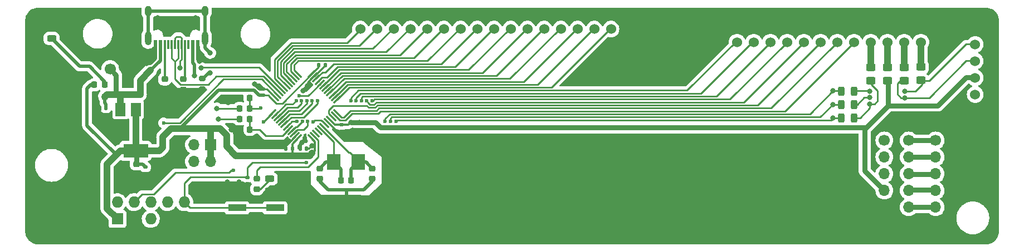
<source format=gbr>
%TF.GenerationSoftware,KiCad,Pcbnew,(6.0.1-0)*%
%TF.CreationDate,2022-01-19T18:39:32+01:00*%
%TF.ProjectId,modelh,6d6f6465-6c68-42e6-9b69-6361645f7063,v0.1*%
%TF.SameCoordinates,PX3dc4fd0PY2cd02b0*%
%TF.FileFunction,Copper,L1,Top*%
%TF.FilePolarity,Positive*%
%FSLAX46Y46*%
G04 Gerber Fmt 4.6, Leading zero omitted, Abs format (unit mm)*
G04 Created by KiCad (PCBNEW (6.0.1-0)) date 2022-01-19 18:39:32*
%MOMM*%
%LPD*%
G01*
G04 APERTURE LIST*
G04 Aperture macros list*
%AMRoundRect*
0 Rectangle with rounded corners*
0 $1 Rounding radius*
0 $2 $3 $4 $5 $6 $7 $8 $9 X,Y pos of 4 corners*
0 Add a 4 corners polygon primitive as box body*
4,1,4,$2,$3,$4,$5,$6,$7,$8,$9,$2,$3,0*
0 Add four circle primitives for the rounded corners*
1,1,$1+$1,$2,$3*
1,1,$1+$1,$4,$5*
1,1,$1+$1,$6,$7*
1,1,$1+$1,$8,$9*
0 Add four rect primitives between the rounded corners*
20,1,$1+$1,$2,$3,$4,$5,0*
20,1,$1+$1,$4,$5,$6,$7,0*
20,1,$1+$1,$6,$7,$8,$9,0*
20,1,$1+$1,$8,$9,$2,$3,0*%
G04 Aperture macros list end*
%TA.AperFunction,ComponentPad*%
%ADD10R,1.700000X1.700000*%
%TD*%
%TA.AperFunction,ComponentPad*%
%ADD11O,1.700000X1.700000*%
%TD*%
%TA.AperFunction,ComponentPad*%
%ADD12C,1.524000*%
%TD*%
%TA.AperFunction,SMDPad,CuDef*%
%ADD13RoundRect,0.218750X-0.256250X0.218750X-0.256250X-0.218750X0.256250X-0.218750X0.256250X0.218750X0*%
%TD*%
%TA.AperFunction,SMDPad,CuDef*%
%ADD14R,1.500000X2.000000*%
%TD*%
%TA.AperFunction,SMDPad,CuDef*%
%ADD15R,3.800000X2.000000*%
%TD*%
%TA.AperFunction,SMDPad,CuDef*%
%ADD16RoundRect,0.218750X-0.218750X-0.256250X0.218750X-0.256250X0.218750X0.256250X-0.218750X0.256250X0*%
%TD*%
%TA.AperFunction,SMDPad,CuDef*%
%ADD17RoundRect,0.218750X0.218750X0.256250X-0.218750X0.256250X-0.218750X-0.256250X0.218750X-0.256250X0*%
%TD*%
%TA.AperFunction,ComponentPad*%
%ADD18O,1.727200X1.727200*%
%TD*%
%TA.AperFunction,ComponentPad*%
%ADD19R,1.727200X1.727200*%
%TD*%
%TA.AperFunction,SMDPad,CuDef*%
%ADD20RoundRect,0.147500X0.172500X-0.147500X0.172500X0.147500X-0.172500X0.147500X-0.172500X-0.147500X0*%
%TD*%
%TA.AperFunction,SMDPad,CuDef*%
%ADD21RoundRect,0.147500X0.147500X0.172500X-0.147500X0.172500X-0.147500X-0.172500X0.147500X-0.172500X0*%
%TD*%
%TA.AperFunction,SMDPad,CuDef*%
%ADD22R,2.750000X1.000000*%
%TD*%
%TA.AperFunction,SMDPad,CuDef*%
%ADD23RoundRect,0.147500X-0.172500X0.147500X-0.172500X-0.147500X0.172500X-0.147500X0.172500X0.147500X0*%
%TD*%
%TA.AperFunction,SMDPad,CuDef*%
%ADD24RoundRect,0.075000X0.521491X0.415425X0.415425X0.521491X-0.521491X-0.415425X-0.415425X-0.521491X0*%
%TD*%
%TA.AperFunction,SMDPad,CuDef*%
%ADD25RoundRect,0.075000X0.521491X-0.415425X-0.415425X0.521491X-0.521491X0.415425X0.415425X-0.521491X0*%
%TD*%
%TA.AperFunction,ComponentPad*%
%ADD26C,1.700000*%
%TD*%
%TA.AperFunction,SMDPad,CuDef*%
%ADD27R,2.000000X2.400000*%
%TD*%
%TA.AperFunction,SMDPad,CuDef*%
%ADD28RoundRect,0.243750X0.456250X-0.243750X0.456250X0.243750X-0.456250X0.243750X-0.456250X-0.243750X0*%
%TD*%
%TA.AperFunction,SMDPad,CuDef*%
%ADD29RoundRect,0.250000X-0.450000X0.325000X-0.450000X-0.325000X0.450000X-0.325000X0.450000X0.325000X0*%
%TD*%
%TA.AperFunction,SMDPad,CuDef*%
%ADD30RoundRect,0.243750X0.243750X0.456250X-0.243750X0.456250X-0.243750X-0.456250X0.243750X-0.456250X0*%
%TD*%
%TA.AperFunction,SMDPad,CuDef*%
%ADD31RoundRect,0.147500X-0.147500X-0.172500X0.147500X-0.172500X0.147500X0.172500X-0.147500X0.172500X0*%
%TD*%
%TA.AperFunction,SMDPad,CuDef*%
%ADD32RoundRect,0.243750X-0.456250X0.243750X-0.456250X-0.243750X0.456250X-0.243750X0.456250X0.243750X0*%
%TD*%
%TA.AperFunction,SMDPad,CuDef*%
%ADD33R,0.600000X1.450000*%
%TD*%
%TA.AperFunction,SMDPad,CuDef*%
%ADD34R,0.300000X1.450000*%
%TD*%
%TA.AperFunction,ComponentPad*%
%ADD35O,1.000000X1.600000*%
%TD*%
%TA.AperFunction,ComponentPad*%
%ADD36O,1.000000X2.100000*%
%TD*%
%TA.AperFunction,SMDPad,CuDef*%
%ADD37RoundRect,0.200000X0.275000X-0.200000X0.275000X0.200000X-0.275000X0.200000X-0.275000X-0.200000X0*%
%TD*%
%TA.AperFunction,ViaPad*%
%ADD38C,0.800000*%
%TD*%
%TA.AperFunction,ViaPad*%
%ADD39C,0.600000*%
%TD*%
%TA.AperFunction,Conductor*%
%ADD40C,0.250000*%
%TD*%
%TA.AperFunction,Conductor*%
%ADD41C,1.000000*%
%TD*%
%TA.AperFunction,Conductor*%
%ADD42C,0.800000*%
%TD*%
%TA.AperFunction,Conductor*%
%ADD43C,0.500000*%
%TD*%
%TA.AperFunction,Conductor*%
%ADD44C,0.300000*%
%TD*%
G04 APERTURE END LIST*
D10*
%TO.P,boot_selector1,1,Pin_1*%
%TO.N,+3V3*%
X93955000Y-68875000D03*
D11*
%TO.P,boot_selector1,2,Pin_2*%
X93955000Y-71415000D03*
%TO.P,boot_selector1,3,Pin_3*%
%TO.N,Net-(boot_selector1-Pad3)*%
X91415000Y-68875000D03*
%TO.P,boot_selector1,4,Pin_4*%
%TO.N,Net-(R5-Pad1)*%
X91415000Y-71415000D03*
%TO.P,boot_selector1,5,Pin_5*%
%TO.N,GND*%
X88875000Y-68875000D03*
%TO.P,boot_selector1,6,Pin_6*%
X88875000Y-71415000D03*
%TD*%
D12*
%TO.P,Columns1,16,16*%
%TO.N,col0*%
X116690000Y-51260000D03*
%TO.P,Columns1,15,15*%
%TO.N,col1*%
X119230000Y-51260000D03*
%TO.P,Columns1,14,14*%
%TO.N,col2*%
X121770000Y-51260000D03*
%TO.P,Columns1,13,13*%
%TO.N,col3*%
X124310000Y-51260000D03*
%TO.P,Columns1,12,12*%
%TO.N,col4*%
X126850000Y-51260000D03*
%TO.P,Columns1,11,11*%
%TO.N,col5*%
X129390000Y-51260000D03*
%TO.P,Columns1,10,10*%
%TO.N,col6*%
X131930000Y-51260000D03*
%TO.P,Columns1,9,9*%
%TO.N,col7*%
X134470000Y-51260000D03*
%TO.P,Columns1,8,8*%
%TO.N,col8*%
X137010000Y-51260000D03*
%TO.P,Columns1,7,7*%
%TO.N,col9*%
X139550000Y-51260000D03*
%TO.P,Columns1,6,6*%
%TO.N,col10*%
X142090000Y-51260000D03*
%TO.P,Columns1,5,5*%
%TO.N,col11*%
X144630000Y-51260000D03*
%TO.P,Columns1,4,4*%
%TO.N,col12*%
X147170000Y-51260000D03*
%TO.P,Columns1,3,3*%
%TO.N,col13*%
X149710000Y-51260000D03*
%TO.P,Columns1,2,2*%
%TO.N,col14*%
X152250000Y-51260000D03*
%TO.P,Columns1,1,1*%
%TO.N,col15*%
X154790000Y-51260000D03*
%TD*%
%TO.P,Rows1,12,12*%
%TO.N,Net-(R15-Pad1)*%
X201887550Y-53259500D03*
%TO.P,Rows1,11,11*%
%TO.N,Net-(R14-Pad1)*%
X199347550Y-53259500D03*
%TO.P,Rows1,10,10*%
%TO.N,Net-(R13-Pad1)*%
X196807550Y-53259500D03*
%TO.P,Rows1,9,9*%
%TO.N,Net-(R12-Pad1)*%
X194267550Y-53259500D03*
%TO.P,Rows1,8,8*%
%TO.N,row7*%
X191727550Y-53259500D03*
%TO.P,Rows1,7,7*%
%TO.N,row6*%
X189187550Y-53259500D03*
%TO.P,Rows1,6,6*%
%TO.N,row5*%
X186647550Y-53259500D03*
%TO.P,Rows1,5,5*%
%TO.N,row4*%
X184107550Y-53259500D03*
%TO.P,Rows1,4,4*%
%TO.N,row3*%
X181567550Y-53259500D03*
%TO.P,Rows1,3,3*%
%TO.N,row2*%
X179027550Y-53259500D03*
%TO.P,Rows1,2,2*%
%TO.N,row1*%
X176487550Y-53259500D03*
%TO.P,Rows1,1,1*%
%TO.N,row0*%
X173947550Y-53259500D03*
%TD*%
%TO.P,LEDs1,4,4*%
%TO.N,Net-(LEDs1-Pad4)*%
X210143700Y-53600000D03*
%TO.P,LEDs1,3,3*%
%TO.N,Net-(LEDs1-Pad3)*%
X210143700Y-56140000D03*
%TO.P,LEDs1,2,2*%
%TO.N,+3V3*%
X210143700Y-58680000D03*
%TO.P,LEDs1,1,1*%
%TO.N,Net-(LEDs1-Pad1)*%
X210143700Y-61220000D03*
%TD*%
D13*
%TO.P,R3,2*%
%TO.N,GND*%
X89770000Y-60465000D03*
%TO.P,R3,1*%
%TO.N,Net-(R3-Pad1)*%
X89770000Y-58890000D03*
%TD*%
%TO.P,C3,2*%
%TO.N,GND*%
X82660000Y-73397500D03*
%TO.P,C3,1*%
%TO.N,+3V3*%
X82660000Y-71822500D03*
%TD*%
D14*
%TO.P,U2,3,VI*%
%TO.N,+5V*%
X80260000Y-63490000D03*
%TO.P,U2,2,VO*%
%TO.N,+3V3*%
X82560000Y-63490000D03*
D15*
X82560000Y-69790000D03*
D14*
%TO.P,U2,1,GND*%
%TO.N,GND*%
X84860000Y-63490000D03*
%TD*%
D13*
%TO.P,R4,2*%
%TO.N,GND*%
X86970000Y-60477500D03*
%TO.P,R4,1*%
%TO.N,Net-(R4-Pad1)*%
X86970000Y-58902500D03*
%TD*%
D16*
%TO.P,R5,1*%
%TO.N,Net-(R5-Pad1)*%
X98332500Y-64940000D03*
%TO.P,R5,2*%
%TO.N,BOOT0*%
X99907500Y-64940000D03*
%TD*%
D17*
%TO.P,R10,2*%
%TO.N,Net-(boot_selector1-Pad3)*%
X98332500Y-63340000D03*
%TO.P,R10,1*%
%TO.N,BOOT1*%
X99907500Y-63340000D03*
%TD*%
D18*
%TO.P,Debug1,10,Pin_10*%
%TO.N,nRST*%
X89930000Y-77600000D03*
%TO.P,Debug1,9,Pin_9*%
%TO.N,GND*%
X89930000Y-80140000D03*
%TO.P,Debug1,8,Pin_8*%
%TO.N,unconnected-(Debug1-Pad8)*%
X87390000Y-77600000D03*
%TO.P,Debug1,7,Pin_7*%
%TO.N,GND*%
X87390000Y-80140000D03*
%TO.P,Debug1,6,Pin_6*%
%TO.N,unconnected-(Debug1-Pad6)*%
X84850000Y-77600000D03*
%TO.P,Debug1,5,Pin_5*%
%TO.N,unconnected-(Debug1-Pad5)*%
X84850000Y-80140000D03*
%TO.P,Debug1,4,Pin_4*%
%TO.N,SWCLK*%
X82310000Y-77600000D03*
%TO.P,Debug1,3,Pin_3*%
%TO.N,GND*%
X82310000Y-80140000D03*
%TO.P,Debug1,2,Pin_2*%
%TO.N,SWDIO*%
X79770000Y-77600000D03*
D19*
%TO.P,Debug1,1,Pin_1*%
%TO.N,+3V3*%
X79770000Y-80140000D03*
%TD*%
D13*
%TO.P,C5,2*%
%TO.N,GND*%
X118520000Y-74027500D03*
%TO.P,C5,1*%
%TO.N,OSC8IN*%
X118520000Y-72452500D03*
%TD*%
D17*
%TO.P,R6,2*%
%TO.N,OSC8OUT*%
X113732500Y-74240000D03*
%TO.P,R6,1*%
%TO.N,OSC8IN*%
X115307500Y-74240000D03*
%TD*%
D20*
%TO.P,C10,1*%
%TO.N,+3V3*%
X101870000Y-61325000D03*
%TO.P,C10,2*%
%TO.N,GND*%
X101870000Y-60355000D03*
%TD*%
D21*
%TO.P,C12,2*%
%TO.N,GND*%
X107535000Y-69440000D03*
%TO.P,C12,1*%
%TO.N,+3V3*%
X108505000Y-69440000D03*
%TD*%
D22*
%TO.P,SW1,2,2*%
%TO.N,nRST*%
X97980000Y-78460000D03*
X103740000Y-78460000D03*
%TO.P,SW1,1,1*%
%TO.N,GND*%
X103740000Y-82460000D03*
X97980000Y-82460000D03*
%TD*%
D21*
%TO.P,C2,2*%
%TO.N,GND*%
X77070000Y-63240000D03*
%TO.P,C2,1*%
%TO.N,+5V*%
X78040000Y-63240000D03*
%TD*%
D23*
%TO.P,C4,2*%
%TO.N,GND*%
X84040000Y-73245000D03*
%TO.P,C4,1*%
%TO.N,+3V3*%
X84040000Y-72275000D03*
%TD*%
D24*
%TO.P,U1,48,VDD*%
%TO.N,+3V3*%
X107271212Y-67877876D03*
%TO.P,U1,47,VSS*%
%TO.N,GND*%
X106917658Y-67524322D03*
%TO.P,U1,46,PB9*%
%TO.N,led0*%
X106564105Y-67170769D03*
%TO.P,U1,45,PB8*%
%TO.N,led1*%
X106210551Y-66817215D03*
%TO.P,U1,44,BOOT0*%
%TO.N,BOOT0*%
X105856998Y-66463662D03*
%TO.P,U1,43,PB7*%
%TO.N,led2*%
X105503445Y-66110109D03*
%TO.P,U1,42,PB6*%
%TO.N,row0*%
X105149891Y-65756555D03*
%TO.P,U1,41,PB5*%
%TO.N,row1*%
X104796338Y-65403002D03*
%TO.P,U1,40,PB4*%
%TO.N,row2*%
X104442785Y-65049449D03*
%TO.P,U1,39,PB3*%
%TO.N,row4*%
X104089231Y-64695895D03*
%TO.P,U1,38,PA15*%
%TO.N,row3*%
X103735678Y-64342342D03*
%TO.P,U1,37,PA14*%
%TO.N,SWCLK*%
X103382124Y-63988788D03*
D25*
%TO.P,U1,36,VDD*%
%TO.N,+3V3*%
X103382124Y-61991212D03*
%TO.P,U1,35,VSS*%
%TO.N,GND*%
X103735678Y-61637658D03*
%TO.P,U1,34,PA13*%
%TO.N,SWDIO*%
X104089231Y-61284105D03*
%TO.P,U1,33,PA12*%
%TO.N,D+*%
X104442785Y-60930551D03*
%TO.P,U1,32,PA11*%
%TO.N,D-*%
X104796338Y-60576998D03*
%TO.P,U1,31,PA10*%
%TO.N,col0*%
X105149891Y-60223445D03*
%TO.P,U1,30,PA9*%
%TO.N,col1*%
X105503445Y-59869891D03*
%TO.P,U1,29,PA8*%
%TO.N,col2*%
X105856998Y-59516338D03*
%TO.P,U1,28,PB15*%
%TO.N,col3*%
X106210551Y-59162785D03*
%TO.P,U1,27,PB14*%
%TO.N,col4*%
X106564105Y-58809231D03*
%TO.P,U1,26,PB13*%
%TO.N,col5*%
X106917658Y-58455678D03*
%TO.P,U1,25,PB12*%
%TO.N,col6*%
X107271212Y-58102124D03*
D24*
%TO.P,U1,24,VDD*%
%TO.N,+3V3*%
X109268788Y-58102124D03*
%TO.P,U1,23,VSS*%
%TO.N,GND*%
X109622342Y-58455678D03*
%TO.P,U1,22,PB11*%
%TO.N,col7*%
X109975895Y-58809231D03*
%TO.P,U1,21,PB10*%
%TO.N,col8*%
X110329449Y-59162785D03*
%TO.P,U1,20,PB2*%
%TO.N,BOOT1*%
X110683002Y-59516338D03*
%TO.P,U1,19,PB1*%
%TO.N,col9*%
X111036555Y-59869891D03*
%TO.P,U1,18,PB0*%
%TO.N,col10*%
X111390109Y-60223445D03*
%TO.P,U1,17,PA7*%
%TO.N,col11*%
X111743662Y-60576998D03*
%TO.P,U1,16,PA6*%
%TO.N,col12*%
X112097215Y-60930551D03*
%TO.P,U1,15,PA5*%
%TO.N,col13*%
X112450769Y-61284105D03*
%TO.P,U1,14,PA4*%
%TO.N,col14*%
X112804322Y-61637658D03*
%TO.P,U1,13,PA3*%
%TO.N,col15*%
X113157876Y-61991212D03*
D25*
%TO.P,U1,12,PA2*%
%TO.N,row6*%
X113157876Y-63988788D03*
%TO.P,U1,11,PA1*%
%TO.N,row7*%
X112804322Y-64342342D03*
%TO.P,U1,10,PA0*%
%TO.N,row5*%
X112450769Y-64695895D03*
%TO.P,U1,9,VDDA*%
%TO.N,+3V3*%
X112097215Y-65049449D03*
%TO.P,U1,8,VSSA*%
%TO.N,GND*%
X111743662Y-65403002D03*
%TO.P,U1,7,NRST*%
%TO.N,nRST*%
X111390109Y-65756555D03*
%TO.P,U1,6,PD1*%
%TO.N,OSC8IN*%
X111036555Y-66110109D03*
%TO.P,U1,5,PD0*%
%TO.N,OSC8OUT*%
X110683002Y-66463662D03*
%TO.P,U1,4,PC15*%
%TO.N,unconnected-(U1-Pad4)*%
X110329449Y-66817215D03*
%TO.P,U1,3,PC14*%
%TO.N,unconnected-(U1-Pad3)*%
X109975895Y-67170769D03*
%TO.P,U1,2,PC13*%
%TO.N,STATUSLED*%
X109622342Y-67524322D03*
%TO.P,U1,1,VBAT*%
%TO.N,+3V3*%
X109268788Y-67877876D03*
%TD*%
D21*
%TO.P,C14,2*%
%TO.N,GND*%
X105385000Y-69440000D03*
%TO.P,C14,1*%
%TO.N,+3V3*%
X106355000Y-69440000D03*
%TD*%
D11*
%TO.P,custom_leds_C1,5,Pin_5*%
%TO.N,Net-(custom_leds_B1-Pad5)*%
X204130000Y-78360000D03*
%TO.P,custom_leds_C1,4,Pin_4*%
%TO.N,Net-(custom_leds_B1-Pad4)*%
X204130000Y-75820000D03*
%TO.P,custom_leds_C1,3,Pin_3*%
%TO.N,Net-(custom_leds_B1-Pad3)*%
X204130000Y-73280000D03*
%TO.P,custom_leds_C1,2,Pin_2*%
%TO.N,Net-(custom_leds_B1-Pad2)*%
X204130000Y-70740000D03*
D26*
%TO.P,custom_leds_C1,1,Pin_1*%
%TO.N,Net-(custom_leds_B1-Pad1)*%
X204130000Y-68200000D03*
%TD*%
D13*
%TO.P,C6,2*%
%TO.N,GND*%
X110520000Y-74027500D03*
%TO.P,C6,1*%
%TO.N,OSC8OUT*%
X110520000Y-72452500D03*
%TD*%
D11*
%TO.P,custom_leds_B1,5,Pin_5*%
%TO.N,Net-(custom_leds_B1-Pad5)*%
X200030000Y-78360000D03*
%TO.P,custom_leds_B1,4,Pin_4*%
%TO.N,Net-(custom_leds_B1-Pad4)*%
X200030000Y-75820000D03*
%TO.P,custom_leds_B1,3,Pin_3*%
%TO.N,Net-(custom_leds_B1-Pad3)*%
X200030000Y-73280000D03*
%TO.P,custom_leds_B1,2,Pin_2*%
%TO.N,Net-(custom_leds_B1-Pad2)*%
X200030000Y-70740000D03*
D26*
%TO.P,custom_leds_B1,1,Pin_1*%
%TO.N,Net-(custom_leds_B1-Pad1)*%
X200030000Y-68200000D03*
%TD*%
D11*
%TO.P,custom_leds_A1,5,Pin_5*%
%TO.N,GND*%
X196330000Y-78360000D03*
%TO.P,custom_leds_A1,4,Pin_4*%
%TO.N,+3V3*%
X196330000Y-75820000D03*
%TO.P,custom_leds_A1,3,Pin_3*%
%TO.N,led2*%
X196330000Y-73280000D03*
%TO.P,custom_leds_A1,2,Pin_2*%
%TO.N,led1*%
X196330000Y-70740000D03*
D26*
%TO.P,custom_leds_A1,1,Pin_1*%
%TO.N,led0*%
X196330000Y-68200000D03*
%TD*%
D27*
%TO.P,Y1,2,2*%
%TO.N,OSC8OUT*%
X112670000Y-71490000D03*
%TO.P,Y1,1,1*%
%TO.N,OSC8IN*%
X116370000Y-71490000D03*
%TD*%
D28*
%TO.P,LED2,2,A*%
%TO.N,Net-(LED2-Pad2)*%
X102940000Y-74042500D03*
%TO.P,LED2,1,K*%
%TO.N,GND*%
X102940000Y-75917500D03*
%TD*%
D13*
%TO.P,R2,2*%
%TO.N,Net-(LED2-Pad2)*%
X100960000Y-75627500D03*
%TO.P,R2,1*%
%TO.N,STATUSLED*%
X100960000Y-74052500D03*
%TD*%
D17*
%TO.P,R17,1*%
%TO.N,BOOT0*%
X99907500Y-66540000D03*
%TO.P,R17,2*%
%TO.N,GND*%
X98332500Y-66540000D03*
%TD*%
%TO.P,R18,2*%
%TO.N,GND*%
X98332500Y-61740000D03*
%TO.P,R18,1*%
%TO.N,BOOT1*%
X99907500Y-61740000D03*
%TD*%
D23*
%TO.P,C9,2*%
%TO.N,GND*%
X99500000Y-74785000D03*
%TO.P,C9,1*%
%TO.N,nRST*%
X99500000Y-73815000D03*
%TD*%
D29*
%TO.P,R13,2*%
%TO.N,+3V3*%
X196810000Y-59125000D03*
%TO.P,R13,1*%
%TO.N,Net-(R13-Pad1)*%
X196810000Y-57075000D03*
%TD*%
%TO.P,R12,2*%
%TO.N,Net-(LEDs1-Pad1)*%
X194270000Y-59100000D03*
%TO.P,R12,1*%
%TO.N,Net-(R12-Pad1)*%
X194270000Y-57050000D03*
%TD*%
%TO.P,R15,2*%
%TO.N,Net-(LEDs1-Pad4)*%
X201890000Y-59070000D03*
%TO.P,R15,1*%
%TO.N,Net-(R15-Pad1)*%
X201890000Y-57020000D03*
%TD*%
%TO.P,R14,2*%
%TO.N,Net-(LEDs1-Pad3)*%
X199350000Y-59125000D03*
%TO.P,R14,1*%
%TO.N,Net-(R14-Pad1)*%
X199350000Y-57075000D03*
%TD*%
D30*
%TO.P,R7,2*%
%TO.N,led0*%
X189822500Y-60700000D03*
%TO.P,R7,1*%
%TO.N,Net-(LEDs1-Pad4)*%
X191697500Y-60700000D03*
%TD*%
%TO.P,R8,2*%
%TO.N,led1*%
X189822500Y-62730000D03*
%TO.P,R8,1*%
%TO.N,Net-(LEDs1-Pad3)*%
X191697500Y-62730000D03*
%TD*%
%TO.P,R9,2*%
%TO.N,led2*%
X189822500Y-64800000D03*
%TO.P,R9,1*%
%TO.N,Net-(LEDs1-Pad1)*%
X191697500Y-64800000D03*
%TD*%
D31*
%TO.P,C13,2*%
%TO.N,GND*%
X111355000Y-56740000D03*
%TO.P,C13,1*%
%TO.N,+3V3*%
X110385000Y-56740000D03*
%TD*%
D26*
%TO.P,TP1,1,1*%
%TO.N,+5V*%
X78670000Y-57340000D03*
%TD*%
D17*
%TO.P,C1,2*%
%TO.N,GND*%
X76295000Y-61540000D03*
%TO.P,C1,1*%
%TO.N,+5V*%
X77870000Y-61540000D03*
%TD*%
D32*
%TO.P,LED1,2,A*%
%TO.N,Net-(LED1-Pad2)*%
X69770000Y-52677500D03*
%TO.P,LED1,1,K*%
%TO.N,GND*%
X69770000Y-50802500D03*
%TD*%
D16*
%TO.P,R1,2*%
%TO.N,Net-(LED1-Pad2)*%
X77857500Y-59740000D03*
%TO.P,R1,1*%
%TO.N,+3V3*%
X76282500Y-59740000D03*
%TD*%
D23*
%TO.P,C11,2*%
%TO.N,GND*%
X113800000Y-66785000D03*
%TO.P,C11,1*%
%TO.N,+3V3*%
X113800000Y-65815000D03*
%TD*%
D33*
%TO.P,USB_C1,A1,GND*%
%TO.N,GND*%
X92020000Y-53635000D03*
%TO.P,USB_C1,A4,VBUS*%
%TO.N,+5V*%
X91220000Y-53635000D03*
D34*
%TO.P,USB_C1,A5,CC1*%
%TO.N,Net-(R3-Pad1)*%
X90020000Y-53635000D03*
%TO.P,USB_C1,A6,D+*%
%TO.N,D+*%
X89020000Y-53635000D03*
%TO.P,USB_C1,A7,D-*%
%TO.N,D-*%
X88520000Y-53635000D03*
%TO.P,USB_C1,A8,SBU1*%
%TO.N,unconnected-(USB_C1-PadA8)*%
X87520000Y-53635000D03*
D33*
%TO.P,USB_C1,A9,VBUS*%
%TO.N,+5V*%
X86320000Y-53635000D03*
%TO.P,USB_C1,A12,GND*%
%TO.N,GND*%
X85520000Y-53635000D03*
%TO.P,USB_C1,B1,GND*%
X85520000Y-53635000D03*
%TO.P,USB_C1,B4,VBUS*%
%TO.N,+5V*%
X86320000Y-53635000D03*
D34*
%TO.P,USB_C1,B5,CC2*%
%TO.N,Net-(R4-Pad1)*%
X87020000Y-53635000D03*
%TO.P,USB_C1,B6,D+*%
%TO.N,D+*%
X88020000Y-53635000D03*
%TO.P,USB_C1,B7,D-*%
%TO.N,D-*%
X89520000Y-53635000D03*
%TO.P,USB_C1,B8,SBU2*%
%TO.N,unconnected-(USB_C1-PadB8)*%
X90520000Y-53635000D03*
D33*
%TO.P,USB_C1,B9,VBUS*%
%TO.N,+5V*%
X91220000Y-53635000D03*
%TO.P,USB_C1,B12,GND*%
%TO.N,GND*%
X92020000Y-53635000D03*
D35*
%TO.P,USB_C1,S1,SHIELD*%
%TO.N,Net-(R11-Pad2)*%
X84450000Y-48540000D03*
D36*
X84450000Y-52720000D03*
X93090000Y-52720000D03*
D35*
X93090000Y-48540000D03*
%TD*%
D37*
%TO.P,R11,2*%
%TO.N,Net-(R11-Pad2)*%
X92670000Y-58765000D03*
%TO.P,R11,1*%
%TO.N,GND*%
X92670000Y-60415000D03*
%TD*%
D38*
%TO.N,Net-(R5-Pad1)*%
X95150000Y-64960000D03*
%TO.N,Net-(boot_selector1-Pad3)*%
X94900000Y-63340000D03*
%TO.N,GND*%
X97100000Y-66540000D03*
X96600000Y-62450000D03*
X85470000Y-71850000D03*
X85470000Y-72850000D03*
X85470000Y-73850000D03*
%TO.N,+3V3*%
X109370000Y-68990000D03*
%TO.N,GND*%
X138000000Y-69000000D03*
X136000000Y-69000000D03*
X134000000Y-69000000D03*
X130000000Y-69000000D03*
X132000000Y-69000000D03*
X148000000Y-69000000D03*
X146000000Y-69000000D03*
X150000000Y-69000000D03*
X158000000Y-69000000D03*
X156000000Y-69000000D03*
X152000000Y-69000000D03*
X154000000Y-69000000D03*
X144000000Y-69000000D03*
X140000000Y-69000000D03*
X142000000Y-69000000D03*
X177960000Y-69260000D03*
X169960000Y-69260000D03*
X175960000Y-69260000D03*
X164000000Y-69000000D03*
X171960000Y-69260000D03*
X173960000Y-69260000D03*
X166000000Y-69000000D03*
X168000000Y-69000000D03*
X162000000Y-69000000D03*
X160000000Y-69000000D03*
X148000000Y-83000000D03*
X170000000Y-83000000D03*
X154000000Y-83000000D03*
X168000000Y-83000000D03*
X156000000Y-83000000D03*
X116000000Y-83000000D03*
X162000000Y-83000000D03*
X166000000Y-83000000D03*
X160000000Y-83000000D03*
X114000000Y-83000000D03*
X152000000Y-83000000D03*
X150000000Y-83000000D03*
X164000000Y-83000000D03*
X158000000Y-83000000D03*
X172000000Y-83000000D03*
X118000000Y-83000000D03*
X146000000Y-83000000D03*
X138000000Y-83000000D03*
X144000000Y-83000000D03*
X132000000Y-83000000D03*
X140000000Y-83000000D03*
X126000000Y-83000000D03*
X142000000Y-83000000D03*
X174000000Y-83000000D03*
X134000000Y-83000000D03*
X124000000Y-83000000D03*
X120000000Y-83000000D03*
X122000000Y-83000000D03*
X136000000Y-83000000D03*
X130000000Y-83000000D03*
X128000000Y-83000000D03*
X112000000Y-83000000D03*
X176000000Y-83000000D03*
X108000000Y-83000000D03*
X110000000Y-83000000D03*
X178000000Y-83000000D03*
X182000000Y-83000000D03*
X186000000Y-83000000D03*
X190000000Y-83000000D03*
X184000000Y-83000000D03*
X194000000Y-83000000D03*
X192000000Y-83000000D03*
X188000000Y-83000000D03*
X180000000Y-83000000D03*
X211000000Y-49000000D03*
X199000000Y-49000000D03*
X207000000Y-49000000D03*
X203000000Y-49000000D03*
X209000000Y-49000000D03*
X205000000Y-49000000D03*
X201000000Y-49000000D03*
X195000000Y-49000000D03*
X193000000Y-49000000D03*
X197000000Y-49000000D03*
X181000000Y-49000000D03*
X177000000Y-49000000D03*
X185000000Y-49000000D03*
X183000000Y-49000000D03*
X187000000Y-49000000D03*
X179000000Y-49000000D03*
X191000000Y-49000000D03*
X175000000Y-49000000D03*
X189000000Y-49000000D03*
X173000000Y-49000000D03*
X171000000Y-49000000D03*
X167000000Y-49000000D03*
X163000000Y-49000000D03*
X159000000Y-49000000D03*
X153000000Y-49000000D03*
X161000000Y-49000000D03*
X155000000Y-49000000D03*
X157000000Y-49000000D03*
X169000000Y-49000000D03*
X165000000Y-49000000D03*
X143000000Y-49000000D03*
X151000000Y-49000000D03*
X133000000Y-49000000D03*
X145000000Y-49000000D03*
X139000000Y-49000000D03*
X149000000Y-49000000D03*
X141000000Y-49000000D03*
X135000000Y-49000000D03*
X147000000Y-49000000D03*
X137000000Y-49000000D03*
X113000000Y-49000000D03*
X131000000Y-49000000D03*
X115000000Y-49000000D03*
X123000000Y-49000000D03*
X117000000Y-49000000D03*
X127000000Y-49000000D03*
X121000000Y-49000000D03*
X129000000Y-49000000D03*
X119000000Y-49000000D03*
X125000000Y-49000000D03*
X67000000Y-81000000D03*
X67000000Y-79000000D03*
X89000000Y-83000000D03*
X179960000Y-69260000D03*
X87750000Y-64270000D03*
X95000000Y-49000000D03*
X67000000Y-77000000D03*
X67000000Y-61000000D03*
X183930000Y-81260000D03*
X71000000Y-83000000D03*
X77000000Y-49000000D03*
X83000000Y-49000000D03*
X185960000Y-69260000D03*
X86750000Y-64270000D03*
X103270000Y-69110010D03*
X206160000Y-52610000D03*
X151000000Y-59000000D03*
X122000000Y-69000000D03*
X67000000Y-55000000D03*
X128000000Y-69000000D03*
X200960000Y-65260000D03*
X71000000Y-49000000D03*
X198000000Y-83000000D03*
X157000000Y-59000000D03*
X213000000Y-71000000D03*
X213000000Y-59000000D03*
X117800000Y-66700000D03*
X67000000Y-75000000D03*
X213000000Y-79000000D03*
X81000000Y-49000000D03*
X213000000Y-73000000D03*
X97000000Y-49000000D03*
X213000000Y-63000000D03*
X87750000Y-63270000D03*
X98250000Y-76000000D03*
X86750000Y-63270000D03*
X67000000Y-65000000D03*
X98250000Y-74500000D03*
X67000000Y-67000000D03*
X67000000Y-69000000D03*
X115570000Y-77140000D03*
X213000000Y-57000000D03*
X109000000Y-49000000D03*
X124000000Y-69000000D03*
X196000000Y-83000000D03*
X81000000Y-83000000D03*
X213000000Y-65000000D03*
X202960000Y-65260000D03*
X100650000Y-59624020D03*
X120000000Y-69000000D03*
X107794990Y-68540000D03*
X126000000Y-81000000D03*
X79000000Y-49000000D03*
X126000000Y-79000000D03*
X108700000Y-59900004D03*
X67000000Y-51000000D03*
X79000000Y-83000000D03*
X213000000Y-69000000D03*
X126000000Y-75000000D03*
X96500000Y-74500000D03*
X213000000Y-53000000D03*
X83000000Y-83000000D03*
X103000000Y-49000000D03*
X206160000Y-54610000D03*
X108000000Y-73750000D03*
X126000000Y-73000000D03*
X208000000Y-83000000D03*
X213000000Y-61000000D03*
X202000000Y-83000000D03*
X116700000Y-66700000D03*
X114570000Y-77140000D03*
X84170000Y-56490000D03*
X92270000Y-56190000D03*
X106000000Y-83000000D03*
X213000000Y-77000000D03*
X161000000Y-59000000D03*
X85000000Y-83000000D03*
X196960000Y-65260000D03*
X213000000Y-55000000D03*
X107000000Y-49000000D03*
X87750000Y-62270000D03*
X77370000Y-65940000D03*
X183930000Y-71260000D03*
X149000000Y-59000000D03*
X155000000Y-59000000D03*
X159000000Y-59000000D03*
X183930000Y-73260000D03*
X115570000Y-66690000D03*
X67000000Y-57000000D03*
X181960000Y-69260000D03*
X183960000Y-69260000D03*
X75000000Y-49000000D03*
X86750000Y-62270000D03*
X85870000Y-49590000D03*
X126000000Y-71000000D03*
X126000000Y-69000000D03*
X101000000Y-49000000D03*
X111000000Y-49000000D03*
X67000000Y-53000000D03*
X96500000Y-76000000D03*
X76370000Y-64340000D03*
X213000000Y-67000000D03*
X198960000Y-65260000D03*
X91000000Y-83000000D03*
X73000000Y-83000000D03*
X87000000Y-83000000D03*
X206000000Y-83000000D03*
X126000000Y-77000000D03*
X75010000Y-83000000D03*
X183930000Y-75260000D03*
X76370000Y-65440000D03*
X204960000Y-65260000D03*
X77000000Y-83000000D03*
X183930000Y-77260000D03*
X104270000Y-69110010D03*
X69000000Y-83000000D03*
X99000000Y-49000000D03*
X200000000Y-83000000D03*
X204000000Y-83000000D03*
X77370000Y-64840000D03*
X213000000Y-51000000D03*
X67000000Y-59000000D03*
X213000000Y-75000000D03*
X163000000Y-59000000D03*
X91670000Y-49590000D03*
X104500000Y-73750000D03*
X67000000Y-63000000D03*
X153000000Y-59000000D03*
X73000000Y-49000000D03*
X69000000Y-49000000D03*
X108000000Y-60600000D03*
X93000000Y-83000000D03*
X94910000Y-82990000D03*
X206160000Y-50610000D03*
X106250000Y-73750000D03*
X105000000Y-49000000D03*
X113570000Y-77140000D03*
X183930000Y-79260000D03*
%TO.N,+5V*%
X91470000Y-58390000D03*
X84820000Y-57540000D03*
%TO.N,+3V3*%
X109370000Y-70140000D03*
X115260000Y-65439499D03*
X116560000Y-65439499D03*
D39*
%TO.N,nRST*%
X108520000Y-71540004D03*
X109528158Y-65366699D03*
%TO.N,row4*%
X107770000Y-62140000D03*
X117670000Y-62140000D03*
%TO.N,row3*%
X106970000Y-62140000D03*
X118470000Y-62140000D03*
%TO.N,row2*%
X108570000Y-62140000D03*
X116870000Y-62140000D03*
%TO.N,row1*%
X109370000Y-62140000D03*
X116070000Y-62140000D03*
%TO.N,row0*%
X110170000Y-62140000D03*
X115270000Y-62140000D03*
%TO.N,SWCLK*%
X101950000Y-65400000D03*
X97440000Y-72730000D03*
%TO.N,SWDIO*%
X86790000Y-65530000D03*
D38*
%TO.N,D-*%
X89293563Y-57177770D03*
X92470000Y-57190000D03*
D39*
%TO.N,led0*%
X120470000Y-65340000D03*
X108670000Y-65340000D03*
D38*
X188550000Y-60680000D03*
D39*
%TO.N,led1*%
X107870000Y-65340000D03*
D38*
X188500000Y-62730000D03*
D39*
X121270000Y-65340000D03*
%TO.N,led2*%
X122170000Y-65290000D03*
D38*
X188530000Y-64800000D03*
D39*
X107028051Y-65298051D03*
%TO.N,BOOT1*%
X107400000Y-61400000D03*
X101570000Y-63290000D03*
D38*
%TO.N,Net-(R11-Pad2)*%
X93870000Y-57890000D03*
X93870000Y-54890000D03*
%TO.N,Net-(LEDs1-Pad1)*%
X194130000Y-62700000D03*
%TO.N,Net-(LEDs1-Pad3)*%
X199430000Y-61700000D03*
X194117340Y-61687340D03*
%TO.N,Net-(LEDs1-Pad4)*%
X199430000Y-60700000D03*
X194130161Y-60687411D03*
%TD*%
D40*
%TO.N,Net-(boot_selector1-Pad3)*%
X94900000Y-63340000D02*
X98252500Y-63340000D01*
%TO.N,Net-(R5-Pad1)*%
X95150000Y-64960000D02*
X95160000Y-64950000D01*
X95160000Y-64950000D02*
X98322500Y-64950000D01*
X98322500Y-64950000D02*
X98332500Y-64940000D01*
%TO.N,SWCLK*%
X83498111Y-76411889D02*
X82310000Y-77600000D01*
X97440000Y-72730000D02*
X97090000Y-72730000D01*
X97090000Y-72730000D02*
X96720000Y-73100000D01*
X96720000Y-73100000D02*
X88590000Y-73100000D01*
X88590000Y-73100000D02*
X85278111Y-76411889D01*
X85278111Y-76411889D02*
X83498111Y-76411889D01*
D41*
%TO.N,+3V3*%
X93955000Y-66485000D02*
X93955000Y-71415000D01*
X95393953Y-66430000D02*
X87920000Y-66430000D01*
D40*
%TO.N,nRST*%
X99500000Y-73815000D02*
X99460489Y-73775489D01*
X99460489Y-73775489D02*
X90884511Y-73775489D01*
X90884511Y-73775489D02*
X89930000Y-74730000D01*
X99500000Y-73815000D02*
X99500000Y-72360000D01*
X99500000Y-72360000D02*
X100319996Y-71540004D01*
%TO.N,Net-(LED2-Pad2)*%
X100960000Y-75627500D02*
X101492500Y-75627500D01*
X102940000Y-74180000D02*
X102940000Y-74042500D01*
X101492500Y-75627500D02*
X102940000Y-74180000D01*
%TO.N,STATUSLED*%
X109622342Y-67524322D02*
X110270000Y-68171980D01*
X110270000Y-68171980D02*
X110270000Y-70715006D01*
X110270000Y-70715006D02*
X108745006Y-72240000D01*
X101445000Y-72240000D02*
X100960000Y-72725000D01*
X108745006Y-72240000D02*
X101445000Y-72240000D01*
X100960000Y-72725000D02*
X100960000Y-74052500D01*
%TO.N,nRST*%
X108520000Y-71540004D02*
X100319996Y-71540004D01*
X89930000Y-74730000D02*
X89930000Y-77600000D01*
D42*
%TO.N,GND*%
X97100000Y-66540000D02*
X98332500Y-66540000D01*
D40*
%TO.N,BOOT0*%
X99907500Y-66540000D02*
X99907500Y-64940000D01*
X99907500Y-66540000D02*
X101390000Y-66540000D01*
X101390000Y-66540000D02*
X102310000Y-67460000D01*
X102310000Y-67460000D02*
X104860660Y-67460000D01*
X104860660Y-67460000D02*
X105856998Y-66463662D01*
%TO.N,SWCLK*%
X101950000Y-65400000D02*
X101970912Y-65400000D01*
X101970912Y-65400000D02*
X103382124Y-63988788D01*
%TO.N,BOOT1*%
X99907500Y-63340000D02*
X99907500Y-61740000D01*
X101570000Y-63290000D02*
X101520000Y-63340000D01*
X101520000Y-63340000D02*
X99907500Y-63340000D01*
D42*
%TO.N,GND*%
X96600000Y-62450000D02*
X97310000Y-61740000D01*
X97310000Y-61740000D02*
X98332500Y-61740000D01*
D43*
%TO.N,+3V3*%
X89250000Y-66430000D02*
X95160000Y-60520000D01*
X95160000Y-60520000D02*
X100510000Y-60520000D01*
X100510000Y-60520000D02*
X101315000Y-61325000D01*
X101315000Y-61325000D02*
X101870000Y-61325000D01*
%TO.N,GND*%
X100650000Y-59624020D02*
X101380980Y-60355000D01*
X101380980Y-60355000D02*
X101870000Y-60355000D01*
D40*
%TO.N,SWDIO*%
X86790000Y-65530000D02*
X89245736Y-65530000D01*
X89245736Y-65530000D02*
X95876216Y-58899520D01*
X95876216Y-58899520D02*
X101704646Y-58899520D01*
X101704646Y-58899520D02*
X104089231Y-61284105D01*
%TO.N,D+*%
X89307020Y-59652020D02*
X89345000Y-59690000D01*
X101962234Y-58450000D02*
X104442785Y-60930551D01*
X89345000Y-59690000D02*
X93570000Y-59690000D01*
X93570000Y-59690000D02*
X94810000Y-58450000D01*
X94810000Y-58450000D02*
X101962234Y-58450000D01*
D43*
%TO.N,GND*%
X84040000Y-73245000D02*
X85075000Y-73245000D01*
X85075000Y-73245000D02*
X85470000Y-72850000D01*
D42*
%TO.N,+3V3*%
X82660000Y-71822500D02*
X82660000Y-70000000D01*
D41*
X82560000Y-69790000D02*
X86160000Y-69790000D01*
X86160000Y-69790000D02*
X86690000Y-69260000D01*
X82560000Y-69790000D02*
X80220000Y-69790000D01*
X80220000Y-69790000D02*
X79930000Y-70080000D01*
X82560000Y-69790000D02*
X82560000Y-63490000D01*
D43*
%TO.N,GND*%
X82660000Y-73397500D02*
X83272500Y-73397500D01*
X83272500Y-73397500D02*
X83425000Y-73245000D01*
X83425000Y-73245000D02*
X84040000Y-73245000D01*
%TO.N,+3V3*%
X84040000Y-72275000D02*
X83585000Y-71820000D01*
X83585000Y-71820000D02*
X82662500Y-71820000D01*
D40*
X82662500Y-71820000D02*
X82660000Y-71822500D01*
D41*
%TO.N,GND*%
X85470000Y-71850000D02*
X85905000Y-71415000D01*
X85905000Y-71415000D02*
X88875000Y-71415000D01*
X88875000Y-68875000D02*
X88875000Y-71415000D01*
%TO.N,+3V3*%
X96380000Y-67416047D02*
X96380000Y-69100000D01*
X95393953Y-66430000D02*
X96380000Y-67416047D01*
X96380000Y-69100000D02*
X97785000Y-70505000D01*
X97785000Y-70505000D02*
X106355000Y-70505000D01*
X86690000Y-69260000D02*
X86690000Y-67660000D01*
X86690000Y-67660000D02*
X87920000Y-66430000D01*
D40*
%TO.N,led0*%
X106564105Y-67170769D02*
X106564105Y-67165895D01*
X106564105Y-67165895D02*
X107140000Y-66590000D01*
X108670000Y-65990000D02*
X108670000Y-65340000D01*
X107140000Y-66590000D02*
X108070000Y-66590000D01*
X108070000Y-66590000D02*
X108670000Y-65990000D01*
D44*
%TO.N,+3V3*%
X109795480Y-68404568D02*
X109795480Y-69770000D01*
X109795480Y-69770000D02*
X109425480Y-70140000D01*
X109268788Y-67877876D02*
X109795480Y-68404568D01*
X109425480Y-70140000D02*
X109370000Y-70140000D01*
D40*
%TO.N,row6*%
X113157876Y-63988788D02*
X113849568Y-64680480D01*
X113849568Y-64680480D02*
X114169520Y-64680480D01*
X114169520Y-64680480D02*
X115184491Y-63665509D01*
X115184491Y-63665509D02*
X119142313Y-63665509D01*
X119512672Y-63295150D02*
X179151900Y-63295150D01*
X119142313Y-63665509D02*
X119512672Y-63295150D01*
X179151900Y-63295150D02*
X189187550Y-53259500D01*
%TO.N,row7*%
X191727550Y-53259500D02*
X181241890Y-63745160D01*
X181241890Y-63745160D02*
X119764840Y-63745160D01*
X119764840Y-63745160D02*
X119394971Y-64115029D01*
X119394971Y-64115029D02*
X115464971Y-64115029D01*
X115464971Y-64115029D02*
X114450000Y-65130000D01*
X114450000Y-65130000D02*
X113591980Y-65130000D01*
X113591980Y-65130000D02*
X112804322Y-64342342D01*
D44*
%TO.N,+3V3*%
X115260000Y-65439499D02*
X114884499Y-65815000D01*
D42*
X116560000Y-65439499D02*
X115260000Y-65439499D01*
D44*
X114884499Y-65815000D02*
X113800000Y-65815000D01*
D42*
X119770001Y-66240001D02*
X120109999Y-66240001D01*
X116560000Y-65439499D02*
X116560501Y-65440000D01*
X116560501Y-65440000D02*
X118970000Y-65440000D01*
X118970000Y-65440000D02*
X119770001Y-66240001D01*
D40*
%TO.N,col0*%
X114670000Y-53339980D02*
X106215712Y-53339980D01*
X114670000Y-53330000D02*
X114670000Y-53339980D01*
X103681920Y-55873772D02*
X103681920Y-58755474D01*
X106215712Y-53339980D02*
X103681920Y-55873772D01*
X116710000Y-51290000D02*
X114670000Y-53330000D01*
X103681920Y-58755474D02*
X105149891Y-60223445D01*
%TO.N,col1*%
X105503445Y-59869891D02*
X104131440Y-58497886D01*
X116514010Y-53789990D02*
X119250000Y-51054000D01*
X104131440Y-58497886D02*
X104131440Y-56059970D01*
X104131440Y-56059970D02*
X106401420Y-53789990D01*
X106401420Y-53789990D02*
X116514010Y-53789990D01*
%TO.N,col2*%
X121790000Y-51054000D02*
X118604000Y-54240000D01*
X118604000Y-54240000D02*
X106587129Y-54240000D01*
X104580960Y-56246168D02*
X104580960Y-58240300D01*
X104580960Y-58240300D02*
X105856998Y-59516338D01*
X106587129Y-54240000D02*
X104580960Y-56246168D01*
%TO.N,col3*%
X106210551Y-59127443D02*
X105030480Y-57947372D01*
X105030480Y-57947372D02*
X105030480Y-56432366D01*
X105030480Y-56432366D02*
X106722846Y-54740000D01*
X106722846Y-54740000D02*
X120644000Y-54740000D01*
X106210551Y-59162785D02*
X106210551Y-59127443D01*
X120644000Y-54740000D02*
X124330000Y-51054000D01*
%TO.N,col4*%
X126870000Y-51054000D02*
X122729030Y-55194970D01*
X122729030Y-55194970D02*
X106903594Y-55194970D01*
X106903594Y-55194970D02*
X105480000Y-56618564D01*
X105480000Y-56618564D02*
X105480000Y-57725126D01*
X105480000Y-57725126D02*
X106564105Y-58809231D01*
%TO.N,col5*%
X106917658Y-58455678D02*
X106170480Y-57708500D01*
X106170480Y-57708500D02*
X106170480Y-56563802D01*
X106170480Y-56563802D02*
X107089302Y-55644980D01*
X107089302Y-55644980D02*
X124819020Y-55644980D01*
X124819020Y-55644980D02*
X129410000Y-51054000D01*
%TO.N,col6*%
X131950000Y-51054000D02*
X126909010Y-56094990D01*
X106620000Y-56750000D02*
X106620000Y-57450000D01*
X107275010Y-56094990D02*
X106620000Y-56750000D01*
X106620000Y-57450000D02*
X107271212Y-58101212D01*
X126909010Y-56094990D02*
X107275010Y-56094990D01*
X107271212Y-58101212D02*
X107271212Y-58102124D01*
%TO.N,col15*%
X154810000Y-51054000D02*
X145718920Y-60145080D01*
X115004008Y-60145080D02*
X113157876Y-61991212D01*
X145718920Y-60145080D02*
X115004008Y-60145080D01*
D43*
%TO.N,GND*%
X92710000Y-60477500D02*
X90170000Y-60477500D01*
X114570000Y-75740000D02*
X114570000Y-77140000D01*
X111795000Y-75740000D02*
X114570000Y-75740000D01*
D40*
X111355000Y-56758232D02*
X111355000Y-56740000D01*
D43*
X92020000Y-55940000D02*
X92020000Y-53635000D01*
D40*
X109622342Y-58455678D02*
X108700000Y-59378020D01*
D43*
X107535000Y-69490000D02*
X107535000Y-68799990D01*
X86322500Y-60497500D02*
X84860000Y-61960000D01*
X84170000Y-56490000D02*
X84770000Y-56490000D01*
D40*
X108700000Y-59378020D02*
X108700000Y-59900004D01*
D43*
X86322500Y-60477500D02*
X86322500Y-60497500D01*
X118520000Y-74465000D02*
X117245000Y-75740000D01*
X118520000Y-74027500D02*
X118520000Y-74465000D01*
X77070000Y-63240000D02*
X77070000Y-63640000D01*
X84860000Y-61960000D02*
X84860000Y-63780000D01*
D40*
X113125660Y-66785000D02*
X113800000Y-66785000D01*
X105385000Y-69056980D02*
X105385000Y-69240000D01*
X111743662Y-65403002D02*
X113125660Y-66785000D01*
D43*
X110520000Y-74465000D02*
X111795000Y-75740000D01*
X92270000Y-56190000D02*
X92020000Y-55940000D01*
D40*
X106917658Y-67524322D02*
X105385000Y-69056980D01*
X109657554Y-58455678D02*
X111355000Y-56758232D01*
X103735678Y-61637658D02*
X102453020Y-60355000D01*
X102453020Y-60355000D02*
X101870000Y-60355000D01*
X109622342Y-58455678D02*
X109657554Y-58455678D01*
D43*
X110520000Y-74027500D02*
X110520000Y-74465000D01*
X85520000Y-55740000D02*
X85520000Y-53635000D01*
X87070000Y-60477500D02*
X90170000Y-60477500D01*
X107535000Y-68799990D02*
X107794990Y-68540000D01*
X114570000Y-75740000D02*
X117245000Y-75740000D01*
X76295000Y-64265000D02*
X76370000Y-64340000D01*
X86970000Y-60477500D02*
X86322500Y-60477500D01*
X84770000Y-56490000D02*
X85520000Y-55740000D01*
X77070000Y-63640000D02*
X76370000Y-64340000D01*
X76295000Y-61540000D02*
X76295000Y-64265000D01*
D41*
%TO.N,+5V*%
X80320000Y-61240000D02*
X79570000Y-61240000D01*
D40*
X80260000Y-61300000D02*
X80320000Y-61240000D01*
D41*
X79570000Y-61240000D02*
X78170000Y-61240000D01*
D43*
X84820000Y-57540000D02*
X86320000Y-56040000D01*
X77870000Y-62500000D02*
X77870000Y-61540000D01*
D41*
X83245000Y-59115000D02*
X83245000Y-61240000D01*
D43*
X78040000Y-63240000D02*
X78040000Y-62670000D01*
D42*
X79570000Y-58240000D02*
X78670000Y-57340000D01*
D43*
X78040000Y-62670000D02*
X77870000Y-62500000D01*
D41*
X78170000Y-61240000D02*
X77870000Y-61540000D01*
D43*
X91470000Y-56664614D02*
X91220000Y-56414614D01*
X91220000Y-56414614D02*
X91220000Y-53635000D01*
D41*
X83245000Y-61240000D02*
X80320000Y-61240000D01*
D42*
X79570000Y-61240000D02*
X79570000Y-58240000D01*
D41*
X80260000Y-63780000D02*
X80260000Y-61300000D01*
D43*
X91470000Y-58390000D02*
X91470000Y-56664614D01*
X86320000Y-56040000D02*
X86320000Y-53635000D01*
D41*
X84820000Y-57540000D02*
X83245000Y-59115000D01*
D43*
%TO.N,Net-(LED1-Pad2)*%
X77857500Y-59265000D02*
X75532500Y-56940000D01*
X75532500Y-56940000D02*
X74032500Y-56940000D01*
X77857500Y-59740000D02*
X77857500Y-59265000D01*
X74032500Y-56940000D02*
X69770000Y-52677500D01*
D40*
%TO.N,+3V3*%
X104822244Y-62548668D02*
X109268788Y-58102124D01*
D41*
X79930000Y-70080000D02*
X79620000Y-70390000D01*
D42*
X193330000Y-66500000D02*
X196930000Y-62900000D01*
D44*
X112862766Y-65815000D02*
X113800000Y-65815000D01*
D40*
X102715912Y-61325000D02*
X103382124Y-61991212D01*
D42*
X120109999Y-66240000D02*
X193370000Y-66240000D01*
D43*
X75170000Y-60290000D02*
X75170000Y-65940000D01*
D41*
X108999990Y-70510010D02*
X109370000Y-70140000D01*
D44*
X106355000Y-69440000D02*
X106355000Y-70505000D01*
D40*
X110385000Y-56740000D02*
X110385000Y-56985912D01*
D42*
X208750000Y-58620000D02*
X210120000Y-58620000D01*
D40*
X110385000Y-56985912D02*
X109268788Y-58102124D01*
D42*
X196930000Y-62900000D02*
X196930000Y-59125000D01*
D44*
X108920000Y-69440000D02*
X109370000Y-68990000D01*
X106355000Y-68794088D02*
X106355000Y-69440000D01*
D41*
X106349990Y-70510010D02*
X108999990Y-70510010D01*
D42*
X196930000Y-62900000D02*
X204470000Y-62900000D01*
X193330000Y-72820000D02*
X196330000Y-75820000D01*
D41*
X78206399Y-78576399D02*
X78206399Y-71803601D01*
D40*
X103939580Y-62548668D02*
X103382124Y-61991212D01*
D43*
X76282500Y-59740000D02*
X75720000Y-59740000D01*
D40*
X104822244Y-62548668D02*
X103939580Y-62548668D01*
D42*
X193330000Y-66500000D02*
X193330000Y-72820000D01*
X204470000Y-62900000D02*
X208750000Y-58620000D01*
D41*
X78206399Y-71803601D02*
X79620000Y-70390000D01*
D44*
X107271212Y-67877876D02*
X106355000Y-68794088D01*
D43*
X75720000Y-59740000D02*
X75170000Y-60290000D01*
D40*
X106355000Y-70505000D02*
X106349990Y-70510010D01*
D44*
X112097215Y-65049449D02*
X112862766Y-65815000D01*
D43*
X75170000Y-65940000D02*
X79620000Y-70390000D01*
D44*
X108505000Y-69440000D02*
X108920000Y-69440000D01*
D40*
X101870000Y-61325000D02*
X102715912Y-61325000D01*
D41*
X79770000Y-80140000D02*
X78206399Y-78576399D01*
D43*
%TO.N,OSC8IN*%
X115307500Y-74240000D02*
X115307500Y-72552500D01*
D40*
X111036555Y-66110109D02*
X114966446Y-70040000D01*
X115120000Y-70040000D02*
X116370000Y-71290000D01*
D43*
X117557500Y-71490000D02*
X118520000Y-72452500D01*
X116370000Y-71490000D02*
X117557500Y-71490000D01*
D40*
X116370000Y-71290000D02*
X116370000Y-71490000D01*
X114966446Y-70040000D02*
X115120000Y-70040000D01*
D43*
X115307500Y-72552500D02*
X116370000Y-71490000D01*
D40*
%TO.N,OSC8OUT*%
X110683002Y-66463662D02*
X112670000Y-68450660D01*
X112670000Y-68450660D02*
X112670000Y-71490000D01*
D43*
X113732500Y-74240000D02*
X113732500Y-72552500D01*
X112670000Y-71490000D02*
X111482500Y-71490000D01*
X111482500Y-71490000D02*
X110520000Y-72452500D01*
X113732500Y-72552500D02*
X112670000Y-71490000D01*
D40*
%TO.N,nRST*%
X103740000Y-78460000D02*
X90790000Y-78460000D01*
X111390109Y-65756555D02*
X110723554Y-65090000D01*
X110723554Y-65090000D02*
X109804857Y-65090000D01*
X109804857Y-65090000D02*
X109528158Y-65366699D01*
X90790000Y-78460000D02*
X89930000Y-77600000D01*
%TO.N,col14*%
X143628930Y-59695070D02*
X152270000Y-51054000D01*
X114746910Y-59695070D02*
X143628930Y-59695070D01*
X112804322Y-61637658D02*
X114746910Y-59695070D01*
%TO.N,col13*%
X141538940Y-59245060D02*
X149730000Y-51054000D01*
X112450769Y-61284105D02*
X112486109Y-61284105D01*
X112486109Y-61284105D02*
X114525154Y-59245060D01*
X114525154Y-59245060D02*
X141538940Y-59245060D01*
%TO.N,col12*%
X139448950Y-58795050D02*
X147190000Y-51054000D01*
X112097215Y-60930551D02*
X114232716Y-58795050D01*
X114232716Y-58795050D02*
X139448950Y-58795050D01*
%TO.N,col11*%
X137358960Y-58345040D02*
X144650000Y-51054000D01*
X113975620Y-58345040D02*
X137358960Y-58345040D01*
X111743662Y-60576998D02*
X113975620Y-58345040D01*
%TO.N,col10*%
X111390109Y-60223445D02*
X113718524Y-57895030D01*
X135268970Y-57895030D02*
X142110000Y-51054000D01*
X113718524Y-57895030D02*
X135268970Y-57895030D01*
%TO.N,col9*%
X113461426Y-57445020D02*
X133178980Y-57445020D01*
X133178980Y-57445020D02*
X139570000Y-51054000D01*
X111036555Y-59869891D02*
X113461426Y-57445020D01*
%TO.N,col8*%
X136180001Y-51903999D02*
X137030000Y-51054000D01*
X113214990Y-56995010D02*
X131088990Y-56995010D01*
X110329449Y-59162785D02*
X110897397Y-58594837D01*
X110897397Y-58594837D02*
X111615163Y-58594837D01*
X111615163Y-58594837D02*
X113214990Y-56995010D01*
X131088990Y-56995010D02*
X136180001Y-51903999D01*
%TO.N,col7*%
X128999000Y-56545000D02*
X134490000Y-51054000D01*
X110950106Y-57835020D02*
X111348212Y-57835020D01*
X112638232Y-56545000D02*
X128999000Y-56545000D01*
X111348212Y-57835020D02*
X112638232Y-56545000D01*
X109975895Y-58809231D02*
X110950106Y-57835020D01*
%TO.N,row5*%
X117681301Y-62912713D02*
X117983599Y-63215011D01*
X111882821Y-63627179D02*
X112597287Y-62912713D01*
X112450769Y-64660555D02*
X111882821Y-64092607D01*
X117983599Y-63215011D02*
X118956402Y-63215010D01*
X177061910Y-62845140D02*
X186647550Y-53259500D01*
X112450769Y-64695895D02*
X112450769Y-64660555D01*
X119326272Y-62845140D02*
X177061910Y-62845140D01*
X118956402Y-63215010D02*
X119326272Y-62845140D01*
X111882821Y-64092607D02*
X111882821Y-63627179D01*
X112597287Y-62912713D02*
X117681301Y-62912713D01*
%TO.N,row4*%
X118169999Y-62765001D02*
X118770001Y-62765001D01*
X118770001Y-62765001D02*
X119139872Y-62395130D01*
X107134264Y-63200000D02*
X107770000Y-62564264D01*
X117670000Y-62140000D02*
X117844999Y-62314999D01*
X104089231Y-64695895D02*
X105585126Y-63200000D01*
X117844999Y-62440001D02*
X118169999Y-62765001D01*
X174971920Y-62395130D02*
X184107550Y-53259500D01*
X119139872Y-62395130D02*
X174971920Y-62395130D01*
X107770000Y-62564264D02*
X107770000Y-62140000D01*
X117844999Y-62314999D02*
X117844999Y-62440001D01*
X105585126Y-63200000D02*
X107134264Y-63200000D01*
%TO.N,row3*%
X106410000Y-62700000D02*
X106970000Y-62140000D01*
X162670490Y-61945610D02*
X172881440Y-61945610D01*
X103735678Y-64342342D02*
X105378020Y-62700000D01*
X172881440Y-61945610D02*
X181567550Y-53259500D01*
X118670000Y-62140000D02*
X118864880Y-61945120D01*
X162670000Y-61945120D02*
X162670490Y-61945610D01*
X118470000Y-62140000D02*
X118670000Y-62140000D01*
X118864880Y-61945120D02*
X162670000Y-61945120D01*
X105378020Y-62700000D02*
X106410000Y-62700000D01*
%TO.N,row2*%
X108570000Y-62564264D02*
X108570000Y-62140000D01*
X107434264Y-63700000D02*
X108570000Y-62564264D01*
X116870000Y-62140000D02*
X116870000Y-61640000D01*
X104442785Y-65049449D02*
X105792234Y-63700000D01*
X170791940Y-61495110D02*
X179027550Y-53259500D01*
X105792234Y-63700000D02*
X107434264Y-63700000D01*
X116870000Y-61640000D02*
X117014890Y-61495110D01*
X117014890Y-61495110D02*
X170791940Y-61495110D01*
%TO.N,row1*%
X162514410Y-61045590D02*
X162774410Y-61045590D01*
X116740636Y-61045100D02*
X162514900Y-61045100D01*
X116070000Y-62140000D02*
X116070000Y-61715736D01*
X162774410Y-61045590D02*
X168481460Y-61045590D01*
X104796338Y-65403002D02*
X105999340Y-64200000D01*
X116070000Y-61715736D02*
X116740636Y-61045100D01*
X162514900Y-61045100D02*
X162514410Y-61045590D01*
X105999340Y-64200000D02*
X107734264Y-64200000D01*
X168481460Y-61045590D02*
X176527550Y-52999500D01*
X109370000Y-62564264D02*
X109370000Y-62140000D01*
X107734264Y-64200000D02*
X109370000Y-62564264D01*
%TO.N,row0*%
X108061214Y-64673050D02*
X110170000Y-62564264D01*
X166364910Y-60595090D02*
X173960500Y-52999500D01*
X110170000Y-62564264D02*
X110170000Y-62140000D01*
X116390646Y-60595090D02*
X166364910Y-60595090D01*
X115270000Y-62140000D02*
X115270000Y-61715736D01*
X105149891Y-65756555D02*
X106233396Y-64673050D01*
X106233396Y-64673050D02*
X108061214Y-64673050D01*
X115270000Y-61715736D02*
X116390646Y-60595090D01*
%TO.N,D+*%
X88520000Y-58883299D02*
X89288721Y-59652020D01*
X89020000Y-55690000D02*
X89020000Y-53635000D01*
X88520000Y-56190000D02*
X89020000Y-55690000D01*
X88520000Y-56190000D02*
X88520000Y-58883299D01*
X88520000Y-56190000D02*
X88020000Y-55690000D01*
X88020000Y-55690000D02*
X88020000Y-53635000D01*
%TO.N,D-*%
X92570000Y-57090000D02*
X101309340Y-57090000D01*
X89293563Y-56102154D02*
X89520000Y-55875717D01*
X88520000Y-52640000D02*
X88520000Y-53635000D01*
X92470000Y-57190000D02*
X92570000Y-57090000D01*
X89520000Y-55875717D02*
X89520000Y-54235000D01*
X101309340Y-57090000D02*
X104796338Y-60576998D01*
X89293563Y-57177770D02*
X89293563Y-56102154D01*
X88770000Y-52390000D02*
X89299022Y-52390000D01*
X89299022Y-52390000D02*
X89520000Y-52610978D01*
X89520000Y-52610978D02*
X89520000Y-53635000D01*
X88520000Y-52640000D02*
X88770000Y-52390000D01*
%TO.N,led0*%
X188550000Y-60680000D02*
X189972500Y-60680000D01*
X120470000Y-65340000D02*
X120470000Y-64915736D01*
X121190566Y-64195170D02*
X185034830Y-64195170D01*
X185034830Y-64195170D02*
X188550000Y-60680000D01*
X120470000Y-64915736D02*
X121190566Y-64195170D01*
%TO.N,led1*%
X188500000Y-62730000D02*
X189822500Y-62730000D01*
X121464820Y-64645180D02*
X186584820Y-64645180D01*
X121270000Y-65340000D02*
X121270000Y-64840000D01*
X106912765Y-66115001D02*
X107094999Y-66115001D01*
X107094999Y-66115001D02*
X107870000Y-65340000D01*
X186584820Y-64645180D02*
X188500000Y-62730000D01*
X106210551Y-66817215D02*
X106912765Y-66115001D01*
X121270000Y-64840000D02*
X121464820Y-64645180D01*
%TO.N,led2*%
X188530000Y-64800000D02*
X189822500Y-64800000D01*
X106315503Y-65298051D02*
X106603787Y-65298051D01*
X188234810Y-65095190D02*
X188530000Y-64800000D01*
X122364810Y-65095190D02*
X188234810Y-65095190D01*
X105503445Y-66110109D02*
X106315503Y-65298051D01*
X106603787Y-65298051D02*
X107028051Y-65298051D01*
X122170000Y-65290000D02*
X122364810Y-65095190D01*
%TO.N,BOOT1*%
X110683002Y-59516338D02*
X108799340Y-61400000D01*
X107824264Y-61400000D02*
X107400000Y-61400000D01*
X108799340Y-61400000D02*
X107824264Y-61400000D01*
D42*
%TO.N,Net-(custom_leds_B1-Pad1)*%
X200020000Y-68200000D02*
X204130000Y-68200000D01*
%TO.N,Net-(custom_leds_B1-Pad2)*%
X200030000Y-70750000D02*
X204120000Y-70750000D01*
X204120000Y-70750000D02*
X204130000Y-70740000D01*
%TO.N,Net-(custom_leds_B1-Pad3)*%
X200020000Y-73300000D02*
X204110000Y-73300000D01*
X204110000Y-73300000D02*
X204130000Y-73280000D01*
%TO.N,Net-(custom_leds_B1-Pad4)*%
X204060000Y-75750000D02*
X204130000Y-75820000D01*
X200030000Y-75750000D02*
X204060000Y-75750000D01*
%TO.N,Net-(custom_leds_B1-Pad5)*%
X204120000Y-78350000D02*
X204130000Y-78360000D01*
X200020000Y-78350000D02*
X204120000Y-78350000D01*
D44*
%TO.N,Net-(R3-Pad1)*%
X90020000Y-56844237D02*
X90043074Y-56867311D01*
X90020000Y-56844237D02*
X90020000Y-53635000D01*
X90043074Y-58616926D02*
X89770000Y-58890000D01*
X90043074Y-56867311D02*
X90043074Y-58616926D01*
%TO.N,Net-(R4-Pad1)*%
X87020000Y-53635000D02*
X87020000Y-58852500D01*
D43*
%TO.N,Net-(R11-Pad2)*%
X84450000Y-48540000D02*
X84450000Y-52720000D01*
X93090000Y-48540000D02*
X84450000Y-48540000D01*
X93090000Y-48540000D02*
X93090000Y-54110000D01*
X93090000Y-54110000D02*
X93870000Y-54890000D01*
X93722500Y-57890000D02*
X92710000Y-58902500D01*
D40*
X93870000Y-57890000D02*
X93722500Y-57890000D01*
D41*
%TO.N,Net-(R12-Pad1)*%
X194267550Y-53259500D02*
X194270000Y-53261950D01*
X194270000Y-53261950D02*
X194270000Y-57050000D01*
%TO.N,Net-(R13-Pad1)*%
X196807550Y-53259500D02*
X196810000Y-53261950D01*
X196810000Y-53261950D02*
X196810000Y-57075000D01*
%TO.N,Net-(R14-Pad1)*%
X199347550Y-53259500D02*
X199350000Y-53261950D01*
X199350000Y-53261950D02*
X199350000Y-57075000D01*
%TO.N,Net-(R15-Pad1)*%
X201887550Y-53259500D02*
X201890000Y-53261950D01*
X201890000Y-53261950D02*
X201890000Y-57020000D01*
D40*
%TO.N,Net-(LEDs1-Pad1)*%
X192630000Y-64800000D02*
X194130000Y-63300000D01*
X194830000Y-62700000D02*
X195330000Y-62200000D01*
X194130000Y-63300000D02*
X194130000Y-62700000D01*
X194330000Y-59675000D02*
X194330000Y-59100000D01*
X195330000Y-62200000D02*
X195330000Y-60675000D01*
X191697500Y-64800000D02*
X192630000Y-64800000D01*
X195330000Y-60675000D02*
X194330000Y-59675000D01*
X194130000Y-62700000D02*
X194830000Y-62700000D01*
%TO.N,Net-(LEDs1-Pad3)*%
X198330000Y-59525000D02*
X198730000Y-59125000D01*
X198864315Y-61700000D02*
X198330000Y-61165685D01*
X198730000Y-59125000D02*
X199430000Y-59125000D01*
X198330000Y-61165685D02*
X198330000Y-59525000D01*
X199430000Y-61700000D02*
X203130000Y-61700000D01*
X199430000Y-61700000D02*
X198864315Y-61700000D01*
X203130000Y-61700000D02*
X208750000Y-56080000D01*
X191697500Y-62730000D02*
X192200000Y-62730000D01*
X192200000Y-62730000D02*
X193242660Y-61687340D01*
X193242660Y-61687340D02*
X194117340Y-61687340D01*
X208750000Y-56080000D02*
X210120000Y-56080000D01*
%TO.N,Net-(LEDs1-Pad4)*%
X191547500Y-60680000D02*
X194122750Y-60680000D01*
X203155000Y-59125000D02*
X208740000Y-53540000D01*
X202030000Y-59700000D02*
X202030000Y-59125000D01*
X208740000Y-53540000D02*
X210120000Y-53540000D01*
X201030000Y-60700000D02*
X202030000Y-59700000D01*
X199430000Y-60700000D02*
X201030000Y-60700000D01*
X202030000Y-59125000D02*
X203155000Y-59125000D01*
X194122750Y-60680000D02*
X194130161Y-60687411D01*
%TD*%
%TA.AperFunction,Conductor*%
%TO.N,GND*%
G36*
X83393739Y-48010002D02*
G01*
X83440232Y-48063658D01*
X83450498Y-48131771D01*
X83449849Y-48134880D01*
X83449500Y-48141539D01*
X83449500Y-48890800D01*
X83464880Y-49042216D01*
X83525662Y-49236172D01*
X83624203Y-49413944D01*
X83669170Y-49466408D01*
X83698312Y-49531145D01*
X83699500Y-49548403D01*
X83699500Y-51457758D01*
X83676713Y-51530029D01*
X83572137Y-51679379D01*
X83491414Y-51865919D01*
X83490108Y-51872171D01*
X83452819Y-52050664D01*
X83449849Y-52064880D01*
X83449500Y-52071539D01*
X83449500Y-53320800D01*
X83464880Y-53472216D01*
X83525662Y-53666172D01*
X83624203Y-53843944D01*
X83628359Y-53848792D01*
X83628359Y-53848793D01*
X83636406Y-53858182D01*
X83756477Y-53998271D01*
X83761514Y-54002178D01*
X83761516Y-54002180D01*
X83804137Y-54035240D01*
X83917081Y-54122848D01*
X84099455Y-54212587D01*
X84105633Y-54214196D01*
X84105635Y-54214197D01*
X84289966Y-54262212D01*
X84289969Y-54262212D01*
X84296148Y-54263822D01*
X84377328Y-54268076D01*
X84492744Y-54274125D01*
X84492748Y-54274125D01*
X84499126Y-54274459D01*
X84700097Y-54244065D01*
X84709787Y-54240500D01*
X84783896Y-54213233D01*
X84890852Y-54173881D01*
X84902547Y-54166630D01*
X85058176Y-54070137D01*
X85058180Y-54070134D01*
X85063599Y-54066774D01*
X85153752Y-53981521D01*
X85206639Y-53931508D01*
X85206640Y-53931507D01*
X85211280Y-53927119D01*
X85275713Y-53835100D01*
X85290288Y-53814284D01*
X85345745Y-53769956D01*
X85416364Y-53762647D01*
X85479725Y-53794678D01*
X85515710Y-53855879D01*
X85519501Y-53886552D01*
X85519501Y-54407376D01*
X85519870Y-54410770D01*
X85519870Y-54410776D01*
X85524174Y-54450394D01*
X85526149Y-54468580D01*
X85550589Y-54533775D01*
X85561482Y-54562833D01*
X85569500Y-54607062D01*
X85569500Y-55676943D01*
X85549498Y-55745064D01*
X85532595Y-55766038D01*
X84792948Y-56505685D01*
X84725732Y-56540676D01*
X84552460Y-56571228D01*
X84552457Y-56571229D01*
X84546178Y-56572336D01*
X84530314Y-56578617D01*
X84363134Y-56644808D01*
X84363129Y-56644810D01*
X84357195Y-56647160D01*
X84351848Y-56650659D01*
X84240736Y-56723369D01*
X84187117Y-56758456D01*
X84182162Y-56762917D01*
X84180982Y-56764097D01*
X82548986Y-58396094D01*
X82546464Y-58398547D01*
X82533245Y-58411048D01*
X82483720Y-58457881D01*
X82463736Y-58486421D01*
X82449120Y-58507295D01*
X82443550Y-58514660D01*
X82419834Y-58543739D01*
X82405427Y-58561403D01*
X82402472Y-58567055D01*
X82402469Y-58567060D01*
X82392092Y-58586910D01*
X82383643Y-58600807D01*
X82367137Y-58624379D01*
X82364605Y-58630230D01*
X82364599Y-58630241D01*
X82343181Y-58679736D01*
X82339205Y-58688072D01*
X82314215Y-58735872D01*
X82314212Y-58735880D01*
X82311258Y-58741530D01*
X82304672Y-58764500D01*
X82303323Y-58769203D01*
X82297844Y-58784506D01*
X82286414Y-58810919D01*
X82285110Y-58817163D01*
X82285108Y-58817168D01*
X82282043Y-58831842D01*
X82275940Y-58861058D01*
X82274080Y-58869960D01*
X82271864Y-58878917D01*
X82255234Y-58936913D01*
X82254745Y-58943273D01*
X82253026Y-58965610D01*
X82250735Y-58981705D01*
X82244849Y-59009880D01*
X82244500Y-59016539D01*
X82244500Y-59071565D01*
X82244129Y-59081232D01*
X82241267Y-59118432D01*
X82239640Y-59139571D01*
X82240440Y-59145903D01*
X82243506Y-59170173D01*
X82244500Y-59185965D01*
X82244500Y-60113500D01*
X82224498Y-60181621D01*
X82170842Y-60228114D01*
X82118500Y-60239500D01*
X80596500Y-60239500D01*
X80528379Y-60219498D01*
X80481886Y-60165842D01*
X80470500Y-60113500D01*
X80470500Y-58320787D01*
X80472051Y-58301076D01*
X80473187Y-58293904D01*
X80474219Y-58287388D01*
X80473659Y-58276689D01*
X80470673Y-58219727D01*
X80470500Y-58213133D01*
X80470500Y-58192808D01*
X80468804Y-58176668D01*
X80468375Y-58172585D01*
X80467858Y-58166011D01*
X80464658Y-58104955D01*
X80464658Y-58104954D01*
X80464312Y-58098354D01*
X80460726Y-58084971D01*
X80457123Y-58065533D01*
X80456463Y-58059256D01*
X80455674Y-58051744D01*
X80434729Y-57987281D01*
X80432860Y-57980973D01*
X80431522Y-57975979D01*
X80415320Y-57915512D01*
X80412323Y-57909629D01*
X80409027Y-57903160D01*
X80401464Y-57884903D01*
X80401023Y-57883547D01*
X80397179Y-57871716D01*
X80393169Y-57864771D01*
X80363297Y-57813029D01*
X80360151Y-57807234D01*
X80332381Y-57752734D01*
X80332379Y-57752731D01*
X80329383Y-57746851D01*
X80320661Y-57736080D01*
X80309466Y-57719791D01*
X80302533Y-57707784D01*
X80292565Y-57696713D01*
X80257185Y-57657420D01*
X80252901Y-57652404D01*
X80246158Y-57644078D01*
X80240119Y-57636620D01*
X80225770Y-57622271D01*
X80221229Y-57617487D01*
X80180286Y-57572015D01*
X80180284Y-57572014D01*
X80175871Y-57567112D01*
X80164649Y-57558959D01*
X80149621Y-57546122D01*
X80060595Y-57457096D01*
X80026569Y-57394784D01*
X80024169Y-57357025D01*
X80025659Y-57340000D01*
X80024863Y-57330894D01*
X80010312Y-57164586D01*
X80005063Y-57104592D01*
X79959778Y-56935585D01*
X79945326Y-56881647D01*
X79945325Y-56881645D01*
X79943903Y-56876337D01*
X79938347Y-56864422D01*
X79846358Y-56667152D01*
X79846356Y-56667149D01*
X79844035Y-56662171D01*
X79708495Y-56468599D01*
X79541401Y-56301505D01*
X79536893Y-56298348D01*
X79536890Y-56298346D01*
X79352339Y-56169122D01*
X79352336Y-56169120D01*
X79347830Y-56165965D01*
X79342848Y-56163642D01*
X79342843Y-56163639D01*
X79138645Y-56068420D01*
X79138644Y-56068419D01*
X79133663Y-56066097D01*
X79128355Y-56064675D01*
X79128353Y-56064674D01*
X78910723Y-56006361D01*
X78910722Y-56006361D01*
X78905408Y-56004937D01*
X78670000Y-55984341D01*
X78434592Y-56004937D01*
X78429278Y-56006361D01*
X78429277Y-56006361D01*
X78211647Y-56064674D01*
X78211645Y-56064675D01*
X78206337Y-56066097D01*
X78201357Y-56068419D01*
X78201355Y-56068420D01*
X77997152Y-56163642D01*
X77997149Y-56163644D01*
X77992171Y-56165965D01*
X77798599Y-56301505D01*
X77631505Y-56468599D01*
X77495965Y-56662171D01*
X77493644Y-56667149D01*
X77493642Y-56667152D01*
X77401653Y-56864422D01*
X77396097Y-56876337D01*
X77394675Y-56881645D01*
X77394674Y-56881647D01*
X77380222Y-56935585D01*
X77334937Y-57104592D01*
X77314341Y-57340000D01*
X77314820Y-57345472D01*
X77314820Y-57345482D01*
X77314895Y-57346340D01*
X77314820Y-57346713D01*
X77314820Y-57350982D01*
X77313962Y-57350982D01*
X77300903Y-57415944D01*
X77251502Y-57466935D01*
X77182376Y-57483122D01*
X77115471Y-57459368D01*
X77100279Y-57446412D01*
X76110178Y-56456311D01*
X76097791Y-56441898D01*
X76089459Y-56430575D01*
X76089455Y-56430571D01*
X76085117Y-56424676D01*
X76045300Y-56390849D01*
X76037796Y-56383929D01*
X76032197Y-56378330D01*
X76010149Y-56360886D01*
X76006773Y-56358117D01*
X75957325Y-56316108D01*
X75957322Y-56316106D01*
X75951745Y-56311368D01*
X75945226Y-56308040D01*
X75940316Y-56304765D01*
X75935296Y-56301664D01*
X75929551Y-56297119D01*
X75909869Y-56287920D01*
X75884409Y-56276021D01*
X75864151Y-56266553D01*
X75860205Y-56264625D01*
X75795884Y-56231781D01*
X75788775Y-56230042D01*
X75783240Y-56227983D01*
X75777632Y-56226117D01*
X75771007Y-56223021D01*
X75763847Y-56221532D01*
X75763845Y-56221531D01*
X75700307Y-56208315D01*
X75696018Y-56207344D01*
X75667860Y-56200454D01*
X75625894Y-56190185D01*
X75620294Y-56189838D01*
X75620290Y-56189837D01*
X75614852Y-56189500D01*
X75614854Y-56189468D01*
X75610724Y-56189221D01*
X75606844Y-56188875D01*
X75599669Y-56187382D01*
X75592348Y-56187580D01*
X75592347Y-56187580D01*
X75523100Y-56189454D01*
X75519692Y-56189500D01*
X74395557Y-56189500D01*
X74327436Y-56169498D01*
X74306462Y-56152595D01*
X71007405Y-52853538D01*
X70973379Y-52791226D01*
X70970500Y-52764443D01*
X70970499Y-52387565D01*
X70970499Y-52384298D01*
X70959732Y-52280518D01*
X70957553Y-52273987D01*
X70957552Y-52273982D01*
X70920180Y-52161966D01*
X70904808Y-52115890D01*
X70856136Y-52037236D01*
X74514958Y-52037236D01*
X74515321Y-52041384D01*
X74515321Y-52041389D01*
X74521943Y-52117075D01*
X74541014Y-52335065D01*
X74606232Y-52626832D01*
X74607676Y-52630756D01*
X74607676Y-52630757D01*
X74645012Y-52732233D01*
X74709464Y-52907410D01*
X74711415Y-52911110D01*
X74711417Y-52911115D01*
X74800674Y-53080406D01*
X74848898Y-53171870D01*
X75022084Y-53415565D01*
X75109489Y-53509296D01*
X75207594Y-53614500D01*
X75225979Y-53634216D01*
X75457000Y-53823979D01*
X75711090Y-53981521D01*
X75983783Y-54104074D01*
X76056202Y-54125663D01*
X76266290Y-54188293D01*
X76266292Y-54188293D01*
X76270289Y-54189485D01*
X76274409Y-54190138D01*
X76274411Y-54190138D01*
X76392423Y-54208829D01*
X76565575Y-54236254D01*
X76607680Y-54238166D01*
X76657659Y-54240436D01*
X76657678Y-54240436D01*
X76659078Y-54240500D01*
X76845834Y-54240500D01*
X77068309Y-54225723D01*
X77361377Y-54166630D01*
X77644056Y-54069296D01*
X77647789Y-54067427D01*
X77647793Y-54067425D01*
X77907640Y-53937303D01*
X77907642Y-53937302D01*
X77911378Y-53935431D01*
X78158647Y-53767387D01*
X78163949Y-53762647D01*
X78378403Y-53570904D01*
X78378404Y-53570903D01*
X78381520Y-53568117D01*
X78576079Y-53341120D01*
X78688397Y-53168166D01*
X78736629Y-53093896D01*
X78736632Y-53093891D01*
X78738908Y-53090386D01*
X78765626Y-53034119D01*
X78805855Y-52949395D01*
X78867145Y-52820319D01*
X78886784Y-52759153D01*
X78957258Y-52539651D01*
X78957258Y-52539650D01*
X78958538Y-52535664D01*
X78977158Y-52432178D01*
X79010741Y-52245531D01*
X79010742Y-52245526D01*
X79011480Y-52241422D01*
X79011711Y-52236352D01*
X79024853Y-51946934D01*
X79024853Y-51946929D01*
X79025042Y-51942764D01*
X79024496Y-51936514D01*
X79012885Y-51803803D01*
X78998986Y-51644935D01*
X78944783Y-51402444D01*
X78934681Y-51357252D01*
X78934681Y-51357250D01*
X78933768Y-51353168D01*
X78901504Y-51265475D01*
X78831983Y-51076523D01*
X78830536Y-51072590D01*
X78816207Y-51045411D01*
X78693055Y-50811834D01*
X78693054Y-50811833D01*
X78691102Y-50808130D01*
X78517916Y-50564435D01*
X78406896Y-50445380D01*
X78316871Y-50348840D01*
X78316869Y-50348838D01*
X78314021Y-50345784D01*
X78083000Y-50156021D01*
X77828910Y-49998479D01*
X77556217Y-49875926D01*
X77343603Y-49812543D01*
X77273710Y-49791707D01*
X77273708Y-49791707D01*
X77269711Y-49790515D01*
X77265591Y-49789862D01*
X77265589Y-49789862D01*
X77147577Y-49771171D01*
X76974425Y-49743746D01*
X76931865Y-49741813D01*
X76882341Y-49739564D01*
X76882322Y-49739564D01*
X76880922Y-49739500D01*
X76694166Y-49739500D01*
X76471691Y-49754277D01*
X76178623Y-49813370D01*
X75895944Y-49910704D01*
X75892211Y-49912573D01*
X75892207Y-49912575D01*
X75632360Y-50042697D01*
X75628622Y-50044569D01*
X75381353Y-50212613D01*
X75378239Y-50215397D01*
X75378238Y-50215398D01*
X75291367Y-50293069D01*
X75158480Y-50411883D01*
X74963921Y-50638880D01*
X74961647Y-50642382D01*
X74845282Y-50821568D01*
X74801092Y-50889614D01*
X74672855Y-51159681D01*
X74671576Y-51163664D01*
X74671575Y-51163667D01*
X74607073Y-51364568D01*
X74581462Y-51444336D01*
X74578356Y-51461597D01*
X74530844Y-51725664D01*
X74528520Y-51738578D01*
X74528331Y-51742745D01*
X74528330Y-51742752D01*
X74516065Y-52012854D01*
X74514958Y-52037236D01*
X70856136Y-52037236D01*
X70813485Y-51968313D01*
X70690661Y-51845704D01*
X70583951Y-51779927D01*
X70549155Y-51758478D01*
X70549153Y-51758477D01*
X70542925Y-51754638D01*
X70430363Y-51717303D01*
X70384730Y-51702167D01*
X70384728Y-51702167D01*
X70378202Y-51700002D01*
X70371365Y-51699302D01*
X70371363Y-51699301D01*
X70329289Y-51694990D01*
X70275703Y-51689500D01*
X69773900Y-51689500D01*
X69264298Y-51689501D01*
X69160518Y-51700268D01*
X69153987Y-51702447D01*
X69153982Y-51702448D01*
X69066286Y-51731706D01*
X68995890Y-51755192D01*
X68848313Y-51846515D01*
X68843143Y-51851694D01*
X68810573Y-51884321D01*
X68725704Y-51969339D01*
X68711331Y-51992656D01*
X68639203Y-52109670D01*
X68634638Y-52117075D01*
X68605975Y-52203493D01*
X68586264Y-52262920D01*
X68580002Y-52281798D01*
X68579302Y-52288635D01*
X68579301Y-52288637D01*
X68576184Y-52319064D01*
X68569500Y-52384297D01*
X68569501Y-52970702D01*
X68580268Y-53074482D01*
X68582447Y-53081013D01*
X68582448Y-53081018D01*
X68597984Y-53127585D01*
X68635192Y-53239110D01*
X68726515Y-53386687D01*
X68849339Y-53509296D01*
X68855569Y-53513136D01*
X68987606Y-53594525D01*
X68997075Y-53600362D01*
X69099142Y-53634216D01*
X69155270Y-53652833D01*
X69155272Y-53652833D01*
X69161798Y-53654998D01*
X69168635Y-53655698D01*
X69168637Y-53655699D01*
X69210711Y-53660010D01*
X69264297Y-53665500D01*
X69644443Y-53665500D01*
X69712564Y-53685502D01*
X69733538Y-53702405D01*
X73454822Y-57423689D01*
X73467209Y-57438102D01*
X73475541Y-57449425D01*
X73475545Y-57449429D01*
X73479883Y-57455324D01*
X73519700Y-57489151D01*
X73527204Y-57496071D01*
X73532803Y-57501670D01*
X73554851Y-57519114D01*
X73558227Y-57521883D01*
X73607675Y-57563892D01*
X73607678Y-57563894D01*
X73613255Y-57568632D01*
X73619774Y-57571960D01*
X73624684Y-57575235D01*
X73629704Y-57578336D01*
X73635449Y-57582881D01*
X73642087Y-57585983D01*
X73642088Y-57585984D01*
X73700843Y-57613444D01*
X73704789Y-57615372D01*
X73769116Y-57648219D01*
X73776225Y-57649958D01*
X73781760Y-57652017D01*
X73787368Y-57653883D01*
X73793993Y-57656979D01*
X73801153Y-57658468D01*
X73801155Y-57658469D01*
X73864684Y-57671683D01*
X73868968Y-57672653D01*
X73939106Y-57689815D01*
X73944706Y-57690162D01*
X73944710Y-57690163D01*
X73950148Y-57690500D01*
X73950146Y-57690531D01*
X73954270Y-57690780D01*
X73958172Y-57691128D01*
X73965330Y-57692617D01*
X74041878Y-57690546D01*
X74045286Y-57690500D01*
X75169443Y-57690500D01*
X75237564Y-57710502D01*
X75258538Y-57727405D01*
X76082232Y-58551099D01*
X76116258Y-58613411D01*
X76111193Y-58684226D01*
X76068646Y-58741062D01*
X76006141Y-58765520D01*
X75915665Y-58774907D01*
X75909134Y-58777086D01*
X75909129Y-58777087D01*
X75807724Y-58810919D01*
X75756568Y-58827986D01*
X75613948Y-58916242D01*
X75608775Y-58921424D01*
X75533861Y-58996468D01*
X75487678Y-59025889D01*
X75478304Y-59029292D01*
X75474147Y-59030719D01*
X75419223Y-59048512D01*
X75405454Y-59052973D01*
X75399200Y-59056768D01*
X75393821Y-59059231D01*
X75388545Y-59061873D01*
X75381669Y-59064369D01*
X75355949Y-59081232D01*
X75321267Y-59103970D01*
X75317554Y-59106312D01*
X75255840Y-59143762D01*
X75251641Y-59147470D01*
X75251636Y-59147474D01*
X75247548Y-59151085D01*
X75247526Y-59151060D01*
X75244435Y-59153803D01*
X75241439Y-59156308D01*
X75235315Y-59160323D01*
X75230281Y-59165637D01*
X75182617Y-59215952D01*
X75180239Y-59218394D01*
X74686311Y-59712322D01*
X74671898Y-59724709D01*
X74660575Y-59733041D01*
X74660571Y-59733045D01*
X74654676Y-59737383D01*
X74620849Y-59777200D01*
X74613929Y-59784704D01*
X74608330Y-59790303D01*
X74590886Y-59812351D01*
X74588117Y-59815727D01*
X74546108Y-59865175D01*
X74546106Y-59865178D01*
X74541368Y-59870755D01*
X74538040Y-59877274D01*
X74534765Y-59882184D01*
X74531664Y-59887204D01*
X74527119Y-59892949D01*
X74524017Y-59899587D01*
X74524016Y-59899588D01*
X74496556Y-59958343D01*
X74494628Y-59962289D01*
X74461781Y-60026616D01*
X74460042Y-60033725D01*
X74457983Y-60039260D01*
X74456117Y-60044868D01*
X74453021Y-60051493D01*
X74451532Y-60058653D01*
X74451531Y-60058655D01*
X74438315Y-60122193D01*
X74437344Y-60126482D01*
X74436075Y-60131669D01*
X74420185Y-60196606D01*
X74419838Y-60202206D01*
X74419837Y-60202210D01*
X74419500Y-60207646D01*
X74419500Y-60207648D01*
X74419468Y-60207646D01*
X74419221Y-60211776D01*
X74418875Y-60215656D01*
X74417382Y-60222831D01*
X74417580Y-60230152D01*
X74417580Y-60230153D01*
X74419454Y-60299400D01*
X74419500Y-60302808D01*
X74419500Y-65873546D01*
X74418067Y-65892496D01*
X74416005Y-65906051D01*
X74414852Y-65913630D01*
X74415445Y-65920922D01*
X74415445Y-65920925D01*
X74419085Y-65965675D01*
X74419500Y-65975889D01*
X74419500Y-65983822D01*
X74419925Y-65987466D01*
X74422754Y-66011736D01*
X74423187Y-66016111D01*
X74424038Y-66026576D01*
X74429039Y-66088059D01*
X74431294Y-66095021D01*
X74432452Y-66100816D01*
X74433809Y-66106558D01*
X74434657Y-66113828D01*
X74459306Y-66181736D01*
X74460723Y-66185864D01*
X74479938Y-66245176D01*
X74482973Y-66254546D01*
X74486768Y-66260800D01*
X74489231Y-66266179D01*
X74491873Y-66271455D01*
X74494369Y-66278331D01*
X74532235Y-66336086D01*
X74533948Y-66338699D01*
X74536295Y-66342419D01*
X74570848Y-66399361D01*
X74570853Y-66399368D01*
X74573761Y-66404160D01*
X74577473Y-66408362D01*
X74577474Y-66408364D01*
X74581085Y-66412452D01*
X74581060Y-66412474D01*
X74583806Y-66415569D01*
X74586309Y-66418563D01*
X74590323Y-66424685D01*
X74595636Y-66429718D01*
X74645952Y-66477383D01*
X74648394Y-66479761D01*
X78292761Y-70124128D01*
X78326787Y-70186440D01*
X78321722Y-70257255D01*
X78292761Y-70302318D01*
X77510367Y-71084712D01*
X77507845Y-71087165D01*
X77451588Y-71140365D01*
X77445119Y-71146482D01*
X77425657Y-71174277D01*
X77410519Y-71195896D01*
X77404949Y-71203261D01*
X77397747Y-71212092D01*
X77366826Y-71250004D01*
X77363871Y-71255656D01*
X77363868Y-71255661D01*
X77353491Y-71275511D01*
X77345042Y-71289408D01*
X77328536Y-71312980D01*
X77326004Y-71318831D01*
X77325998Y-71318842D01*
X77304580Y-71368337D01*
X77300604Y-71376673D01*
X77275614Y-71424473D01*
X77275611Y-71424481D01*
X77272657Y-71430131D01*
X77270899Y-71436262D01*
X77264722Y-71457804D01*
X77259243Y-71473107D01*
X77247813Y-71499520D01*
X77246509Y-71505764D01*
X77246507Y-71505769D01*
X77235479Y-71558561D01*
X77233263Y-71567518D01*
X77216633Y-71625514D01*
X77214489Y-71653379D01*
X77214425Y-71654211D01*
X77212134Y-71670306D01*
X77206248Y-71698481D01*
X77205899Y-71705140D01*
X77205899Y-71760166D01*
X77205528Y-71769833D01*
X77204862Y-71778495D01*
X77201039Y-71828172D01*
X77201839Y-71834504D01*
X77204905Y-71858774D01*
X77205899Y-71874566D01*
X77205899Y-78560229D01*
X77205850Y-78563748D01*
X77204525Y-78611193D01*
X77203439Y-78650052D01*
X77204547Y-78656337D01*
X77204548Y-78656347D01*
X77213915Y-78709465D01*
X77215184Y-78718607D01*
X77221279Y-78778615D01*
X77229890Y-78806092D01*
X77233738Y-78821880D01*
X77237626Y-78843934D01*
X77237628Y-78843940D01*
X77238735Y-78850220D01*
X77241085Y-78856155D01*
X77260937Y-78906297D01*
X77264019Y-78915000D01*
X77277854Y-78959146D01*
X77282061Y-78972571D01*
X77288872Y-78984857D01*
X77296014Y-78997742D01*
X77302966Y-79012448D01*
X77313559Y-79039204D01*
X77346416Y-79089414D01*
X77346585Y-79089673D01*
X77351355Y-79097580D01*
X77374282Y-79138941D01*
X77380602Y-79150343D01*
X77384754Y-79155187D01*
X77399332Y-79172196D01*
X77409095Y-79185199D01*
X77424854Y-79209281D01*
X77429316Y-79214237D01*
X77468228Y-79253149D01*
X77474801Y-79260247D01*
X77512876Y-79304670D01*
X77517913Y-79308577D01*
X77517915Y-79308579D01*
X77537256Y-79323581D01*
X77549125Y-79334046D01*
X78368996Y-80153917D01*
X78403022Y-80216229D01*
X78405901Y-80243012D01*
X78405901Y-81050976D01*
X78412549Y-81112180D01*
X78462874Y-81246424D01*
X78468254Y-81253603D01*
X78468256Y-81253606D01*
X78524770Y-81329011D01*
X78548854Y-81361146D01*
X78556035Y-81366528D01*
X78656394Y-81441744D01*
X78656397Y-81441746D01*
X78663576Y-81447126D01*
X78748238Y-81478864D01*
X78790425Y-81494679D01*
X78790427Y-81494679D01*
X78797820Y-81497451D01*
X78805670Y-81498304D01*
X78805671Y-81498304D01*
X78855617Y-81503730D01*
X78859023Y-81504100D01*
X79769866Y-81504100D01*
X80680976Y-81504099D01*
X80684370Y-81503730D01*
X80684376Y-81503730D01*
X80734322Y-81498305D01*
X80734326Y-81498304D01*
X80742180Y-81497451D01*
X80876424Y-81447126D01*
X80883603Y-81441746D01*
X80883606Y-81441744D01*
X80983965Y-81366528D01*
X80991146Y-81361146D01*
X81015230Y-81329011D01*
X81071744Y-81253606D01*
X81071746Y-81253603D01*
X81077126Y-81246424D01*
X81127451Y-81112180D01*
X81134100Y-81050977D01*
X81134099Y-79229024D01*
X81133730Y-79225624D01*
X81128305Y-79175678D01*
X81128304Y-79175674D01*
X81127451Y-79167820D01*
X81077126Y-79033576D01*
X81071746Y-79026397D01*
X81071744Y-79026394D01*
X80996528Y-78926035D01*
X80991146Y-78918854D01*
X80982776Y-78912581D01*
X80883606Y-78838256D01*
X80883603Y-78838254D01*
X80876424Y-78832874D01*
X80761371Y-78789743D01*
X80704608Y-78747103D01*
X80679907Y-78680542D01*
X80695114Y-78611193D01*
X80716661Y-78582511D01*
X80808714Y-78490778D01*
X80812375Y-78487130D01*
X80939899Y-78309661D01*
X80995894Y-78266013D01*
X81066597Y-78259567D01*
X81129562Y-78292370D01*
X81149655Y-78317352D01*
X81205453Y-78408406D01*
X81352318Y-78577952D01*
X81356293Y-78581252D01*
X81356296Y-78581255D01*
X81392357Y-78611193D01*
X81524903Y-78721235D01*
X81718572Y-78834406D01*
X81928124Y-78914426D01*
X81933190Y-78915457D01*
X81933191Y-78915457D01*
X82005263Y-78930120D01*
X82147932Y-78959146D01*
X82274012Y-78963769D01*
X82366928Y-78967177D01*
X82366932Y-78967177D01*
X82372092Y-78967366D01*
X82377212Y-78966710D01*
X82377214Y-78966710D01*
X82446864Y-78957787D01*
X82594584Y-78938864D01*
X82599532Y-78937379D01*
X82599539Y-78937378D01*
X82788738Y-78880615D01*
X82809434Y-78874406D01*
X83010871Y-78775723D01*
X83034046Y-78759193D01*
X83189283Y-78648463D01*
X83193486Y-78645465D01*
X83352375Y-78487130D01*
X83479899Y-78309661D01*
X83535894Y-78266013D01*
X83606597Y-78259567D01*
X83669562Y-78292370D01*
X83689655Y-78317352D01*
X83745453Y-78408406D01*
X83892318Y-78577952D01*
X83896293Y-78581252D01*
X83896296Y-78581255D01*
X83932357Y-78611193D01*
X84064903Y-78721235D01*
X84129862Y-78759194D01*
X84178584Y-78810832D01*
X84191655Y-78880615D01*
X84164923Y-78946387D01*
X84129127Y-78975902D01*
X84129573Y-78976610D01*
X84125200Y-78979364D01*
X84120612Y-78981752D01*
X84116479Y-78984855D01*
X84116476Y-78984857D01*
X83949128Y-79110506D01*
X83941234Y-79116433D01*
X83937662Y-79120171D01*
X83794003Y-79270502D01*
X83786262Y-79278602D01*
X83783348Y-79282874D01*
X83783347Y-79282875D01*
X83748441Y-79334046D01*
X83659857Y-79463905D01*
X83565414Y-79667364D01*
X83505470Y-79883517D01*
X83481634Y-80106558D01*
X83481931Y-80111710D01*
X83481931Y-80111714D01*
X83487224Y-80203514D01*
X83494546Y-80330497D01*
X83495683Y-80335543D01*
X83495684Y-80335549D01*
X83515647Y-80424129D01*
X83543860Y-80549320D01*
X83545802Y-80554102D01*
X83545803Y-80554106D01*
X83626307Y-80752363D01*
X83628251Y-80757150D01*
X83745453Y-80948406D01*
X83892318Y-81117952D01*
X84064903Y-81261235D01*
X84258572Y-81374406D01*
X84468124Y-81454426D01*
X84473190Y-81455457D01*
X84473191Y-81455457D01*
X84570856Y-81475327D01*
X84687932Y-81499146D01*
X84812938Y-81503730D01*
X84906928Y-81507177D01*
X84906932Y-81507177D01*
X84912092Y-81507366D01*
X84917212Y-81506710D01*
X84917214Y-81506710D01*
X85011129Y-81494679D01*
X85134584Y-81478864D01*
X85139532Y-81477379D01*
X85139539Y-81477378D01*
X85344484Y-81415891D01*
X85344483Y-81415891D01*
X85349434Y-81414406D01*
X85550871Y-81315723D01*
X85623602Y-81263845D01*
X85729283Y-81188463D01*
X85733486Y-81185465D01*
X85892375Y-81027130D01*
X86023269Y-80844971D01*
X86063177Y-80764225D01*
X86120361Y-80648522D01*
X86120362Y-80648520D01*
X86122655Y-80643880D01*
X86187862Y-80429256D01*
X86217141Y-80206864D01*
X86218596Y-80147318D01*
X207269500Y-80147318D01*
X207281589Y-80243012D01*
X207305742Y-80434202D01*
X207308934Y-80459473D01*
X207309920Y-80463312D01*
X207386194Y-80760383D01*
X207386197Y-80760391D01*
X207387181Y-80764225D01*
X207388638Y-80767905D01*
X207388639Y-80767908D01*
X207420813Y-80849171D01*
X207503006Y-81056766D01*
X207504907Y-81060225D01*
X207504909Y-81060228D01*
X207536643Y-81117952D01*
X207654584Y-81332484D01*
X207656912Y-81335688D01*
X207656915Y-81335693D01*
X207837194Y-81583826D01*
X207839522Y-81587030D01*
X208054906Y-81816390D01*
X208297337Y-82016947D01*
X208562993Y-82185537D01*
X208566572Y-82187221D01*
X208566579Y-82187225D01*
X208844095Y-82317814D01*
X208844099Y-82317816D01*
X208847685Y-82319503D01*
X209146921Y-82416731D01*
X209455985Y-82475688D01*
X209549489Y-82481571D01*
X209689422Y-82490375D01*
X209689438Y-82490376D01*
X209691417Y-82490500D01*
X209848583Y-82490500D01*
X209850562Y-82490376D01*
X209850578Y-82490375D01*
X209990511Y-82481571D01*
X210084015Y-82475688D01*
X210393079Y-82416731D01*
X210692315Y-82319503D01*
X210695901Y-82317816D01*
X210695905Y-82317814D01*
X210973421Y-82187225D01*
X210973428Y-82187221D01*
X210977007Y-82185537D01*
X211242663Y-82016947D01*
X211485094Y-81816390D01*
X211700478Y-81587030D01*
X211702806Y-81583826D01*
X211883085Y-81335693D01*
X211883088Y-81335688D01*
X211885416Y-81332484D01*
X212003357Y-81117952D01*
X212035091Y-81060228D01*
X212035093Y-81060225D01*
X212036994Y-81056766D01*
X212119187Y-80849171D01*
X212151361Y-80767908D01*
X212151362Y-80767905D01*
X212152819Y-80764225D01*
X212153803Y-80760391D01*
X212153806Y-80760383D01*
X212230080Y-80463312D01*
X212231066Y-80459473D01*
X212234259Y-80434202D01*
X212258411Y-80243012D01*
X212270500Y-80147318D01*
X212270500Y-79832682D01*
X212245095Y-79631580D01*
X212231563Y-79524459D01*
X212231562Y-79524455D01*
X212231066Y-79520527D01*
X212183186Y-79334046D01*
X212153806Y-79219617D01*
X212153803Y-79219609D01*
X212152819Y-79215775D01*
X212147692Y-79202824D01*
X212085678Y-79046197D01*
X212036994Y-78923234D01*
X212032468Y-78915000D01*
X211927377Y-78723842D01*
X211885416Y-78647516D01*
X211847558Y-78595408D01*
X211702806Y-78396174D01*
X211702805Y-78396172D01*
X211700478Y-78392970D01*
X211485094Y-78163610D01*
X211437930Y-78124592D01*
X211245715Y-77965578D01*
X211242663Y-77963053D01*
X210977007Y-77794463D01*
X210973428Y-77792779D01*
X210973421Y-77792775D01*
X210695905Y-77662186D01*
X210695901Y-77662184D01*
X210692315Y-77660497D01*
X210393079Y-77563269D01*
X210084015Y-77504312D01*
X209990511Y-77498429D01*
X209850578Y-77489625D01*
X209850562Y-77489624D01*
X209848583Y-77489500D01*
X209691417Y-77489500D01*
X209689438Y-77489624D01*
X209689422Y-77489625D01*
X209549489Y-77498429D01*
X209455985Y-77504312D01*
X209146921Y-77563269D01*
X208847685Y-77660497D01*
X208844099Y-77662184D01*
X208844095Y-77662186D01*
X208566579Y-77792775D01*
X208566572Y-77792779D01*
X208562993Y-77794463D01*
X208297337Y-77963053D01*
X208294285Y-77965578D01*
X208102071Y-78124592D01*
X208054906Y-78163610D01*
X207839522Y-78392970D01*
X207837195Y-78396172D01*
X207837194Y-78396174D01*
X207692443Y-78595408D01*
X207654584Y-78647516D01*
X207612623Y-78723842D01*
X207507533Y-78915000D01*
X207503006Y-78923234D01*
X207454322Y-79046197D01*
X207392309Y-79202824D01*
X207387181Y-79215775D01*
X207386197Y-79219609D01*
X207386194Y-79219617D01*
X207356814Y-79334046D01*
X207308934Y-79520527D01*
X207308438Y-79524455D01*
X207308437Y-79524459D01*
X207294905Y-79631580D01*
X207269500Y-79832682D01*
X207269500Y-80147318D01*
X86218596Y-80147318D01*
X86218775Y-80140000D01*
X86212693Y-80066030D01*
X86200819Y-79921595D01*
X86200818Y-79921589D01*
X86200395Y-79916444D01*
X86149962Y-79715659D01*
X86147009Y-79703902D01*
X86147008Y-79703898D01*
X86145750Y-79698891D01*
X86143691Y-79694155D01*
X86058366Y-79497921D01*
X86058364Y-79497918D01*
X86056306Y-79493184D01*
X86053500Y-79488846D01*
X85937277Y-79309193D01*
X85937272Y-79309187D01*
X85934466Y-79304849D01*
X85893882Y-79260247D01*
X85847506Y-79209281D01*
X85783502Y-79138941D01*
X85779451Y-79135742D01*
X85779447Y-79135738D01*
X85611524Y-79003120D01*
X85611520Y-79003118D01*
X85607469Y-78999918D01*
X85602945Y-78997421D01*
X85602941Y-78997418D01*
X85573546Y-78981191D01*
X85523576Y-78930759D01*
X85508804Y-78861316D01*
X85533920Y-78794911D01*
X85561272Y-78768304D01*
X85729278Y-78648467D01*
X85729283Y-78648463D01*
X85733486Y-78645465D01*
X85892375Y-78487130D01*
X86019899Y-78309661D01*
X86075894Y-78266013D01*
X86146597Y-78259567D01*
X86209562Y-78292370D01*
X86229655Y-78317352D01*
X86285453Y-78408406D01*
X86432318Y-78577952D01*
X86436293Y-78581252D01*
X86436296Y-78581255D01*
X86472357Y-78611193D01*
X86604903Y-78721235D01*
X86798572Y-78834406D01*
X87008124Y-78914426D01*
X87013190Y-78915457D01*
X87013191Y-78915457D01*
X87085263Y-78930120D01*
X87227932Y-78959146D01*
X87354012Y-78963769D01*
X87446928Y-78967177D01*
X87446932Y-78967177D01*
X87452092Y-78967366D01*
X87457212Y-78966710D01*
X87457214Y-78966710D01*
X87526864Y-78957787D01*
X87674584Y-78938864D01*
X87679532Y-78937379D01*
X87679539Y-78937378D01*
X87868738Y-78880615D01*
X87889434Y-78874406D01*
X88090871Y-78775723D01*
X88114046Y-78759193D01*
X88269283Y-78648463D01*
X88273486Y-78645465D01*
X88432375Y-78487130D01*
X88559899Y-78309661D01*
X88615894Y-78266013D01*
X88686597Y-78259567D01*
X88749562Y-78292370D01*
X88769655Y-78317352D01*
X88825453Y-78408406D01*
X88972318Y-78577952D01*
X88976293Y-78581252D01*
X88976296Y-78581255D01*
X89012357Y-78611193D01*
X89144903Y-78721235D01*
X89338572Y-78834406D01*
X89548124Y-78914426D01*
X89553190Y-78915457D01*
X89553191Y-78915457D01*
X89625263Y-78930120D01*
X89767932Y-78959146D01*
X89894012Y-78963769D01*
X89986928Y-78967177D01*
X89986932Y-78967177D01*
X89992092Y-78967366D01*
X89997212Y-78966710D01*
X89997214Y-78966710D01*
X90209456Y-78939521D01*
X90209457Y-78939521D01*
X90214584Y-78938864D01*
X90219529Y-78937380D01*
X90219545Y-78937377D01*
X90275106Y-78920707D01*
X90346101Y-78920289D01*
X90397567Y-78949542D01*
X90403906Y-78955495D01*
X90413638Y-78964635D01*
X90413642Y-78964638D01*
X90419418Y-78970062D01*
X90436837Y-78979638D01*
X90453361Y-78990493D01*
X90469064Y-79002674D01*
X90509080Y-79019991D01*
X90519725Y-79025206D01*
X90550957Y-79042376D01*
X90550959Y-79042377D01*
X90557908Y-79046197D01*
X90577159Y-79051140D01*
X90595863Y-79057544D01*
X90614105Y-79065438D01*
X90657148Y-79072255D01*
X90668770Y-79074663D01*
X90703296Y-79083528D01*
X90703305Y-79083529D01*
X90710981Y-79085500D01*
X90730856Y-79085500D01*
X90750566Y-79087051D01*
X90770196Y-79090160D01*
X90778088Y-79089414D01*
X90813579Y-79086059D01*
X90825437Y-79085500D01*
X96030164Y-79085500D01*
X96098285Y-79105502D01*
X96144778Y-79159158D01*
X96148146Y-79167271D01*
X96161474Y-79202824D01*
X96166854Y-79210003D01*
X96166856Y-79210006D01*
X96241194Y-79309193D01*
X96247454Y-79317546D01*
X96254635Y-79322928D01*
X96354994Y-79398144D01*
X96354997Y-79398146D01*
X96362176Y-79403526D01*
X96451561Y-79437034D01*
X96489025Y-79451079D01*
X96489027Y-79451079D01*
X96496420Y-79453851D01*
X96504270Y-79454704D01*
X96504271Y-79454704D01*
X96549578Y-79459626D01*
X96557623Y-79460500D01*
X97979791Y-79460500D01*
X99402376Y-79460499D01*
X99405770Y-79460130D01*
X99405776Y-79460130D01*
X99455722Y-79454705D01*
X99455726Y-79454704D01*
X99463580Y-79453851D01*
X99597824Y-79403526D01*
X99605003Y-79398146D01*
X99605006Y-79398144D01*
X99705365Y-79322928D01*
X99712546Y-79317546D01*
X99718806Y-79309193D01*
X99793144Y-79210006D01*
X99793146Y-79210003D01*
X99798526Y-79202824D01*
X99811854Y-79167271D01*
X99854495Y-79110506D01*
X99921056Y-79085806D01*
X99929836Y-79085500D01*
X101790164Y-79085500D01*
X101858285Y-79105502D01*
X101904778Y-79159158D01*
X101908146Y-79167271D01*
X101921474Y-79202824D01*
X101926854Y-79210003D01*
X101926856Y-79210006D01*
X102001194Y-79309193D01*
X102007454Y-79317546D01*
X102014635Y-79322928D01*
X102114994Y-79398144D01*
X102114997Y-79398146D01*
X102122176Y-79403526D01*
X102211561Y-79437034D01*
X102249025Y-79451079D01*
X102249027Y-79451079D01*
X102256420Y-79453851D01*
X102264270Y-79454704D01*
X102264271Y-79454704D01*
X102309578Y-79459626D01*
X102317623Y-79460500D01*
X103739791Y-79460500D01*
X105162376Y-79460499D01*
X105165770Y-79460130D01*
X105165776Y-79460130D01*
X105215722Y-79454705D01*
X105215726Y-79454704D01*
X105223580Y-79453851D01*
X105357824Y-79403526D01*
X105365003Y-79398146D01*
X105365006Y-79398144D01*
X105465365Y-79322928D01*
X105472546Y-79317546D01*
X105478806Y-79309193D01*
X105553144Y-79210006D01*
X105553146Y-79210003D01*
X105558526Y-79202824D01*
X105602299Y-79086059D01*
X105606079Y-79075975D01*
X105606079Y-79075973D01*
X105608851Y-79068580D01*
X105615500Y-79007377D01*
X105615499Y-78360000D01*
X198674341Y-78360000D01*
X198694937Y-78595408D01*
X198696361Y-78600722D01*
X198696361Y-78600723D01*
X198751385Y-78806076D01*
X198756097Y-78823663D01*
X198758419Y-78828643D01*
X198758420Y-78828645D01*
X198850633Y-79026394D01*
X198855965Y-79037829D01*
X198991505Y-79231401D01*
X199158599Y-79398495D01*
X199163107Y-79401652D01*
X199163110Y-79401654D01*
X199338494Y-79524459D01*
X199352170Y-79534035D01*
X199357152Y-79536358D01*
X199357157Y-79536361D01*
X199561355Y-79631580D01*
X199566337Y-79633903D01*
X199571645Y-79635325D01*
X199571647Y-79635326D01*
X199709780Y-79672338D01*
X199794592Y-79695063D01*
X200030000Y-79715659D01*
X200265408Y-79695063D01*
X200350220Y-79672338D01*
X200488353Y-79635326D01*
X200488355Y-79635325D01*
X200493663Y-79633903D01*
X200498645Y-79631580D01*
X200702843Y-79536361D01*
X200702848Y-79536358D01*
X200707830Y-79534035D01*
X200721506Y-79524459D01*
X200896890Y-79401654D01*
X200896893Y-79401652D01*
X200901401Y-79398495D01*
X201012491Y-79287405D01*
X201074803Y-79253379D01*
X201101586Y-79250500D01*
X203058414Y-79250500D01*
X203126535Y-79270502D01*
X203147509Y-79287405D01*
X203258599Y-79398495D01*
X203263107Y-79401652D01*
X203263110Y-79401654D01*
X203438494Y-79524459D01*
X203452170Y-79534035D01*
X203457152Y-79536358D01*
X203457157Y-79536361D01*
X203661355Y-79631580D01*
X203666337Y-79633903D01*
X203671645Y-79635325D01*
X203671647Y-79635326D01*
X203809780Y-79672338D01*
X203894592Y-79695063D01*
X204130000Y-79715659D01*
X204365408Y-79695063D01*
X204450220Y-79672338D01*
X204588353Y-79635326D01*
X204588355Y-79635325D01*
X204593663Y-79633903D01*
X204598645Y-79631580D01*
X204802843Y-79536361D01*
X204802848Y-79536358D01*
X204807830Y-79534035D01*
X204821506Y-79524459D01*
X204996890Y-79401654D01*
X204996893Y-79401652D01*
X205001401Y-79398495D01*
X205168495Y-79231401D01*
X205304035Y-79037829D01*
X205309368Y-79026394D01*
X205401580Y-78828645D01*
X205401581Y-78828643D01*
X205403903Y-78823663D01*
X205408616Y-78806076D01*
X205463639Y-78600723D01*
X205463639Y-78600722D01*
X205465063Y-78595408D01*
X205485659Y-78360000D01*
X205465063Y-78124592D01*
X205403903Y-77896337D01*
X205363407Y-77809494D01*
X205306358Y-77687152D01*
X205306356Y-77687149D01*
X205304035Y-77682171D01*
X205168495Y-77488599D01*
X205001401Y-77321505D01*
X204996893Y-77318348D01*
X204996890Y-77318346D01*
X204869408Y-77229082D01*
X204818181Y-77193213D01*
X204773853Y-77137756D01*
X204766544Y-77067137D01*
X204798575Y-77003776D01*
X204818181Y-76986787D01*
X204996890Y-76861654D01*
X204996893Y-76861652D01*
X205001401Y-76858495D01*
X205168495Y-76691401D01*
X205304035Y-76497829D01*
X205321714Y-76459918D01*
X205401580Y-76288645D01*
X205401581Y-76288643D01*
X205403903Y-76283663D01*
X205408179Y-76267707D01*
X205463639Y-76060723D01*
X205463639Y-76060722D01*
X205465063Y-76055408D01*
X205485659Y-75820000D01*
X205465063Y-75584592D01*
X205403903Y-75356337D01*
X205304035Y-75142171D01*
X205168495Y-74948599D01*
X205001401Y-74781505D01*
X204996893Y-74778348D01*
X204996890Y-74778346D01*
X204843378Y-74670856D01*
X204818181Y-74653213D01*
X204773853Y-74597756D01*
X204766544Y-74527137D01*
X204798575Y-74463776D01*
X204818181Y-74446787D01*
X204996890Y-74321654D01*
X204996893Y-74321652D01*
X205001401Y-74318495D01*
X205168495Y-74151401D01*
X205304035Y-73957829D01*
X205312072Y-73940595D01*
X205401580Y-73748645D01*
X205401581Y-73748643D01*
X205403903Y-73743663D01*
X205465063Y-73515408D01*
X205485659Y-73280000D01*
X205465063Y-73044592D01*
X205454481Y-73005098D01*
X205405326Y-72821647D01*
X205405325Y-72821645D01*
X205403903Y-72816337D01*
X205392781Y-72792486D01*
X205306358Y-72607152D01*
X205306356Y-72607149D01*
X205304035Y-72602171D01*
X205168495Y-72408599D01*
X205001401Y-72241505D01*
X204996893Y-72238348D01*
X204996890Y-72238346D01*
X204829248Y-72120962D01*
X204818181Y-72113213D01*
X204773853Y-72057756D01*
X204766544Y-71987137D01*
X204798575Y-71923776D01*
X204818181Y-71906787D01*
X204864198Y-71874566D01*
X204939538Y-71821812D01*
X204996890Y-71781654D01*
X204996893Y-71781652D01*
X205001401Y-71778495D01*
X205168495Y-71611401D01*
X205304035Y-71417829D01*
X205307908Y-71409525D01*
X205401580Y-71208645D01*
X205401581Y-71208643D01*
X205403903Y-71203663D01*
X205408885Y-71185072D01*
X205463639Y-70980723D01*
X205463639Y-70980722D01*
X205465063Y-70975408D01*
X205485659Y-70740000D01*
X205465063Y-70504592D01*
X205459418Y-70483523D01*
X205405326Y-70281647D01*
X205405325Y-70281645D01*
X205403903Y-70276337D01*
X205390789Y-70248214D01*
X205306358Y-70067152D01*
X205306356Y-70067149D01*
X205304035Y-70062171D01*
X205168495Y-69868599D01*
X205001401Y-69701505D01*
X204996893Y-69698348D01*
X204996890Y-69698346D01*
X204838956Y-69587760D01*
X204818181Y-69573213D01*
X204773853Y-69517756D01*
X204766544Y-69447137D01*
X204798575Y-69383776D01*
X204818181Y-69366787D01*
X204996890Y-69241654D01*
X204996893Y-69241652D01*
X205001401Y-69238495D01*
X205168495Y-69071401D01*
X205304035Y-68877829D01*
X205307130Y-68871193D01*
X205401580Y-68668645D01*
X205401581Y-68668643D01*
X205403903Y-68663663D01*
X205408885Y-68645072D01*
X205463639Y-68440723D01*
X205463639Y-68440722D01*
X205465063Y-68435408D01*
X205485659Y-68200000D01*
X205465063Y-67964592D01*
X205457446Y-67936163D01*
X205405326Y-67741647D01*
X205405325Y-67741645D01*
X205403903Y-67736337D01*
X205387008Y-67700105D01*
X205306358Y-67527152D01*
X205306356Y-67527149D01*
X205304035Y-67522171D01*
X205168495Y-67328599D01*
X205001401Y-67161505D01*
X204996893Y-67158348D01*
X204996890Y-67158346D01*
X204812339Y-67029122D01*
X204812336Y-67029120D01*
X204807830Y-67025965D01*
X204802848Y-67023642D01*
X204802843Y-67023639D01*
X204598645Y-66928420D01*
X204598644Y-66928419D01*
X204593663Y-66926097D01*
X204588355Y-66924675D01*
X204588353Y-66924674D01*
X204370723Y-66866361D01*
X204370722Y-66866361D01*
X204365408Y-66864937D01*
X204130000Y-66844341D01*
X203894592Y-66864937D01*
X203889278Y-66866361D01*
X203889277Y-66866361D01*
X203671647Y-66924674D01*
X203671645Y-66924675D01*
X203666337Y-66926097D01*
X203661357Y-66928419D01*
X203661355Y-66928420D01*
X203457152Y-67023642D01*
X203457149Y-67023644D01*
X203452171Y-67025965D01*
X203258599Y-67161505D01*
X203157509Y-67262595D01*
X203095197Y-67296621D01*
X203068414Y-67299500D01*
X201091586Y-67299500D01*
X201023465Y-67279498D01*
X201002491Y-67262595D01*
X200901401Y-67161505D01*
X200896893Y-67158348D01*
X200896890Y-67158346D01*
X200712339Y-67029122D01*
X200712336Y-67029120D01*
X200707830Y-67025965D01*
X200702848Y-67023642D01*
X200702843Y-67023639D01*
X200498645Y-66928420D01*
X200498644Y-66928419D01*
X200493663Y-66926097D01*
X200488355Y-66924675D01*
X200488353Y-66924674D01*
X200270723Y-66866361D01*
X200270722Y-66866361D01*
X200265408Y-66864937D01*
X200030000Y-66844341D01*
X199794592Y-66864937D01*
X199789278Y-66866361D01*
X199789277Y-66866361D01*
X199571647Y-66924674D01*
X199571645Y-66924675D01*
X199566337Y-66926097D01*
X199561357Y-66928419D01*
X199561355Y-66928420D01*
X199357152Y-67023642D01*
X199357149Y-67023644D01*
X199352171Y-67025965D01*
X199158599Y-67161505D01*
X198991505Y-67328599D01*
X198855965Y-67522171D01*
X198853644Y-67527149D01*
X198853642Y-67527152D01*
X198772992Y-67700105D01*
X198756097Y-67736337D01*
X198754675Y-67741645D01*
X198754674Y-67741647D01*
X198702554Y-67936163D01*
X198694937Y-67964592D01*
X198674341Y-68200000D01*
X198694937Y-68435408D01*
X198696361Y-68440722D01*
X198696361Y-68440723D01*
X198751116Y-68645072D01*
X198756097Y-68663663D01*
X198758419Y-68668643D01*
X198758420Y-68668645D01*
X198852871Y-68871193D01*
X198855965Y-68877829D01*
X198991505Y-69071401D01*
X199158599Y-69238495D01*
X199163107Y-69241652D01*
X199163110Y-69241654D01*
X199341820Y-69366788D01*
X199386148Y-69422245D01*
X199393457Y-69492865D01*
X199361426Y-69556225D01*
X199341822Y-69573211D01*
X199158599Y-69701505D01*
X198991505Y-69868599D01*
X198855965Y-70062171D01*
X198853644Y-70067149D01*
X198853642Y-70067152D01*
X198769211Y-70248214D01*
X198756097Y-70276337D01*
X198754675Y-70281645D01*
X198754674Y-70281647D01*
X198700582Y-70483523D01*
X198694937Y-70504592D01*
X198674341Y-70740000D01*
X198694937Y-70975408D01*
X198696361Y-70980722D01*
X198696361Y-70980723D01*
X198751116Y-71185072D01*
X198756097Y-71203663D01*
X198758419Y-71208643D01*
X198758420Y-71208645D01*
X198852093Y-71409525D01*
X198855965Y-71417829D01*
X198991505Y-71611401D01*
X199158599Y-71778495D01*
X199163107Y-71781652D01*
X199163110Y-71781654D01*
X199341820Y-71906788D01*
X199386148Y-71962245D01*
X199393457Y-72032865D01*
X199361426Y-72096225D01*
X199341822Y-72113211D01*
X199158599Y-72241505D01*
X198991505Y-72408599D01*
X198855965Y-72602171D01*
X198853644Y-72607149D01*
X198853642Y-72607152D01*
X198767219Y-72792486D01*
X198756097Y-72816337D01*
X198754675Y-72821645D01*
X198754674Y-72821647D01*
X198705519Y-73005098D01*
X198694937Y-73044592D01*
X198674341Y-73280000D01*
X198694937Y-73515408D01*
X198756097Y-73743663D01*
X198758419Y-73748643D01*
X198758420Y-73748645D01*
X198847929Y-73940595D01*
X198855965Y-73957829D01*
X198991505Y-74151401D01*
X199158599Y-74318495D01*
X199163107Y-74321652D01*
X199163110Y-74321654D01*
X199341820Y-74446788D01*
X199386148Y-74502245D01*
X199393457Y-74572865D01*
X199361426Y-74636225D01*
X199341822Y-74653211D01*
X199158599Y-74781505D01*
X198991505Y-74948599D01*
X198855965Y-75142171D01*
X198756097Y-75356337D01*
X198694937Y-75584592D01*
X198674341Y-75820000D01*
X198694937Y-76055408D01*
X198696361Y-76060722D01*
X198696361Y-76060723D01*
X198751822Y-76267707D01*
X198756097Y-76283663D01*
X198758419Y-76288643D01*
X198758420Y-76288645D01*
X198838287Y-76459918D01*
X198855965Y-76497829D01*
X198991505Y-76691401D01*
X199158599Y-76858495D01*
X199163107Y-76861652D01*
X199163110Y-76861654D01*
X199341820Y-76986788D01*
X199386148Y-77042245D01*
X199393457Y-77112865D01*
X199361426Y-77176225D01*
X199341822Y-77193211D01*
X199158599Y-77321505D01*
X198991505Y-77488599D01*
X198855965Y-77682171D01*
X198853644Y-77687149D01*
X198853642Y-77687152D01*
X198796593Y-77809494D01*
X198756097Y-77896337D01*
X198694937Y-78124592D01*
X198674341Y-78360000D01*
X105615499Y-78360000D01*
X105615499Y-77912624D01*
X105608851Y-77851420D01*
X105558526Y-77717176D01*
X105553146Y-77709997D01*
X105553144Y-77709994D01*
X105477928Y-77609635D01*
X105472546Y-77602454D01*
X105465365Y-77597072D01*
X105365006Y-77521856D01*
X105365003Y-77521854D01*
X105357824Y-77516474D01*
X105268439Y-77482966D01*
X105230975Y-77468921D01*
X105230973Y-77468921D01*
X105223580Y-77466149D01*
X105215730Y-77465296D01*
X105215729Y-77465296D01*
X105165774Y-77459869D01*
X105165773Y-77459869D01*
X105162377Y-77459500D01*
X103740209Y-77459500D01*
X102317624Y-77459501D01*
X102314230Y-77459870D01*
X102314224Y-77459870D01*
X102264278Y-77465295D01*
X102264274Y-77465296D01*
X102256420Y-77466149D01*
X102122176Y-77516474D01*
X102114997Y-77521854D01*
X102114994Y-77521856D01*
X102014635Y-77597072D01*
X102007454Y-77602454D01*
X102002072Y-77609635D01*
X101926856Y-77709994D01*
X101926854Y-77709997D01*
X101921474Y-77717176D01*
X101918324Y-77725579D01*
X101908146Y-77752729D01*
X101865505Y-77809494D01*
X101798944Y-77834194D01*
X101790164Y-77834500D01*
X99929836Y-77834500D01*
X99861715Y-77814498D01*
X99815222Y-77760842D01*
X99811854Y-77752729D01*
X99801676Y-77725579D01*
X99798526Y-77717176D01*
X99793146Y-77709997D01*
X99793144Y-77709994D01*
X99717928Y-77609635D01*
X99712546Y-77602454D01*
X99705365Y-77597072D01*
X99605006Y-77521856D01*
X99605003Y-77521854D01*
X99597824Y-77516474D01*
X99508439Y-77482966D01*
X99470975Y-77468921D01*
X99470973Y-77468921D01*
X99463580Y-77466149D01*
X99455730Y-77465296D01*
X99455729Y-77465296D01*
X99405774Y-77459869D01*
X99405773Y-77459869D01*
X99402377Y-77459500D01*
X97980209Y-77459500D01*
X96557624Y-77459501D01*
X96554230Y-77459870D01*
X96554224Y-77459870D01*
X96504278Y-77465295D01*
X96504274Y-77465296D01*
X96496420Y-77466149D01*
X96362176Y-77516474D01*
X96354997Y-77521854D01*
X96354994Y-77521856D01*
X96254635Y-77597072D01*
X96247454Y-77602454D01*
X96242072Y-77609635D01*
X96166856Y-77709994D01*
X96166854Y-77709997D01*
X96161474Y-77717176D01*
X96158324Y-77725579D01*
X96148146Y-77752729D01*
X96105505Y-77809494D01*
X96038944Y-77834194D01*
X96030164Y-77834500D01*
X91418747Y-77834500D01*
X91350626Y-77814498D01*
X91304133Y-77760842D01*
X91293825Y-77692055D01*
X91296704Y-77670188D01*
X91296705Y-77670177D01*
X91297141Y-77666864D01*
X91298775Y-77600000D01*
X91289296Y-77484704D01*
X91280819Y-77381595D01*
X91280818Y-77381589D01*
X91280395Y-77376444D01*
X91234371Y-77193213D01*
X91227009Y-77163902D01*
X91227008Y-77163898D01*
X91225750Y-77158891D01*
X91223691Y-77154155D01*
X91138366Y-76957921D01*
X91138364Y-76957918D01*
X91136306Y-76953184D01*
X91124220Y-76934502D01*
X91017277Y-76769193D01*
X91017272Y-76769187D01*
X91014466Y-76764849D01*
X90863502Y-76598941D01*
X90859451Y-76595742D01*
X90859447Y-76595738D01*
X90691524Y-76463120D01*
X90691520Y-76463118D01*
X90687469Y-76459918D01*
X90620606Y-76423008D01*
X90570636Y-76372577D01*
X90555500Y-76312700D01*
X90555500Y-75041281D01*
X90575502Y-74973160D01*
X90592405Y-74952185D01*
X91106698Y-74437893D01*
X91169010Y-74403868D01*
X91195793Y-74400989D01*
X98797389Y-74400989D01*
X98865510Y-74420991D01*
X98886483Y-74437893D01*
X98927180Y-74478590D01*
X98934000Y-74482624D01*
X98934001Y-74482624D01*
X99054868Y-74554104D01*
X99068103Y-74561931D01*
X99075715Y-74564142D01*
X99075716Y-74564143D01*
X99105737Y-74572865D01*
X99225325Y-74607609D01*
X99239405Y-74608717D01*
X99259602Y-74610307D01*
X99259613Y-74610307D01*
X99262060Y-74610500D01*
X99737940Y-74610500D01*
X99740387Y-74610307D01*
X99740398Y-74610307D01*
X99760595Y-74608717D01*
X99774675Y-74607609D01*
X99814712Y-74595977D01*
X99929716Y-74562565D01*
X100000712Y-74562768D01*
X100060329Y-74601322D01*
X100072012Y-74617258D01*
X100136242Y-74721052D01*
X100165903Y-74750661D01*
X100166119Y-74750877D01*
X100200198Y-74813160D01*
X100195195Y-74883980D01*
X100166274Y-74929067D01*
X100140630Y-74954755D01*
X100140622Y-74954765D01*
X100135457Y-74959939D01*
X100131617Y-74966169D01*
X100131616Y-74966170D01*
X100117488Y-74989090D01*
X100047451Y-75102713D01*
X100045146Y-75109661D01*
X100045146Y-75109662D01*
X100034363Y-75142171D01*
X99994650Y-75261902D01*
X99984500Y-75360965D01*
X99984501Y-75894034D01*
X99994907Y-75994335D01*
X99997086Y-76000866D01*
X99997087Y-76000871D01*
X100023816Y-76080986D01*
X100047986Y-76153432D01*
X100136242Y-76296052D01*
X100254939Y-76414543D01*
X100261169Y-76418383D01*
X100261170Y-76418384D01*
X100275453Y-76427188D01*
X100397713Y-76502549D01*
X100556902Y-76555350D01*
X100563735Y-76556050D01*
X100563739Y-76556051D01*
X100616346Y-76561441D01*
X100655965Y-76565500D01*
X100957655Y-76565500D01*
X101264034Y-76565499D01*
X101364335Y-76555093D01*
X101370866Y-76552914D01*
X101370871Y-76552913D01*
X101516484Y-76504332D01*
X101523432Y-76502014D01*
X101666052Y-76413758D01*
X101784543Y-76295061D01*
X101794842Y-76278353D01*
X101868708Y-76158519D01*
X101868709Y-76158516D01*
X101872549Y-76152287D01*
X101874853Y-76145341D01*
X101876933Y-76140880D01*
X101912460Y-76097782D01*
X101911895Y-76097180D01*
X101916596Y-76092766D01*
X101917067Y-76092194D01*
X101924087Y-76087094D01*
X101951870Y-76053510D01*
X101959859Y-76044731D01*
X102937186Y-75067404D01*
X102999498Y-75033378D01*
X103026281Y-75030499D01*
X103445702Y-75030499D01*
X103549482Y-75019732D01*
X103556013Y-75017553D01*
X103556018Y-75017552D01*
X103649126Y-74986488D01*
X103714110Y-74964808D01*
X103861687Y-74873485D01*
X103984296Y-74750661D01*
X104033489Y-74670856D01*
X104071522Y-74609155D01*
X104071523Y-74609153D01*
X104075362Y-74602925D01*
X104117482Y-74475937D01*
X104127833Y-74444730D01*
X104127833Y-74444728D01*
X104129998Y-74438202D01*
X104131762Y-74420991D01*
X104140172Y-74338901D01*
X104140500Y-74335703D01*
X104140499Y-73749298D01*
X104129732Y-73645518D01*
X104127553Y-73638987D01*
X104127552Y-73638982D01*
X104086324Y-73515408D01*
X104074808Y-73480890D01*
X103983485Y-73333313D01*
X103860661Y-73210704D01*
X103743692Y-73138603D01*
X103719155Y-73123478D01*
X103719153Y-73123477D01*
X103712925Y-73119638D01*
X103687162Y-73111093D01*
X103628803Y-73070662D01*
X103601566Y-73005098D01*
X103614100Y-72935216D01*
X103662425Y-72883204D01*
X103726830Y-72865500D01*
X108667303Y-72865500D01*
X108678263Y-72866017D01*
X108685673Y-72867673D01*
X108693599Y-72867424D01*
X108693600Y-72867424D01*
X108752847Y-72865562D01*
X108756805Y-72865500D01*
X108784356Y-72865500D01*
X108788279Y-72865004D01*
X108788394Y-72864997D01*
X108800074Y-72864077D01*
X108843633Y-72862709D01*
X108862722Y-72857163D01*
X108882068Y-72853156D01*
X108901798Y-72850664D01*
X108942329Y-72834616D01*
X108953530Y-72830781D01*
X108995396Y-72818618D01*
X108996762Y-72817810D01*
X109064423Y-72809460D01*
X109128401Y-72840239D01*
X109165582Y-72900721D01*
X109170000Y-72933794D01*
X109170000Y-74840000D01*
X110770000Y-76440000D01*
X110780925Y-76440151D01*
X110780926Y-76440151D01*
X115709517Y-76508131D01*
X118020000Y-76540000D01*
X119920000Y-74740000D01*
X119920000Y-70740000D01*
X117680952Y-68964203D01*
X117034195Y-68451258D01*
X117020000Y-68440000D01*
X114303227Y-68440000D01*
X114235106Y-68419998D01*
X114214132Y-68403095D01*
X112399148Y-66588111D01*
X112365122Y-66525799D01*
X112370187Y-66454984D01*
X112412734Y-66398148D01*
X112479254Y-66373337D01*
X112538283Y-66383379D01*
X112570811Y-66397455D01*
X112581472Y-66402677D01*
X112584170Y-66404160D01*
X112621398Y-66424627D01*
X112641803Y-66429866D01*
X112660508Y-66436270D01*
X112679840Y-66444636D01*
X112687666Y-66445876D01*
X112687671Y-66445877D01*
X112724842Y-66451765D01*
X112736462Y-66454171D01*
X112769282Y-66462597D01*
X112780589Y-66465500D01*
X112801650Y-66465500D01*
X112821361Y-66467051D01*
X112834342Y-66469107D01*
X112842171Y-66470347D01*
X112850063Y-66469601D01*
X112887533Y-66466059D01*
X112899391Y-66465500D01*
X113170576Y-66465500D01*
X113234715Y-66483046D01*
X113368103Y-66561931D01*
X113375715Y-66564142D01*
X113375716Y-66564143D01*
X113424506Y-66578318D01*
X113525325Y-66607609D01*
X113539405Y-66608717D01*
X113559602Y-66610307D01*
X113559613Y-66610307D01*
X113562060Y-66610500D01*
X114037940Y-66610500D01*
X114040387Y-66610307D01*
X114040398Y-66610307D01*
X114060595Y-66608717D01*
X114074675Y-66607609D01*
X114175494Y-66578318D01*
X114224284Y-66564143D01*
X114224285Y-66564142D01*
X114231897Y-66561931D01*
X114365285Y-66483046D01*
X114429424Y-66465500D01*
X114803499Y-66465500D01*
X114815139Y-66466049D01*
X114822795Y-66467760D01*
X114830718Y-66467511D01*
X114892729Y-66465562D01*
X114896687Y-66465500D01*
X114925424Y-66465500D01*
X114929695Y-66464961D01*
X114941523Y-66464029D01*
X114987068Y-66462597D01*
X114994682Y-66460385D01*
X114994687Y-66460384D01*
X115007291Y-66456722D01*
X115026655Y-66452711D01*
X115047557Y-66450071D01*
X115054928Y-66447152D01*
X115054930Y-66447152D01*
X115089919Y-66433298D01*
X115101130Y-66429459D01*
X115144897Y-66416744D01*
X115163035Y-66406018D01*
X115180780Y-66397324D01*
X115200370Y-66389568D01*
X115235476Y-66364062D01*
X115309536Y-66339999D01*
X116503746Y-66339999D01*
X116510138Y-66340167D01*
X116513309Y-66340500D01*
X116533628Y-66340500D01*
X116540222Y-66340673D01*
X116601298Y-66343874D01*
X116601302Y-66343874D01*
X116607890Y-66344219D01*
X116621579Y-66342051D01*
X116641289Y-66340500D01*
X118544811Y-66340500D01*
X118612932Y-66360502D01*
X118633906Y-66377405D01*
X119076123Y-66819622D01*
X119088960Y-66834650D01*
X119097113Y-66845872D01*
X119102015Y-66850285D01*
X119102016Y-66850287D01*
X119147488Y-66891230D01*
X119152272Y-66895771D01*
X119166621Y-66910120D01*
X119169185Y-66912196D01*
X119182405Y-66922902D01*
X119187421Y-66927186D01*
X119204258Y-66942346D01*
X119237785Y-66972534D01*
X119249792Y-66979467D01*
X119266081Y-66990662D01*
X119271073Y-66994704D01*
X119276852Y-66999384D01*
X119282732Y-67002380D01*
X119282735Y-67002382D01*
X119337235Y-67030152D01*
X119343030Y-67033298D01*
X119388692Y-67059660D01*
X119401717Y-67067180D01*
X119413548Y-67071024D01*
X119414904Y-67071465D01*
X119433161Y-67079028D01*
X119439630Y-67082324D01*
X119439634Y-67082325D01*
X119445513Y-67085321D01*
X119510981Y-67102863D01*
X119517282Y-67104730D01*
X119581745Y-67125675D01*
X119595088Y-67127077D01*
X119595534Y-67127124D01*
X119614972Y-67130727D01*
X119616541Y-67131147D01*
X119628355Y-67134313D01*
X119634955Y-67134659D01*
X119634956Y-67134659D01*
X119696012Y-67137859D01*
X119702586Y-67138376D01*
X119719535Y-67140157D01*
X119719537Y-67140157D01*
X119722809Y-67140501D01*
X119743134Y-67140501D01*
X119749728Y-67140674D01*
X119810797Y-67143875D01*
X119810802Y-67143875D01*
X119817389Y-67144220D01*
X119831078Y-67142052D01*
X119850788Y-67140501D01*
X120157191Y-67140501D01*
X120157198Y-67140500D01*
X192303500Y-67140500D01*
X192371621Y-67160502D01*
X192418114Y-67214158D01*
X192429500Y-67266500D01*
X192429500Y-72739213D01*
X192427949Y-72758923D01*
X192425781Y-72772612D01*
X192426126Y-72779200D01*
X192426126Y-72779204D01*
X192429327Y-72840280D01*
X192429500Y-72846874D01*
X192429500Y-72867192D01*
X192429843Y-72870459D01*
X192429844Y-72870470D01*
X192431624Y-72887400D01*
X192432142Y-72893983D01*
X192434509Y-72939158D01*
X192435687Y-72961646D01*
X192439274Y-72975031D01*
X192442878Y-72994479D01*
X192444326Y-73008256D01*
X192446366Y-73014533D01*
X192446366Y-73014535D01*
X192465265Y-73072701D01*
X192467138Y-73079025D01*
X192482970Y-73138109D01*
X192482972Y-73138115D01*
X192484680Y-73144488D01*
X192487676Y-73150367D01*
X192487677Y-73150371D01*
X192490973Y-73156840D01*
X192498536Y-73175097D01*
X192502821Y-73188284D01*
X192506121Y-73193999D01*
X192506121Y-73194000D01*
X192536703Y-73246971D01*
X192539849Y-73252766D01*
X192556516Y-73285475D01*
X192570617Y-73313149D01*
X192574771Y-73318278D01*
X192574771Y-73318279D01*
X192579339Y-73323920D01*
X192590534Y-73340209D01*
X192597467Y-73352216D01*
X192601888Y-73357126D01*
X192642815Y-73402580D01*
X192647099Y-73407596D01*
X192659881Y-73423380D01*
X192674230Y-73437729D01*
X192678771Y-73442513D01*
X192719575Y-73487830D01*
X192724129Y-73492888D01*
X192735351Y-73501041D01*
X192750379Y-73513878D01*
X194939405Y-75702905D01*
X194973431Y-75765217D01*
X194975830Y-75802982D01*
X194974341Y-75820000D01*
X194974820Y-75825475D01*
X194974820Y-75825478D01*
X194975502Y-75833271D01*
X194994937Y-76055408D01*
X194996361Y-76060722D01*
X194996361Y-76060723D01*
X195051822Y-76267707D01*
X195056097Y-76283663D01*
X195058419Y-76288643D01*
X195058420Y-76288645D01*
X195138287Y-76459918D01*
X195155965Y-76497829D01*
X195291505Y-76691401D01*
X195458599Y-76858495D01*
X195463107Y-76861652D01*
X195463110Y-76861654D01*
X195641820Y-76986788D01*
X195652170Y-76994035D01*
X195657152Y-76996358D01*
X195657157Y-76996361D01*
X195755556Y-77042245D01*
X195866337Y-77093903D01*
X195871645Y-77095325D01*
X195871647Y-77095326D01*
X196089277Y-77153639D01*
X196094592Y-77155063D01*
X196330000Y-77175659D01*
X196565408Y-77155063D01*
X196570723Y-77153639D01*
X196788353Y-77095326D01*
X196788355Y-77095325D01*
X196793663Y-77093903D01*
X196904444Y-77042245D01*
X197002843Y-76996361D01*
X197002848Y-76996358D01*
X197007830Y-76994035D01*
X197018180Y-76986788D01*
X197196890Y-76861654D01*
X197196893Y-76861652D01*
X197201401Y-76858495D01*
X197368495Y-76691401D01*
X197504035Y-76497829D01*
X197521714Y-76459918D01*
X197601580Y-76288645D01*
X197601581Y-76288643D01*
X197603903Y-76283663D01*
X197608179Y-76267707D01*
X197663639Y-76060723D01*
X197663639Y-76060722D01*
X197665063Y-76055408D01*
X197685659Y-75820000D01*
X197665063Y-75584592D01*
X197603903Y-75356337D01*
X197504035Y-75142171D01*
X197368495Y-74948599D01*
X197201401Y-74781505D01*
X197196893Y-74778348D01*
X197196890Y-74778346D01*
X197043378Y-74670856D01*
X197018181Y-74653213D01*
X196973853Y-74597756D01*
X196966544Y-74527137D01*
X196998575Y-74463776D01*
X197018181Y-74446787D01*
X197196890Y-74321654D01*
X197196893Y-74321652D01*
X197201401Y-74318495D01*
X197368495Y-74151401D01*
X197504035Y-73957829D01*
X197512072Y-73940595D01*
X197601580Y-73748645D01*
X197601581Y-73748643D01*
X197603903Y-73743663D01*
X197665063Y-73515408D01*
X197685659Y-73280000D01*
X197665063Y-73044592D01*
X197654481Y-73005098D01*
X197605326Y-72821647D01*
X197605325Y-72821645D01*
X197603903Y-72816337D01*
X197592781Y-72792486D01*
X197506358Y-72607152D01*
X197506356Y-72607149D01*
X197504035Y-72602171D01*
X197368495Y-72408599D01*
X197201401Y-72241505D01*
X197196893Y-72238348D01*
X197196890Y-72238346D01*
X197029248Y-72120962D01*
X197018181Y-72113213D01*
X196973853Y-72057756D01*
X196966544Y-71987137D01*
X196998575Y-71923776D01*
X197018181Y-71906787D01*
X197064198Y-71874566D01*
X197139538Y-71821812D01*
X197196890Y-71781654D01*
X197196893Y-71781652D01*
X197201401Y-71778495D01*
X197368495Y-71611401D01*
X197504035Y-71417829D01*
X197507908Y-71409525D01*
X197601580Y-71208645D01*
X197601581Y-71208643D01*
X197603903Y-71203663D01*
X197608885Y-71185072D01*
X197663639Y-70980723D01*
X197663639Y-70980722D01*
X197665063Y-70975408D01*
X197685659Y-70740000D01*
X197665063Y-70504592D01*
X197659418Y-70483523D01*
X197605326Y-70281647D01*
X197605325Y-70281645D01*
X197603903Y-70276337D01*
X197590789Y-70248214D01*
X197506358Y-70067152D01*
X197506356Y-70067149D01*
X197504035Y-70062171D01*
X197368495Y-69868599D01*
X197201401Y-69701505D01*
X197196893Y-69698348D01*
X197196890Y-69698346D01*
X197038956Y-69587760D01*
X197018181Y-69573213D01*
X196973853Y-69517756D01*
X196966544Y-69447137D01*
X196998575Y-69383776D01*
X197018181Y-69366787D01*
X197196890Y-69241654D01*
X197196893Y-69241652D01*
X197201401Y-69238495D01*
X197368495Y-69071401D01*
X197504035Y-68877829D01*
X197507130Y-68871193D01*
X197601580Y-68668645D01*
X197601581Y-68668643D01*
X197603903Y-68663663D01*
X197608885Y-68645072D01*
X197663639Y-68440723D01*
X197663639Y-68440722D01*
X197665063Y-68435408D01*
X197685659Y-68200000D01*
X197665063Y-67964592D01*
X197657446Y-67936163D01*
X197605326Y-67741647D01*
X197605325Y-67741645D01*
X197603903Y-67736337D01*
X197587008Y-67700105D01*
X197506358Y-67527152D01*
X197506356Y-67527149D01*
X197504035Y-67522171D01*
X197368495Y-67328599D01*
X197201401Y-67161505D01*
X197196893Y-67158348D01*
X197196890Y-67158346D01*
X197012339Y-67029122D01*
X197012336Y-67029120D01*
X197007830Y-67025965D01*
X197002848Y-67023642D01*
X197002843Y-67023639D01*
X196798645Y-66928420D01*
X196798644Y-66928419D01*
X196793663Y-66926097D01*
X196788355Y-66924675D01*
X196788353Y-66924674D01*
X196570723Y-66866361D01*
X196570722Y-66866361D01*
X196565408Y-66864937D01*
X196330000Y-66844341D01*
X196094592Y-66864937D01*
X196089278Y-66866361D01*
X196089277Y-66866361D01*
X195871647Y-66924674D01*
X195871645Y-66924675D01*
X195866337Y-66926097D01*
X195861357Y-66928419D01*
X195861355Y-66928420D01*
X195657152Y-67023642D01*
X195657149Y-67023644D01*
X195652171Y-67025965D01*
X195458599Y-67161505D01*
X195291505Y-67328599D01*
X195155965Y-67522171D01*
X195153644Y-67527149D01*
X195153642Y-67527152D01*
X195072992Y-67700105D01*
X195056097Y-67736337D01*
X195054675Y-67741645D01*
X195054674Y-67741647D01*
X195002554Y-67936163D01*
X194994937Y-67964592D01*
X194974341Y-68200000D01*
X194994937Y-68435408D01*
X194996361Y-68440722D01*
X194996361Y-68440723D01*
X195051116Y-68645072D01*
X195056097Y-68663663D01*
X195058419Y-68668643D01*
X195058420Y-68668645D01*
X195152871Y-68871193D01*
X195155965Y-68877829D01*
X195291505Y-69071401D01*
X195458599Y-69238495D01*
X195463107Y-69241652D01*
X195463110Y-69241654D01*
X195641820Y-69366788D01*
X195686148Y-69422245D01*
X195693457Y-69492865D01*
X195661426Y-69556225D01*
X195641822Y-69573211D01*
X195458599Y-69701505D01*
X195291505Y-69868599D01*
X195155965Y-70062171D01*
X195153644Y-70067149D01*
X195153642Y-70067152D01*
X195069211Y-70248214D01*
X195056097Y-70276337D01*
X195054675Y-70281645D01*
X195054674Y-70281647D01*
X195000582Y-70483523D01*
X194994937Y-70504592D01*
X194974341Y-70740000D01*
X194994937Y-70975408D01*
X194996361Y-70980722D01*
X194996361Y-70980723D01*
X195051116Y-71185072D01*
X195056097Y-71203663D01*
X195058419Y-71208643D01*
X195058420Y-71208645D01*
X195152093Y-71409525D01*
X195155965Y-71417829D01*
X195291505Y-71611401D01*
X195458599Y-71778495D01*
X195463107Y-71781652D01*
X195463110Y-71781654D01*
X195641820Y-71906788D01*
X195686148Y-71962245D01*
X195693457Y-72032865D01*
X195661426Y-72096225D01*
X195641822Y-72113211D01*
X195458599Y-72241505D01*
X195291505Y-72408599D01*
X195155965Y-72602171D01*
X195153644Y-72607149D01*
X195153642Y-72607152D01*
X195067219Y-72792486D01*
X195056097Y-72816337D01*
X195054675Y-72821645D01*
X195054674Y-72821647D01*
X195016162Y-72965377D01*
X194979210Y-73026000D01*
X194915350Y-73057021D01*
X194844855Y-73048593D01*
X194805360Y-73021861D01*
X194267405Y-72483906D01*
X194233379Y-72421594D01*
X194230500Y-72394811D01*
X194230500Y-66925189D01*
X194250502Y-66857068D01*
X194267405Y-66836094D01*
X197266095Y-63837405D01*
X197328407Y-63803379D01*
X197355190Y-63800500D01*
X204389213Y-63800500D01*
X204408923Y-63802051D01*
X204422612Y-63804219D01*
X204429200Y-63803874D01*
X204429204Y-63803874D01*
X204490280Y-63800673D01*
X204496874Y-63800500D01*
X204517192Y-63800500D01*
X204520459Y-63800157D01*
X204520470Y-63800156D01*
X204537400Y-63798376D01*
X204543966Y-63797859D01*
X204573627Y-63796305D01*
X204605052Y-63794659D01*
X204605057Y-63794658D01*
X204611646Y-63794313D01*
X204625037Y-63790725D01*
X204644479Y-63787122D01*
X204651693Y-63786364D01*
X204651695Y-63786364D01*
X204658256Y-63785674D01*
X204664533Y-63783634D01*
X204664535Y-63783634D01*
X204722701Y-63764735D01*
X204729025Y-63762862D01*
X204788109Y-63747030D01*
X204788115Y-63747028D01*
X204794488Y-63745320D01*
X204800367Y-63742324D01*
X204800371Y-63742323D01*
X204806840Y-63739027D01*
X204825097Y-63731464D01*
X204826453Y-63731023D01*
X204838284Y-63727179D01*
X204844000Y-63723879D01*
X204896971Y-63693297D01*
X204902766Y-63690151D01*
X204957266Y-63662381D01*
X204957269Y-63662379D01*
X204963149Y-63659383D01*
X204973920Y-63650661D01*
X204990209Y-63639466D01*
X205002216Y-63632533D01*
X205034198Y-63603736D01*
X205052580Y-63587185D01*
X205057596Y-63582901D01*
X205070816Y-63572195D01*
X205073380Y-63570119D01*
X205087729Y-63555770D01*
X205092513Y-63551229D01*
X205137985Y-63510286D01*
X205137986Y-63510284D01*
X205142888Y-63505871D01*
X205151041Y-63494649D01*
X205163878Y-63479621D01*
X209071782Y-59571718D01*
X209134094Y-59537692D01*
X209204910Y-59542757D01*
X209249972Y-59571718D01*
X209329080Y-59650826D01*
X209333588Y-59653983D01*
X209333591Y-59653985D01*
X209503761Y-59773139D01*
X209510038Y-59777534D01*
X209515020Y-59779857D01*
X209515025Y-59779860D01*
X209635001Y-59835805D01*
X209688286Y-59882722D01*
X209707747Y-59950999D01*
X209687205Y-60018959D01*
X209635001Y-60064195D01*
X209515020Y-60120143D01*
X209515017Y-60120145D01*
X209510039Y-60122466D01*
X209329080Y-60249174D01*
X209172874Y-60405380D01*
X209046166Y-60586339D01*
X209043845Y-60591317D01*
X209043843Y-60591320D01*
X208959501Y-60772193D01*
X208952806Y-60786550D01*
X208951384Y-60791858D01*
X208951383Y-60791860D01*
X208940439Y-60832705D01*
X208895630Y-60999932D01*
X208876377Y-61220000D01*
X208895630Y-61440068D01*
X208929561Y-61566698D01*
X208949102Y-61639625D01*
X208952806Y-61653450D01*
X208955128Y-61658431D01*
X208955129Y-61658432D01*
X209038132Y-61836431D01*
X209046166Y-61853661D01*
X209172874Y-62034620D01*
X209329080Y-62190826D01*
X209333588Y-62193983D01*
X209333591Y-62193985D01*
X209505529Y-62314377D01*
X209510038Y-62317534D01*
X209515020Y-62319857D01*
X209515025Y-62319860D01*
X209698324Y-62405333D01*
X209710250Y-62410894D01*
X209715558Y-62412316D01*
X209715560Y-62412317D01*
X209774038Y-62427986D01*
X209923632Y-62468070D01*
X210143700Y-62487323D01*
X210363768Y-62468070D01*
X210513362Y-62427986D01*
X210571840Y-62412317D01*
X210571842Y-62412316D01*
X210577150Y-62410894D01*
X210589076Y-62405333D01*
X210772375Y-62319860D01*
X210772380Y-62319857D01*
X210777362Y-62317534D01*
X210781871Y-62314377D01*
X210953809Y-62193985D01*
X210953812Y-62193983D01*
X210958320Y-62190826D01*
X211114526Y-62034620D01*
X211241234Y-61853661D01*
X211249269Y-61836431D01*
X211332271Y-61658432D01*
X211332272Y-61658431D01*
X211334594Y-61653450D01*
X211338299Y-61639625D01*
X211357839Y-61566698D01*
X211391770Y-61440068D01*
X211411023Y-61220000D01*
X211391770Y-60999932D01*
X211346961Y-60832705D01*
X211336017Y-60791860D01*
X211336016Y-60791858D01*
X211334594Y-60786550D01*
X211327899Y-60772193D01*
X211243557Y-60591320D01*
X211243555Y-60591317D01*
X211241234Y-60586339D01*
X211114526Y-60405380D01*
X210958320Y-60249174D01*
X210953812Y-60246017D01*
X210953809Y-60246015D01*
X210781871Y-60125623D01*
X210781868Y-60125621D01*
X210777362Y-60122466D01*
X210772380Y-60120143D01*
X210772375Y-60120140D01*
X210652399Y-60064195D01*
X210599114Y-60017278D01*
X210579653Y-59949001D01*
X210600195Y-59881041D01*
X210652399Y-59835805D01*
X210772375Y-59779860D01*
X210772380Y-59779857D01*
X210777362Y-59777534D01*
X210783639Y-59773139D01*
X210953809Y-59653985D01*
X210953812Y-59653983D01*
X210958320Y-59650826D01*
X211114526Y-59494620D01*
X211241234Y-59313661D01*
X211258136Y-59277416D01*
X211332271Y-59118432D01*
X211332272Y-59118431D01*
X211334594Y-59113450D01*
X211391770Y-58900068D01*
X211411023Y-58680000D01*
X211391770Y-58459932D01*
X211344339Y-58282920D01*
X211336017Y-58251860D01*
X211336016Y-58251858D01*
X211334594Y-58246550D01*
X211322086Y-58219727D01*
X211243557Y-58051320D01*
X211243555Y-58051317D01*
X211241234Y-58046339D01*
X211114526Y-57865380D01*
X210958320Y-57709174D01*
X210953812Y-57706017D01*
X210953809Y-57706015D01*
X210781871Y-57585623D01*
X210781868Y-57585621D01*
X210777362Y-57582466D01*
X210772380Y-57580143D01*
X210772375Y-57580140D01*
X210652399Y-57524195D01*
X210599114Y-57477278D01*
X210579653Y-57409001D01*
X210600195Y-57341041D01*
X210652399Y-57295805D01*
X210772375Y-57239860D01*
X210772380Y-57239857D01*
X210777362Y-57237534D01*
X210836862Y-57195872D01*
X210953809Y-57113985D01*
X210953812Y-57113983D01*
X210958320Y-57110826D01*
X211114526Y-56954620D01*
X211241234Y-56773661D01*
X211246815Y-56761694D01*
X211332271Y-56578432D01*
X211332272Y-56578431D01*
X211334594Y-56573450D01*
X211341591Y-56547339D01*
X211360229Y-56477779D01*
X211391770Y-56360068D01*
X211411023Y-56140000D01*
X211391770Y-55919932D01*
X211334594Y-55706550D01*
X211327158Y-55690604D01*
X211243557Y-55511320D01*
X211243555Y-55511317D01*
X211241234Y-55506339D01*
X211114526Y-55325380D01*
X210958320Y-55169174D01*
X210953812Y-55166017D01*
X210953809Y-55166015D01*
X210781871Y-55045623D01*
X210781868Y-55045621D01*
X210777362Y-55042466D01*
X210772380Y-55040143D01*
X210772375Y-55040140D01*
X210652399Y-54984195D01*
X210599114Y-54937278D01*
X210579653Y-54869001D01*
X210600195Y-54801041D01*
X210652399Y-54755805D01*
X210772375Y-54699860D01*
X210772380Y-54699857D01*
X210777362Y-54697534D01*
X210845592Y-54649759D01*
X210953809Y-54573985D01*
X210953812Y-54573983D01*
X210958320Y-54570826D01*
X211114526Y-54414620D01*
X211241234Y-54233661D01*
X211244607Y-54226429D01*
X211332271Y-54038432D01*
X211332272Y-54038431D01*
X211334594Y-54033450D01*
X211344710Y-53995699D01*
X211361909Y-53931508D01*
X211391770Y-53820068D01*
X211411023Y-53600000D01*
X211391770Y-53379932D01*
X211334594Y-53166550D01*
X211312217Y-53118563D01*
X211243557Y-52971320D01*
X211243555Y-52971317D01*
X211241234Y-52966339D01*
X211114526Y-52785380D01*
X210958320Y-52629174D01*
X210953812Y-52626017D01*
X210953809Y-52626015D01*
X210781871Y-52505623D01*
X210781868Y-52505621D01*
X210777362Y-52502466D01*
X210772380Y-52500143D01*
X210772375Y-52500140D01*
X210582132Y-52411429D01*
X210582131Y-52411429D01*
X210577150Y-52409106D01*
X210571842Y-52407684D01*
X210571840Y-52407683D01*
X210498811Y-52388115D01*
X210363768Y-52351930D01*
X210143700Y-52332677D01*
X209923632Y-52351930D01*
X209788589Y-52388115D01*
X209715560Y-52407683D01*
X209715558Y-52407684D01*
X209710250Y-52409106D01*
X209705269Y-52411428D01*
X209705268Y-52411429D01*
X209515020Y-52500143D01*
X209515017Y-52500145D01*
X209510039Y-52502466D01*
X209329080Y-52629174D01*
X209172874Y-52785380D01*
X209120084Y-52860772D01*
X209064630Y-52905099D01*
X209016873Y-52914500D01*
X208817703Y-52914500D01*
X208806743Y-52913983D01*
X208799333Y-52912327D01*
X208791407Y-52912576D01*
X208732145Y-52914438D01*
X208728188Y-52914500D01*
X208700650Y-52914500D01*
X208696719Y-52914997D01*
X208696588Y-52915005D01*
X208684939Y-52915922D01*
X208663359Y-52916599D01*
X208649294Y-52917041D01*
X208649293Y-52917041D01*
X208641373Y-52917290D01*
X208633759Y-52919502D01*
X208633760Y-52919502D01*
X208622287Y-52922835D01*
X208602928Y-52926844D01*
X208591079Y-52928341D01*
X208591073Y-52928343D01*
X208583208Y-52929336D01*
X208575837Y-52932254D01*
X208575835Y-52932255D01*
X208542692Y-52945378D01*
X208531459Y-52949224D01*
X208489610Y-52961382D01*
X208472501Y-52971500D01*
X208454755Y-52980195D01*
X208436268Y-52987514D01*
X208401012Y-53013129D01*
X208391090Y-53019646D01*
X208360410Y-53037790D01*
X208360406Y-53037793D01*
X208353580Y-53041830D01*
X208339530Y-53055880D01*
X208324496Y-53068721D01*
X208308413Y-53080406D01*
X208303360Y-53086514D01*
X208280631Y-53113989D01*
X208272641Y-53122769D01*
X203114503Y-58280906D01*
X203052191Y-58314932D01*
X202981376Y-58309867D01*
X202933077Y-58274742D01*
X202932166Y-58275655D01*
X202865467Y-58209072D01*
X202808311Y-58152016D01*
X202802079Y-58148175D01*
X202796555Y-58143812D01*
X202755492Y-58085895D01*
X202752260Y-58014972D01*
X202787885Y-57953561D01*
X202797715Y-57945979D01*
X202797385Y-57945563D01*
X202803117Y-57941020D01*
X202809345Y-57937166D01*
X202932984Y-57813311D01*
X203024814Y-57664334D01*
X203028771Y-57652404D01*
X203077744Y-57504759D01*
X203077745Y-57504757D01*
X203079910Y-57498228D01*
X203090500Y-57394866D01*
X203090500Y-56645134D01*
X203087621Y-56617380D01*
X203080353Y-56547339D01*
X203080352Y-56547335D01*
X203079641Y-56540481D01*
X203073950Y-56523421D01*
X203026574Y-56381419D01*
X203024256Y-56374471D01*
X202932166Y-56225655D01*
X202926984Y-56220482D01*
X202922437Y-56214745D01*
X202923576Y-56213842D01*
X202893402Y-56158694D01*
X202890500Y-56131806D01*
X202890500Y-54067969D01*
X202913285Y-53995701D01*
X202985084Y-53893161D01*
X202988165Y-53886555D01*
X203076121Y-53697932D01*
X203076122Y-53697931D01*
X203078444Y-53692950D01*
X203087254Y-53660073D01*
X203108725Y-53579941D01*
X203135620Y-53479568D01*
X203154873Y-53259500D01*
X203135620Y-53039432D01*
X203086432Y-52855860D01*
X203079867Y-52831360D01*
X203079866Y-52831358D01*
X203078444Y-52826050D01*
X203075772Y-52820319D01*
X202987407Y-52630820D01*
X202987405Y-52630817D01*
X202985084Y-52625839D01*
X202858376Y-52444880D01*
X202702170Y-52288674D01*
X202697662Y-52285517D01*
X202697659Y-52285515D01*
X202525721Y-52165123D01*
X202525718Y-52165121D01*
X202521212Y-52161966D01*
X202516230Y-52159643D01*
X202516225Y-52159640D01*
X202325982Y-52070929D01*
X202325981Y-52070929D01*
X202321000Y-52068606D01*
X202315692Y-52067184D01*
X202315690Y-52067183D01*
X202250298Y-52049661D01*
X202107618Y-52011430D01*
X201887550Y-51992177D01*
X201667482Y-52011430D01*
X201524802Y-52049661D01*
X201459410Y-52067183D01*
X201459408Y-52067184D01*
X201454100Y-52068606D01*
X201449119Y-52070928D01*
X201449118Y-52070929D01*
X201258870Y-52159643D01*
X201258867Y-52159645D01*
X201253889Y-52161966D01*
X201072930Y-52288674D01*
X200916724Y-52444880D01*
X200790016Y-52625839D01*
X200787695Y-52630817D01*
X200787693Y-52630820D01*
X200731745Y-52750801D01*
X200684828Y-52804086D01*
X200616550Y-52823547D01*
X200548590Y-52803005D01*
X200503355Y-52750801D01*
X200447407Y-52630820D01*
X200447405Y-52630817D01*
X200445084Y-52625839D01*
X200318376Y-52444880D01*
X200162170Y-52288674D01*
X200157662Y-52285517D01*
X200157659Y-52285515D01*
X199985721Y-52165123D01*
X199985718Y-52165121D01*
X199981212Y-52161966D01*
X199976230Y-52159643D01*
X199976225Y-52159640D01*
X199785982Y-52070929D01*
X199785981Y-52070929D01*
X199781000Y-52068606D01*
X199775692Y-52067184D01*
X199775690Y-52067183D01*
X199710298Y-52049661D01*
X199567618Y-52011430D01*
X199347550Y-51992177D01*
X199127482Y-52011430D01*
X198984802Y-52049661D01*
X198919410Y-52067183D01*
X198919408Y-52067184D01*
X198914100Y-52068606D01*
X198909119Y-52070928D01*
X198909118Y-52070929D01*
X198718870Y-52159643D01*
X198718867Y-52159645D01*
X198713889Y-52161966D01*
X198532930Y-52288674D01*
X198376724Y-52444880D01*
X198250016Y-52625839D01*
X198247695Y-52630817D01*
X198247693Y-52630820D01*
X198191745Y-52750801D01*
X198144828Y-52804086D01*
X198076550Y-52823547D01*
X198008590Y-52803005D01*
X197963355Y-52750801D01*
X197907407Y-52630820D01*
X197907405Y-52630817D01*
X197905084Y-52625839D01*
X197778376Y-52444880D01*
X197622170Y-52288674D01*
X197617662Y-52285517D01*
X197617659Y-52285515D01*
X197445721Y-52165123D01*
X197445718Y-52165121D01*
X197441212Y-52161966D01*
X197436230Y-52159643D01*
X197436225Y-52159640D01*
X197245982Y-52070929D01*
X197245981Y-52070929D01*
X197241000Y-52068606D01*
X197235692Y-52067184D01*
X197235690Y-52067183D01*
X197170298Y-52049661D01*
X197027618Y-52011430D01*
X196807550Y-51992177D01*
X196587482Y-52011430D01*
X196444802Y-52049661D01*
X196379410Y-52067183D01*
X196379408Y-52067184D01*
X196374100Y-52068606D01*
X196369119Y-52070928D01*
X196369118Y-52070929D01*
X196178870Y-52159643D01*
X196178867Y-52159645D01*
X196173889Y-52161966D01*
X195992930Y-52288674D01*
X195836724Y-52444880D01*
X195710016Y-52625839D01*
X195707695Y-52630817D01*
X195707693Y-52630820D01*
X195651745Y-52750801D01*
X195604828Y-52804086D01*
X195536550Y-52823547D01*
X195468590Y-52803005D01*
X195423355Y-52750801D01*
X195367407Y-52630820D01*
X195367405Y-52630817D01*
X195365084Y-52625839D01*
X195238376Y-52444880D01*
X195082170Y-52288674D01*
X195077662Y-52285517D01*
X195077659Y-52285515D01*
X194905721Y-52165123D01*
X194905718Y-52165121D01*
X194901212Y-52161966D01*
X194896230Y-52159643D01*
X194896225Y-52159640D01*
X194705982Y-52070929D01*
X194705981Y-52070929D01*
X194701000Y-52068606D01*
X194695692Y-52067184D01*
X194695690Y-52067183D01*
X194630298Y-52049661D01*
X194487618Y-52011430D01*
X194267550Y-51992177D01*
X194047482Y-52011430D01*
X193904802Y-52049661D01*
X193839410Y-52067183D01*
X193839408Y-52067184D01*
X193834100Y-52068606D01*
X193829119Y-52070928D01*
X193829118Y-52070929D01*
X193638870Y-52159643D01*
X193638867Y-52159645D01*
X193633889Y-52161966D01*
X193452930Y-52288674D01*
X193296724Y-52444880D01*
X193170016Y-52625839D01*
X193167695Y-52630817D01*
X193167693Y-52630820D01*
X193111745Y-52750801D01*
X193064828Y-52804086D01*
X192996550Y-52823547D01*
X192928590Y-52803005D01*
X192883355Y-52750801D01*
X192827407Y-52630820D01*
X192827405Y-52630817D01*
X192825084Y-52625839D01*
X192698376Y-52444880D01*
X192542170Y-52288674D01*
X192537662Y-52285517D01*
X192537659Y-52285515D01*
X192365721Y-52165123D01*
X192365718Y-52165121D01*
X192361212Y-52161966D01*
X192356230Y-52159643D01*
X192356225Y-52159640D01*
X192165982Y-52070929D01*
X192165981Y-52070929D01*
X192161000Y-52068606D01*
X192155692Y-52067184D01*
X192155690Y-52067183D01*
X192090298Y-52049661D01*
X191947618Y-52011430D01*
X191727550Y-51992177D01*
X191507482Y-52011430D01*
X191364802Y-52049661D01*
X191299410Y-52067183D01*
X191299408Y-52067184D01*
X191294100Y-52068606D01*
X191289119Y-52070928D01*
X191289118Y-52070929D01*
X191098870Y-52159643D01*
X191098867Y-52159645D01*
X191093889Y-52161966D01*
X190912930Y-52288674D01*
X190756724Y-52444880D01*
X190630016Y-52625839D01*
X190627695Y-52630817D01*
X190627693Y-52630820D01*
X190571745Y-52750801D01*
X190524828Y-52804086D01*
X190456550Y-52823547D01*
X190388590Y-52803005D01*
X190343355Y-52750801D01*
X190287407Y-52630820D01*
X190287405Y-52630817D01*
X190285084Y-52625839D01*
X190158376Y-52444880D01*
X190002170Y-52288674D01*
X189997662Y-52285517D01*
X189997659Y-52285515D01*
X189825721Y-52165123D01*
X189825718Y-52165121D01*
X189821212Y-52161966D01*
X189816230Y-52159643D01*
X189816225Y-52159640D01*
X189625982Y-52070929D01*
X189625981Y-52070929D01*
X189621000Y-52068606D01*
X189615692Y-52067184D01*
X189615690Y-52067183D01*
X189550298Y-52049661D01*
X189407618Y-52011430D01*
X189187550Y-51992177D01*
X188967482Y-52011430D01*
X188824802Y-52049661D01*
X188759410Y-52067183D01*
X188759408Y-52067184D01*
X188754100Y-52068606D01*
X188749119Y-52070928D01*
X188749118Y-52070929D01*
X188558870Y-52159643D01*
X188558867Y-52159645D01*
X188553889Y-52161966D01*
X188372930Y-52288674D01*
X188216724Y-52444880D01*
X188090016Y-52625839D01*
X188087695Y-52630817D01*
X188087693Y-52630820D01*
X188031745Y-52750801D01*
X187984828Y-52804086D01*
X187916550Y-52823547D01*
X187848590Y-52803005D01*
X187803355Y-52750801D01*
X187747407Y-52630820D01*
X187747405Y-52630817D01*
X187745084Y-52625839D01*
X187618376Y-52444880D01*
X187462170Y-52288674D01*
X187457662Y-52285517D01*
X187457659Y-52285515D01*
X187285721Y-52165123D01*
X187285718Y-52165121D01*
X187281212Y-52161966D01*
X187276230Y-52159643D01*
X187276225Y-52159640D01*
X187085982Y-52070929D01*
X187085981Y-52070929D01*
X187081000Y-52068606D01*
X187075692Y-52067184D01*
X187075690Y-52067183D01*
X187010298Y-52049661D01*
X186867618Y-52011430D01*
X186647550Y-51992177D01*
X186427482Y-52011430D01*
X186284802Y-52049661D01*
X186219410Y-52067183D01*
X186219408Y-52067184D01*
X186214100Y-52068606D01*
X186209119Y-52070928D01*
X186209118Y-52070929D01*
X186018870Y-52159643D01*
X186018867Y-52159645D01*
X186013889Y-52161966D01*
X185832930Y-52288674D01*
X185676724Y-52444880D01*
X185550016Y-52625839D01*
X185547695Y-52630817D01*
X185547693Y-52630820D01*
X185491745Y-52750801D01*
X185444828Y-52804086D01*
X185376550Y-52823547D01*
X185308590Y-52803005D01*
X185263355Y-52750801D01*
X185207407Y-52630820D01*
X185207405Y-52630817D01*
X185205084Y-52625839D01*
X185078376Y-52444880D01*
X184922170Y-52288674D01*
X184917662Y-52285517D01*
X184917659Y-52285515D01*
X184745721Y-52165123D01*
X184745718Y-52165121D01*
X184741212Y-52161966D01*
X184736230Y-52159643D01*
X184736225Y-52159640D01*
X184545982Y-52070929D01*
X184545981Y-52070929D01*
X184541000Y-52068606D01*
X184535692Y-52067184D01*
X184535690Y-52067183D01*
X184470298Y-52049661D01*
X184327618Y-52011430D01*
X184107550Y-51992177D01*
X183887482Y-52011430D01*
X183744802Y-52049661D01*
X183679410Y-52067183D01*
X183679408Y-52067184D01*
X183674100Y-52068606D01*
X183669119Y-52070928D01*
X183669118Y-52070929D01*
X183478870Y-52159643D01*
X183478867Y-52159645D01*
X183473889Y-52161966D01*
X183292930Y-52288674D01*
X183136724Y-52444880D01*
X183010016Y-52625839D01*
X183007695Y-52630817D01*
X183007693Y-52630820D01*
X182951745Y-52750801D01*
X182904828Y-52804086D01*
X182836550Y-52823547D01*
X182768590Y-52803005D01*
X182723355Y-52750801D01*
X182667407Y-52630820D01*
X182667405Y-52630817D01*
X182665084Y-52625839D01*
X182538376Y-52444880D01*
X182382170Y-52288674D01*
X182377662Y-52285517D01*
X182377659Y-52285515D01*
X182205721Y-52165123D01*
X182205718Y-52165121D01*
X182201212Y-52161966D01*
X182196230Y-52159643D01*
X182196225Y-52159640D01*
X182005982Y-52070929D01*
X182005981Y-52070929D01*
X182001000Y-52068606D01*
X181995692Y-52067184D01*
X181995690Y-52067183D01*
X181930298Y-52049661D01*
X181787618Y-52011430D01*
X181567550Y-51992177D01*
X181347482Y-52011430D01*
X181204802Y-52049661D01*
X181139410Y-52067183D01*
X181139408Y-52067184D01*
X181134100Y-52068606D01*
X181129119Y-52070928D01*
X181129118Y-52070929D01*
X180938870Y-52159643D01*
X180938867Y-52159645D01*
X180933889Y-52161966D01*
X180752930Y-52288674D01*
X180596724Y-52444880D01*
X180470016Y-52625839D01*
X180467695Y-52630817D01*
X180467693Y-52630820D01*
X180411745Y-52750801D01*
X180364828Y-52804086D01*
X180296550Y-52823547D01*
X180228590Y-52803005D01*
X180183355Y-52750801D01*
X180127407Y-52630820D01*
X180127405Y-52630817D01*
X180125084Y-52625839D01*
X179998376Y-52444880D01*
X179842170Y-52288674D01*
X179837662Y-52285517D01*
X179837659Y-52285515D01*
X179665721Y-52165123D01*
X179665718Y-52165121D01*
X179661212Y-52161966D01*
X179656230Y-52159643D01*
X179656225Y-52159640D01*
X179465982Y-52070929D01*
X179465981Y-52070929D01*
X179461000Y-52068606D01*
X179455692Y-52067184D01*
X179455690Y-52067183D01*
X179390298Y-52049661D01*
X179247618Y-52011430D01*
X179027550Y-51992177D01*
X178807482Y-52011430D01*
X178664802Y-52049661D01*
X178599410Y-52067183D01*
X178599408Y-52067184D01*
X178594100Y-52068606D01*
X178589119Y-52070928D01*
X178589118Y-52070929D01*
X178398870Y-52159643D01*
X178398867Y-52159645D01*
X178393889Y-52161966D01*
X178212930Y-52288674D01*
X178056724Y-52444880D01*
X177930016Y-52625839D01*
X177927695Y-52630817D01*
X177927693Y-52630820D01*
X177871745Y-52750801D01*
X177824828Y-52804086D01*
X177756550Y-52823547D01*
X177688590Y-52803005D01*
X177643355Y-52750801D01*
X177587407Y-52630820D01*
X177587405Y-52630817D01*
X177585084Y-52625839D01*
X177458376Y-52444880D01*
X177302170Y-52288674D01*
X177297662Y-52285517D01*
X177297659Y-52285515D01*
X177125721Y-52165123D01*
X177125718Y-52165121D01*
X177121212Y-52161966D01*
X177116230Y-52159643D01*
X177116225Y-52159640D01*
X176925982Y-52070929D01*
X176925981Y-52070929D01*
X176921000Y-52068606D01*
X176915692Y-52067184D01*
X176915690Y-52067183D01*
X176850298Y-52049661D01*
X176707618Y-52011430D01*
X176487550Y-51992177D01*
X176267482Y-52011430D01*
X176124802Y-52049661D01*
X176059410Y-52067183D01*
X176059408Y-52067184D01*
X176054100Y-52068606D01*
X176049119Y-52070928D01*
X176049118Y-52070929D01*
X175858870Y-52159643D01*
X175858867Y-52159645D01*
X175853889Y-52161966D01*
X175672930Y-52288674D01*
X175516724Y-52444880D01*
X175390016Y-52625839D01*
X175387695Y-52630817D01*
X175387693Y-52630820D01*
X175331745Y-52750801D01*
X175284828Y-52804086D01*
X175216550Y-52823547D01*
X175148590Y-52803005D01*
X175103355Y-52750801D01*
X175047407Y-52630820D01*
X175047405Y-52630817D01*
X175045084Y-52625839D01*
X174918376Y-52444880D01*
X174762170Y-52288674D01*
X174757662Y-52285517D01*
X174757659Y-52285515D01*
X174585721Y-52165123D01*
X174585718Y-52165121D01*
X174581212Y-52161966D01*
X174576230Y-52159643D01*
X174576225Y-52159640D01*
X174385982Y-52070929D01*
X174385981Y-52070929D01*
X174381000Y-52068606D01*
X174375692Y-52067184D01*
X174375690Y-52067183D01*
X174310298Y-52049661D01*
X174167618Y-52011430D01*
X173947550Y-51992177D01*
X173727482Y-52011430D01*
X173584802Y-52049661D01*
X173519410Y-52067183D01*
X173519408Y-52067184D01*
X173514100Y-52068606D01*
X173509119Y-52070928D01*
X173509118Y-52070929D01*
X173318870Y-52159643D01*
X173318867Y-52159645D01*
X173313889Y-52161966D01*
X173132930Y-52288674D01*
X172976724Y-52444880D01*
X172850016Y-52625839D01*
X172847695Y-52630817D01*
X172847693Y-52630820D01*
X172759328Y-52820319D01*
X172756656Y-52826050D01*
X172755234Y-52831358D01*
X172755233Y-52831360D01*
X172748668Y-52855860D01*
X172699480Y-53039432D01*
X172680227Y-53259500D01*
X172685311Y-53317604D01*
X172686022Y-53325736D01*
X172672033Y-53395341D01*
X172649596Y-53425813D01*
X166142724Y-59932685D01*
X166080412Y-59966711D01*
X166053629Y-59969590D01*
X147083190Y-59969590D01*
X147015069Y-59949588D01*
X146968576Y-59895932D01*
X146958472Y-59825658D01*
X146987966Y-59761078D01*
X146994095Y-59754495D01*
X154258693Y-52489897D01*
X154321005Y-52455871D01*
X154380399Y-52457285D01*
X154495796Y-52488205D01*
X154569932Y-52508070D01*
X154790000Y-52527323D01*
X155010068Y-52508070D01*
X155204876Y-52455871D01*
X155218140Y-52452317D01*
X155218142Y-52452316D01*
X155223450Y-52450894D01*
X155284762Y-52422304D01*
X155418675Y-52359860D01*
X155418680Y-52359857D01*
X155423662Y-52357534D01*
X155429632Y-52353354D01*
X155600109Y-52233985D01*
X155600112Y-52233983D01*
X155604620Y-52230826D01*
X155760826Y-52074620D01*
X155887534Y-51893661D01*
X155891890Y-51884321D01*
X155978571Y-51698432D01*
X155978572Y-51698431D01*
X155980894Y-51693450D01*
X155983095Y-51685238D01*
X156006991Y-51596056D01*
X156038070Y-51480068D01*
X156057323Y-51260000D01*
X156038070Y-51039932D01*
X155980894Y-50826550D01*
X155887534Y-50626339D01*
X155760826Y-50445380D01*
X155604620Y-50289174D01*
X155600112Y-50286017D01*
X155600109Y-50286015D01*
X155428171Y-50165623D01*
X155428168Y-50165621D01*
X155423662Y-50162466D01*
X155418680Y-50160143D01*
X155418675Y-50160140D01*
X155228432Y-50071429D01*
X155228431Y-50071429D01*
X155223450Y-50069106D01*
X155218142Y-50067684D01*
X155218140Y-50067683D01*
X155124891Y-50042697D01*
X155010068Y-50011930D01*
X154790000Y-49992677D01*
X154569932Y-50011930D01*
X154455109Y-50042697D01*
X154361860Y-50067683D01*
X154361858Y-50067684D01*
X154356550Y-50069106D01*
X154351569Y-50071428D01*
X154351568Y-50071429D01*
X154161320Y-50160143D01*
X154161317Y-50160145D01*
X154156339Y-50162466D01*
X153975380Y-50289174D01*
X153819174Y-50445380D01*
X153692466Y-50626339D01*
X153690145Y-50631317D01*
X153690143Y-50631320D01*
X153634195Y-50751301D01*
X153587278Y-50804586D01*
X153519000Y-50824047D01*
X153451040Y-50803505D01*
X153405805Y-50751301D01*
X153349857Y-50631320D01*
X153349855Y-50631317D01*
X153347534Y-50626339D01*
X153220826Y-50445380D01*
X153064620Y-50289174D01*
X153060112Y-50286017D01*
X153060109Y-50286015D01*
X152888171Y-50165623D01*
X152888168Y-50165621D01*
X152883662Y-50162466D01*
X152878680Y-50160143D01*
X152878675Y-50160140D01*
X152688432Y-50071429D01*
X152688431Y-50071429D01*
X152683450Y-50069106D01*
X152678142Y-50067684D01*
X152678140Y-50067683D01*
X152584891Y-50042697D01*
X152470068Y-50011930D01*
X152250000Y-49992677D01*
X152029932Y-50011930D01*
X151915109Y-50042697D01*
X151821860Y-50067683D01*
X151821858Y-50067684D01*
X151816550Y-50069106D01*
X151811569Y-50071428D01*
X151811568Y-50071429D01*
X151621320Y-50160143D01*
X151621317Y-50160145D01*
X151616339Y-50162466D01*
X151435380Y-50289174D01*
X151279174Y-50445380D01*
X151152466Y-50626339D01*
X151150145Y-50631317D01*
X151150143Y-50631320D01*
X151094195Y-50751301D01*
X151047278Y-50804586D01*
X150979000Y-50824047D01*
X150911040Y-50803505D01*
X150865805Y-50751301D01*
X150809857Y-50631320D01*
X150809855Y-50631317D01*
X150807534Y-50626339D01*
X150680826Y-50445380D01*
X150524620Y-50289174D01*
X150520112Y-50286017D01*
X150520109Y-50286015D01*
X150348171Y-50165623D01*
X150348168Y-50165621D01*
X150343662Y-50162466D01*
X150338680Y-50160143D01*
X150338675Y-50160140D01*
X150148432Y-50071429D01*
X150148431Y-50071429D01*
X150143450Y-50069106D01*
X150138142Y-50067684D01*
X150138140Y-50067683D01*
X150044891Y-50042697D01*
X149930068Y-50011930D01*
X149710000Y-49992677D01*
X149489932Y-50011930D01*
X149375109Y-50042697D01*
X149281860Y-50067683D01*
X149281858Y-50067684D01*
X149276550Y-50069106D01*
X149271569Y-50071428D01*
X149271568Y-50071429D01*
X149081320Y-50160143D01*
X149081317Y-50160145D01*
X149076339Y-50162466D01*
X148895380Y-50289174D01*
X148739174Y-50445380D01*
X148612466Y-50626339D01*
X148610145Y-50631317D01*
X148610143Y-50631320D01*
X148554195Y-50751301D01*
X148507278Y-50804586D01*
X148439000Y-50824047D01*
X148371040Y-50803505D01*
X148325805Y-50751301D01*
X148269857Y-50631320D01*
X148269855Y-50631317D01*
X148267534Y-50626339D01*
X148140826Y-50445380D01*
X147984620Y-50289174D01*
X147980112Y-50286017D01*
X147980109Y-50286015D01*
X147808171Y-50165623D01*
X147808168Y-50165621D01*
X147803662Y-50162466D01*
X147798680Y-50160143D01*
X147798675Y-50160140D01*
X147608432Y-50071429D01*
X147608431Y-50071429D01*
X147603450Y-50069106D01*
X147598142Y-50067684D01*
X147598140Y-50067683D01*
X147504891Y-50042697D01*
X147390068Y-50011930D01*
X147170000Y-49992677D01*
X146949932Y-50011930D01*
X146835109Y-50042697D01*
X146741860Y-50067683D01*
X146741858Y-50067684D01*
X146736550Y-50069106D01*
X146731569Y-50071428D01*
X146731568Y-50071429D01*
X146541320Y-50160143D01*
X146541317Y-50160145D01*
X146536339Y-50162466D01*
X146355380Y-50289174D01*
X146199174Y-50445380D01*
X146072466Y-50626339D01*
X146070145Y-50631317D01*
X146070143Y-50631320D01*
X146014195Y-50751301D01*
X145967278Y-50804586D01*
X145899000Y-50824047D01*
X145831040Y-50803505D01*
X145785805Y-50751301D01*
X145729857Y-50631320D01*
X145729855Y-50631317D01*
X145727534Y-50626339D01*
X145600826Y-50445380D01*
X145444620Y-50289174D01*
X145440112Y-50286017D01*
X145440109Y-50286015D01*
X145268171Y-50165623D01*
X145268168Y-50165621D01*
X145263662Y-50162466D01*
X145258680Y-50160143D01*
X145258675Y-50160140D01*
X145068432Y-50071429D01*
X145068431Y-50071429D01*
X145063450Y-50069106D01*
X145058142Y-50067684D01*
X145058140Y-50067683D01*
X144964891Y-50042697D01*
X144850068Y-50011930D01*
X144630000Y-49992677D01*
X144409932Y-50011930D01*
X144295109Y-50042697D01*
X144201860Y-50067683D01*
X144201858Y-50067684D01*
X144196550Y-50069106D01*
X144191569Y-50071428D01*
X144191568Y-50071429D01*
X144001320Y-50160143D01*
X144001317Y-50160145D01*
X143996339Y-50162466D01*
X143815380Y-50289174D01*
X143659174Y-50445380D01*
X143532466Y-50626339D01*
X143530145Y-50631317D01*
X143530143Y-50631320D01*
X143474195Y-50751301D01*
X143427278Y-50804586D01*
X143359000Y-50824047D01*
X143291040Y-50803505D01*
X143245805Y-50751301D01*
X143189857Y-50631320D01*
X143189855Y-50631317D01*
X143187534Y-50626339D01*
X143060826Y-50445380D01*
X142904620Y-50289174D01*
X142900112Y-50286017D01*
X142900109Y-50286015D01*
X142728171Y-50165623D01*
X142728168Y-50165621D01*
X142723662Y-50162466D01*
X142718680Y-50160143D01*
X142718675Y-50160140D01*
X142528432Y-50071429D01*
X142528431Y-50071429D01*
X142523450Y-50069106D01*
X142518142Y-50067684D01*
X142518140Y-50067683D01*
X142424891Y-50042697D01*
X142310068Y-50011930D01*
X142090000Y-49992677D01*
X141869932Y-50011930D01*
X141755109Y-50042697D01*
X141661860Y-50067683D01*
X141661858Y-50067684D01*
X141656550Y-50069106D01*
X141651569Y-50071428D01*
X141651568Y-50071429D01*
X141461320Y-50160143D01*
X141461317Y-50160145D01*
X141456339Y-50162466D01*
X141275380Y-50289174D01*
X141119174Y-50445380D01*
X140992466Y-50626339D01*
X140990145Y-50631317D01*
X140990143Y-50631320D01*
X140934195Y-50751301D01*
X140887278Y-50804586D01*
X140819000Y-50824047D01*
X140751040Y-50803505D01*
X140705805Y-50751301D01*
X140649857Y-50631320D01*
X140649855Y-50631317D01*
X140647534Y-50626339D01*
X140520826Y-50445380D01*
X140364620Y-50289174D01*
X140360112Y-50286017D01*
X140360109Y-50286015D01*
X140188171Y-50165623D01*
X140188168Y-50165621D01*
X140183662Y-50162466D01*
X140178680Y-50160143D01*
X140178675Y-50160140D01*
X139988432Y-50071429D01*
X139988431Y-50071429D01*
X139983450Y-50069106D01*
X139978142Y-50067684D01*
X139978140Y-50067683D01*
X139884891Y-50042697D01*
X139770068Y-50011930D01*
X139550000Y-49992677D01*
X139329932Y-50011930D01*
X139215109Y-50042697D01*
X139121860Y-50067683D01*
X139121858Y-50067684D01*
X139116550Y-50069106D01*
X139111569Y-50071428D01*
X139111568Y-50071429D01*
X138921320Y-50160143D01*
X138921317Y-50160145D01*
X138916339Y-50162466D01*
X138735380Y-50289174D01*
X138579174Y-50445380D01*
X138452466Y-50626339D01*
X138450145Y-50631317D01*
X138450143Y-50631320D01*
X138394195Y-50751301D01*
X138347278Y-50804586D01*
X138279000Y-50824047D01*
X138211040Y-50803505D01*
X138165805Y-50751301D01*
X138109857Y-50631320D01*
X138109855Y-50631317D01*
X138107534Y-50626339D01*
X137980826Y-50445380D01*
X137824620Y-50289174D01*
X137820112Y-50286017D01*
X137820109Y-50286015D01*
X137648171Y-50165623D01*
X137648168Y-50165621D01*
X137643662Y-50162466D01*
X137638680Y-50160143D01*
X137638675Y-50160140D01*
X137448432Y-50071429D01*
X137448431Y-50071429D01*
X137443450Y-50069106D01*
X137438142Y-50067684D01*
X137438140Y-50067683D01*
X137344891Y-50042697D01*
X137230068Y-50011930D01*
X137010000Y-49992677D01*
X136789932Y-50011930D01*
X136675109Y-50042697D01*
X136581860Y-50067683D01*
X136581858Y-50067684D01*
X136576550Y-50069106D01*
X136571569Y-50071428D01*
X136571568Y-50071429D01*
X136381320Y-50160143D01*
X136381317Y-50160145D01*
X136376339Y-50162466D01*
X136195380Y-50289174D01*
X136039174Y-50445380D01*
X135912466Y-50626339D01*
X135910145Y-50631317D01*
X135910143Y-50631320D01*
X135854195Y-50751301D01*
X135807278Y-50804586D01*
X135739000Y-50824047D01*
X135671040Y-50803505D01*
X135625805Y-50751301D01*
X135569857Y-50631320D01*
X135569855Y-50631317D01*
X135567534Y-50626339D01*
X135440826Y-50445380D01*
X135284620Y-50289174D01*
X135280112Y-50286017D01*
X135280109Y-50286015D01*
X135108171Y-50165623D01*
X135108168Y-50165621D01*
X135103662Y-50162466D01*
X135098680Y-50160143D01*
X135098675Y-50160140D01*
X134908432Y-50071429D01*
X134908431Y-50071429D01*
X134903450Y-50069106D01*
X134898142Y-50067684D01*
X134898140Y-50067683D01*
X134804891Y-50042697D01*
X134690068Y-50011930D01*
X134470000Y-49992677D01*
X134249932Y-50011930D01*
X134135109Y-50042697D01*
X134041860Y-50067683D01*
X134041858Y-50067684D01*
X134036550Y-50069106D01*
X134031569Y-50071428D01*
X134031568Y-50071429D01*
X133841320Y-50160143D01*
X133841317Y-50160145D01*
X133836339Y-50162466D01*
X133655380Y-50289174D01*
X133499174Y-50445380D01*
X133372466Y-50626339D01*
X133370145Y-50631317D01*
X133370143Y-50631320D01*
X133314195Y-50751301D01*
X133267278Y-50804586D01*
X133199000Y-50824047D01*
X133131040Y-50803505D01*
X133085805Y-50751301D01*
X133029857Y-50631320D01*
X133029855Y-50631317D01*
X133027534Y-50626339D01*
X132900826Y-50445380D01*
X132744620Y-50289174D01*
X132740112Y-50286017D01*
X132740109Y-50286015D01*
X132568171Y-50165623D01*
X132568168Y-50165621D01*
X132563662Y-50162466D01*
X132558680Y-50160143D01*
X132558675Y-50160140D01*
X132368432Y-50071429D01*
X132368431Y-50071429D01*
X132363450Y-50069106D01*
X132358142Y-50067684D01*
X132358140Y-50067683D01*
X132264891Y-50042697D01*
X132150068Y-50011930D01*
X131930000Y-49992677D01*
X131709932Y-50011930D01*
X131595109Y-50042697D01*
X131501860Y-50067683D01*
X131501858Y-50067684D01*
X131496550Y-50069106D01*
X131491569Y-50071428D01*
X131491568Y-50071429D01*
X131301320Y-50160143D01*
X131301317Y-50160145D01*
X131296339Y-50162466D01*
X131115380Y-50289174D01*
X130959174Y-50445380D01*
X130832466Y-50626339D01*
X130830145Y-50631317D01*
X130830143Y-50631320D01*
X130774195Y-50751301D01*
X130727278Y-50804586D01*
X130659000Y-50824047D01*
X130591040Y-50803505D01*
X130545805Y-50751301D01*
X130489857Y-50631320D01*
X130489855Y-50631317D01*
X130487534Y-50626339D01*
X130360826Y-50445380D01*
X130204620Y-50289174D01*
X130200112Y-50286017D01*
X130200109Y-50286015D01*
X130028171Y-50165623D01*
X130028168Y-50165621D01*
X130023662Y-50162466D01*
X130018680Y-50160143D01*
X130018675Y-50160140D01*
X129828432Y-50071429D01*
X129828431Y-50071429D01*
X129823450Y-50069106D01*
X129818142Y-50067684D01*
X129818140Y-50067683D01*
X129724891Y-50042697D01*
X129610068Y-50011930D01*
X129390000Y-49992677D01*
X129169932Y-50011930D01*
X129055109Y-50042697D01*
X128961860Y-50067683D01*
X128961858Y-50067684D01*
X128956550Y-50069106D01*
X128951569Y-50071428D01*
X128951568Y-50071429D01*
X128761320Y-50160143D01*
X128761317Y-50160145D01*
X128756339Y-50162466D01*
X128575380Y-50289174D01*
X128419174Y-50445380D01*
X128292466Y-50626339D01*
X128290145Y-50631317D01*
X128290143Y-50631320D01*
X128234195Y-50751301D01*
X128187278Y-50804586D01*
X128119000Y-50824047D01*
X128051040Y-50803505D01*
X128005805Y-50751301D01*
X127949857Y-50631320D01*
X127949855Y-50631317D01*
X127947534Y-50626339D01*
X127820826Y-50445380D01*
X127664620Y-50289174D01*
X127660112Y-50286017D01*
X127660109Y-50286015D01*
X127488171Y-50165623D01*
X127488168Y-50165621D01*
X127483662Y-50162466D01*
X127478680Y-50160143D01*
X127478675Y-50160140D01*
X127288432Y-50071429D01*
X127288431Y-50071429D01*
X127283450Y-50069106D01*
X127278142Y-50067684D01*
X127278140Y-50067683D01*
X127184891Y-50042697D01*
X127070068Y-50011930D01*
X126850000Y-49992677D01*
X126629932Y-50011930D01*
X126515109Y-50042697D01*
X126421860Y-50067683D01*
X126421858Y-50067684D01*
X126416550Y-50069106D01*
X126411569Y-50071428D01*
X126411568Y-50071429D01*
X126221320Y-50160143D01*
X126221317Y-50160145D01*
X126216339Y-50162466D01*
X126035380Y-50289174D01*
X125879174Y-50445380D01*
X125752466Y-50626339D01*
X125750145Y-50631317D01*
X125750143Y-50631320D01*
X125694195Y-50751301D01*
X125647278Y-50804586D01*
X125579000Y-50824047D01*
X125511040Y-50803505D01*
X125465805Y-50751301D01*
X125409857Y-50631320D01*
X125409855Y-50631317D01*
X125407534Y-50626339D01*
X125280826Y-50445380D01*
X125124620Y-50289174D01*
X125120112Y-50286017D01*
X125120109Y-50286015D01*
X124948171Y-50165623D01*
X124948168Y-50165621D01*
X124943662Y-50162466D01*
X124938680Y-50160143D01*
X124938675Y-50160140D01*
X124748432Y-50071429D01*
X124748431Y-50071429D01*
X124743450Y-50069106D01*
X124738142Y-50067684D01*
X124738140Y-50067683D01*
X124644891Y-50042697D01*
X124530068Y-50011930D01*
X124310000Y-49992677D01*
X124089932Y-50011930D01*
X123975109Y-50042697D01*
X123881860Y-50067683D01*
X123881858Y-50067684D01*
X123876550Y-50069106D01*
X123871569Y-50071428D01*
X123871568Y-50071429D01*
X123681320Y-50160143D01*
X123681317Y-50160145D01*
X123676339Y-50162466D01*
X123495380Y-50289174D01*
X123339174Y-50445380D01*
X123212466Y-50626339D01*
X123210145Y-50631317D01*
X123210143Y-50631320D01*
X123154195Y-50751301D01*
X123107278Y-50804586D01*
X123039000Y-50824047D01*
X122971040Y-50803505D01*
X122925805Y-50751301D01*
X122869857Y-50631320D01*
X122869855Y-50631317D01*
X122867534Y-50626339D01*
X122740826Y-50445380D01*
X122584620Y-50289174D01*
X122580112Y-50286017D01*
X122580109Y-50286015D01*
X122408171Y-50165623D01*
X122408168Y-50165621D01*
X122403662Y-50162466D01*
X122398680Y-50160143D01*
X122398675Y-50160140D01*
X122208432Y-50071429D01*
X122208431Y-50071429D01*
X122203450Y-50069106D01*
X122198142Y-50067684D01*
X122198140Y-50067683D01*
X122104891Y-50042697D01*
X121990068Y-50011930D01*
X121770000Y-49992677D01*
X121549932Y-50011930D01*
X121435109Y-50042697D01*
X121341860Y-50067683D01*
X121341858Y-50067684D01*
X121336550Y-50069106D01*
X121331569Y-50071428D01*
X121331568Y-50071429D01*
X121141320Y-50160143D01*
X121141317Y-50160145D01*
X121136339Y-50162466D01*
X120955380Y-50289174D01*
X120799174Y-50445380D01*
X120672466Y-50626339D01*
X120670145Y-50631317D01*
X120670143Y-50631320D01*
X120614195Y-50751301D01*
X120567278Y-50804586D01*
X120499000Y-50824047D01*
X120431040Y-50803505D01*
X120385805Y-50751301D01*
X120329857Y-50631320D01*
X120329855Y-50631317D01*
X120327534Y-50626339D01*
X120200826Y-50445380D01*
X120044620Y-50289174D01*
X120040112Y-50286017D01*
X120040109Y-50286015D01*
X119868171Y-50165623D01*
X119868168Y-50165621D01*
X119863662Y-50162466D01*
X119858680Y-50160143D01*
X119858675Y-50160140D01*
X119668432Y-50071429D01*
X119668431Y-50071429D01*
X119663450Y-50069106D01*
X119658142Y-50067684D01*
X119658140Y-50067683D01*
X119564891Y-50042697D01*
X119450068Y-50011930D01*
X119230000Y-49992677D01*
X119009932Y-50011930D01*
X118895109Y-50042697D01*
X118801860Y-50067683D01*
X118801858Y-50067684D01*
X118796550Y-50069106D01*
X118791569Y-50071428D01*
X118791568Y-50071429D01*
X118601320Y-50160143D01*
X118601317Y-50160145D01*
X118596339Y-50162466D01*
X118415380Y-50289174D01*
X118259174Y-50445380D01*
X118132466Y-50626339D01*
X118130145Y-50631317D01*
X118130143Y-50631320D01*
X118074195Y-50751301D01*
X118027278Y-50804586D01*
X117959000Y-50824047D01*
X117891040Y-50803505D01*
X117845805Y-50751301D01*
X117789857Y-50631320D01*
X117789855Y-50631317D01*
X117787534Y-50626339D01*
X117660826Y-50445380D01*
X117504620Y-50289174D01*
X117500112Y-50286017D01*
X117500109Y-50286015D01*
X117328171Y-50165623D01*
X117328168Y-50165621D01*
X117323662Y-50162466D01*
X117318680Y-50160143D01*
X117318675Y-50160140D01*
X117128432Y-50071429D01*
X117128431Y-50071429D01*
X117123450Y-50069106D01*
X117118142Y-50067684D01*
X117118140Y-50067683D01*
X117024891Y-50042697D01*
X116910068Y-50011930D01*
X116690000Y-49992677D01*
X116469932Y-50011930D01*
X116355109Y-50042697D01*
X116261860Y-50067683D01*
X116261858Y-50067684D01*
X116256550Y-50069106D01*
X116251569Y-50071428D01*
X116251568Y-50071429D01*
X116061320Y-50160143D01*
X116061317Y-50160145D01*
X116056339Y-50162466D01*
X115875380Y-50289174D01*
X115719174Y-50445380D01*
X115592466Y-50626339D01*
X115499106Y-50826550D01*
X115441930Y-51039932D01*
X115422677Y-51260000D01*
X115441930Y-51480068D01*
X115450722Y-51512881D01*
X115463975Y-51562341D01*
X115462285Y-51633317D01*
X115431363Y-51684047D01*
X114929604Y-52185805D01*
X114437834Y-52677575D01*
X114375522Y-52711601D01*
X114348739Y-52714480D01*
X106293415Y-52714480D01*
X106282455Y-52713963D01*
X106275045Y-52712307D01*
X106267119Y-52712556D01*
X106267118Y-52712556D01*
X106207871Y-52714418D01*
X106203913Y-52714480D01*
X106176362Y-52714480D01*
X106172439Y-52714976D01*
X106172324Y-52714983D01*
X106160644Y-52715903D01*
X106117085Y-52717271D01*
X106097996Y-52722817D01*
X106078650Y-52726824D01*
X106058920Y-52729316D01*
X106018389Y-52745364D01*
X106007188Y-52749199D01*
X105965322Y-52761362D01*
X105948213Y-52771480D01*
X105930467Y-52780175D01*
X105911980Y-52787494D01*
X105890631Y-52803005D01*
X105876724Y-52813109D01*
X105866802Y-52819626D01*
X105836122Y-52837770D01*
X105836118Y-52837773D01*
X105829292Y-52841810D01*
X105815242Y-52855860D01*
X105800208Y-52868701D01*
X105784125Y-52880386D01*
X105779072Y-52886494D01*
X105756343Y-52913969D01*
X105748353Y-52922749D01*
X103294571Y-55376530D01*
X103286451Y-55383919D01*
X103280043Y-55387986D01*
X103274617Y-55393764D01*
X103234035Y-55436979D01*
X103231280Y-55439821D01*
X103211800Y-55459301D01*
X103209372Y-55462431D01*
X103209300Y-55462513D01*
X103201691Y-55471421D01*
X103171858Y-55503190D01*
X103168039Y-55510137D01*
X103162285Y-55520604D01*
X103151428Y-55537133D01*
X103139247Y-55552836D01*
X103136099Y-55560111D01*
X103121940Y-55592830D01*
X103116718Y-55603490D01*
X103095723Y-55641680D01*
X103090779Y-55660936D01*
X103084380Y-55679625D01*
X103076482Y-55697876D01*
X103075242Y-55705706D01*
X103069664Y-55740926D01*
X103067260Y-55752535D01*
X103056420Y-55794753D01*
X103056420Y-55814628D01*
X103054869Y-55834338D01*
X103051760Y-55853968D01*
X103052506Y-55861860D01*
X103055861Y-55897351D01*
X103056420Y-55909209D01*
X103056420Y-57648299D01*
X103036418Y-57716420D01*
X102982762Y-57762913D01*
X102912488Y-57773017D01*
X102847908Y-57743523D01*
X102841325Y-57737394D01*
X101806582Y-56702651D01*
X101799193Y-56694531D01*
X101795126Y-56688123D01*
X101746133Y-56642115D01*
X101743291Y-56639360D01*
X101723811Y-56619880D01*
X101720681Y-56617452D01*
X101720599Y-56617380D01*
X101711691Y-56609771D01*
X101679922Y-56579938D01*
X101662507Y-56570364D01*
X101645978Y-56559507D01*
X101636540Y-56552186D01*
X101630276Y-56547327D01*
X101590282Y-56530020D01*
X101579622Y-56524798D01*
X101574381Y-56521917D01*
X101541432Y-56503803D01*
X101522176Y-56498859D01*
X101503487Y-56492460D01*
X101485236Y-56484562D01*
X101442181Y-56477743D01*
X101430577Y-56475340D01*
X101388359Y-56464500D01*
X101368484Y-56464500D01*
X101348774Y-56462949D01*
X101336973Y-56461080D01*
X101329144Y-56459840D01*
X101321252Y-56460586D01*
X101285761Y-56463941D01*
X101273903Y-56464500D01*
X93044397Y-56464500D01*
X92970337Y-56440437D01*
X92928073Y-56409731D01*
X92928074Y-56409731D01*
X92922730Y-56405849D01*
X92916698Y-56403163D01*
X92916694Y-56403161D01*
X92758223Y-56332605D01*
X92749803Y-56328856D01*
X92639460Y-56305402D01*
X92571103Y-56290872D01*
X92571099Y-56290872D01*
X92564646Y-56289500D01*
X92375354Y-56289500D01*
X92354108Y-56294016D01*
X92236921Y-56318924D01*
X92166131Y-56313522D01*
X92109498Y-56270705D01*
X92103007Y-56261043D01*
X92069154Y-56205257D01*
X92069151Y-56205254D01*
X92066239Y-56200454D01*
X92058915Y-56192162D01*
X92058940Y-56192140D01*
X92056194Y-56189045D01*
X92053691Y-56186051D01*
X92049677Y-56179929D01*
X92009846Y-56142197D01*
X91974149Y-56080829D01*
X91970500Y-56050725D01*
X91970500Y-54607062D01*
X91978518Y-54562833D01*
X92011079Y-54475975D01*
X92011079Y-54475973D01*
X92013851Y-54468580D01*
X92018776Y-54423251D01*
X92020131Y-54410774D01*
X92020131Y-54410773D01*
X92020500Y-54407377D01*
X92020500Y-53891497D01*
X92040502Y-53823376D01*
X92094158Y-53776883D01*
X92164432Y-53766779D01*
X92229012Y-53796273D01*
X92256701Y-53830411D01*
X92264203Y-53843944D01*
X92309170Y-53896408D01*
X92338312Y-53961145D01*
X92339500Y-53978403D01*
X92339500Y-54043546D01*
X92338067Y-54062496D01*
X92336170Y-54074967D01*
X92334852Y-54083630D01*
X92335445Y-54090922D01*
X92335445Y-54090925D01*
X92339085Y-54135675D01*
X92339500Y-54145889D01*
X92339500Y-54153822D01*
X92339925Y-54157466D01*
X92342754Y-54181736D01*
X92343187Y-54186111D01*
X92343515Y-54190138D01*
X92349039Y-54258059D01*
X92351294Y-54265021D01*
X92352452Y-54270816D01*
X92353809Y-54276558D01*
X92354657Y-54283828D01*
X92379306Y-54351736D01*
X92380723Y-54355864D01*
X92398296Y-54410108D01*
X92402973Y-54424546D01*
X92406768Y-54430800D01*
X92409231Y-54436179D01*
X92411873Y-54441455D01*
X92414369Y-54448331D01*
X92444754Y-54494676D01*
X92453948Y-54508699D01*
X92456295Y-54512419D01*
X92490848Y-54569361D01*
X92490853Y-54569368D01*
X92493761Y-54574160D01*
X92497473Y-54578362D01*
X92497474Y-54578364D01*
X92501085Y-54582452D01*
X92501060Y-54582474D01*
X92503806Y-54585569D01*
X92506309Y-54588563D01*
X92510323Y-54594685D01*
X92515636Y-54599718D01*
X92565950Y-54647381D01*
X92568392Y-54649759D01*
X92956889Y-55038256D01*
X92987627Y-55088415D01*
X93042821Y-55258284D01*
X93046124Y-55264006D01*
X93046125Y-55264007D01*
X93084159Y-55329884D01*
X93137467Y-55422216D01*
X93141885Y-55427123D01*
X93141886Y-55427124D01*
X93225692Y-55520199D01*
X93264129Y-55562888D01*
X93269468Y-55566767D01*
X93399065Y-55660924D01*
X93417270Y-55674151D01*
X93590197Y-55751144D01*
X93688212Y-55771978D01*
X93768897Y-55789128D01*
X93768901Y-55789128D01*
X93775354Y-55790500D01*
X93964646Y-55790500D01*
X93971099Y-55789128D01*
X93971103Y-55789128D01*
X94051788Y-55771978D01*
X94149803Y-55751144D01*
X94322730Y-55674151D01*
X94340936Y-55660924D01*
X94470532Y-55566767D01*
X94475871Y-55562888D01*
X94514309Y-55520199D01*
X94598114Y-55427124D01*
X94598115Y-55427123D01*
X94602533Y-55422216D01*
X94655841Y-55329884D01*
X94693875Y-55264007D01*
X94693876Y-55264006D01*
X94697179Y-55258284D01*
X94755674Y-55078256D01*
X94757150Y-55064218D01*
X94774770Y-54896565D01*
X94775460Y-54890000D01*
X94761356Y-54755805D01*
X94756364Y-54708307D01*
X94756364Y-54708305D01*
X94755674Y-54701744D01*
X94697179Y-54521716D01*
X94691812Y-54512419D01*
X94605836Y-54363505D01*
X94602533Y-54357784D01*
X94597058Y-54351703D01*
X94480286Y-54222015D01*
X94480284Y-54222014D01*
X94475871Y-54217112D01*
X94411742Y-54170520D01*
X94328072Y-54109730D01*
X94328071Y-54109729D01*
X94322730Y-54105849D01*
X94149803Y-54028856D01*
X94143343Y-54027483D01*
X94143334Y-54027480D01*
X94085247Y-54015133D01*
X94022350Y-53980982D01*
X93974310Y-53932942D01*
X93940284Y-53870630D01*
X93945349Y-53799815D01*
X93960193Y-53771575D01*
X93964201Y-53765852D01*
X93964204Y-53765846D01*
X93967863Y-53760621D01*
X94048586Y-53574081D01*
X94068594Y-53478307D01*
X94089162Y-53379856D01*
X94089163Y-53379851D01*
X94090151Y-53375120D01*
X94090500Y-53368461D01*
X94090500Y-52119200D01*
X94084206Y-52057240D01*
X94082174Y-52037236D01*
X98514958Y-52037236D01*
X98515321Y-52041384D01*
X98515321Y-52041389D01*
X98521943Y-52117075D01*
X98541014Y-52335065D01*
X98606232Y-52626832D01*
X98607676Y-52630756D01*
X98607676Y-52630757D01*
X98645012Y-52732233D01*
X98709464Y-52907410D01*
X98711415Y-52911110D01*
X98711417Y-52911115D01*
X98800674Y-53080406D01*
X98848898Y-53171870D01*
X99022084Y-53415565D01*
X99109489Y-53509296D01*
X99207594Y-53614500D01*
X99225979Y-53634216D01*
X99457000Y-53823979D01*
X99711090Y-53981521D01*
X99983783Y-54104074D01*
X100056202Y-54125663D01*
X100266290Y-54188293D01*
X100266292Y-54188293D01*
X100270289Y-54189485D01*
X100274409Y-54190138D01*
X100274411Y-54190138D01*
X100392423Y-54208829D01*
X100565575Y-54236254D01*
X100607680Y-54238166D01*
X100657659Y-54240436D01*
X100657678Y-54240436D01*
X100659078Y-54240500D01*
X100845834Y-54240500D01*
X101068309Y-54225723D01*
X101361377Y-54166630D01*
X101644056Y-54069296D01*
X101647789Y-54067427D01*
X101647793Y-54067425D01*
X101907640Y-53937303D01*
X101907642Y-53937302D01*
X101911378Y-53935431D01*
X102158647Y-53767387D01*
X102163949Y-53762647D01*
X102378403Y-53570904D01*
X102378404Y-53570903D01*
X102381520Y-53568117D01*
X102576079Y-53341120D01*
X102688397Y-53168166D01*
X102736629Y-53093896D01*
X102736632Y-53093891D01*
X102738908Y-53090386D01*
X102765626Y-53034119D01*
X102805855Y-52949395D01*
X102867145Y-52820319D01*
X102886784Y-52759153D01*
X102957258Y-52539651D01*
X102957258Y-52539650D01*
X102958538Y-52535664D01*
X102977158Y-52432178D01*
X103010741Y-52245531D01*
X103010742Y-52245526D01*
X103011480Y-52241422D01*
X103011711Y-52236352D01*
X103024853Y-51946934D01*
X103024853Y-51946929D01*
X103025042Y-51942764D01*
X103024496Y-51936514D01*
X103012885Y-51803803D01*
X102998986Y-51644935D01*
X102944783Y-51402444D01*
X102934681Y-51357252D01*
X102934681Y-51357250D01*
X102933768Y-51353168D01*
X102901504Y-51265475D01*
X102831983Y-51076523D01*
X102830536Y-51072590D01*
X102816207Y-51045411D01*
X102693055Y-50811834D01*
X102693054Y-50811833D01*
X102691102Y-50808130D01*
X102517916Y-50564435D01*
X102406896Y-50445380D01*
X102316871Y-50348840D01*
X102316869Y-50348838D01*
X102314021Y-50345784D01*
X102083000Y-50156021D01*
X101828910Y-49998479D01*
X101556217Y-49875926D01*
X101343603Y-49812543D01*
X101273710Y-49791707D01*
X101273708Y-49791707D01*
X101269711Y-49790515D01*
X101265591Y-49789862D01*
X101265589Y-49789862D01*
X101147577Y-49771171D01*
X100974425Y-49743746D01*
X100931865Y-49741813D01*
X100882341Y-49739564D01*
X100882322Y-49739564D01*
X100880922Y-49739500D01*
X100694166Y-49739500D01*
X100471691Y-49754277D01*
X100178623Y-49813370D01*
X99895944Y-49910704D01*
X99892211Y-49912573D01*
X99892207Y-49912575D01*
X99632360Y-50042697D01*
X99628622Y-50044569D01*
X99381353Y-50212613D01*
X99378239Y-50215397D01*
X99378238Y-50215398D01*
X99291367Y-50293069D01*
X99158480Y-50411883D01*
X98963921Y-50638880D01*
X98961647Y-50642382D01*
X98845282Y-50821568D01*
X98801092Y-50889614D01*
X98672855Y-51159681D01*
X98671576Y-51163664D01*
X98671575Y-51163667D01*
X98607073Y-51364568D01*
X98581462Y-51444336D01*
X98578356Y-51461597D01*
X98530844Y-51725664D01*
X98528520Y-51738578D01*
X98528331Y-51742745D01*
X98528330Y-51742752D01*
X98516065Y-52012854D01*
X98514958Y-52037236D01*
X94082174Y-52037236D01*
X94075765Y-51974132D01*
X94075765Y-51974130D01*
X94075120Y-51967784D01*
X94014338Y-51773828D01*
X94010715Y-51767291D01*
X93974771Y-51702448D01*
X93915797Y-51596056D01*
X93870830Y-51543592D01*
X93841688Y-51478855D01*
X93840500Y-51461597D01*
X93840500Y-49552242D01*
X93863287Y-49479971D01*
X93872785Y-49466406D01*
X93967863Y-49330621D01*
X94048586Y-49144081D01*
X94090151Y-48945120D01*
X94090500Y-48938461D01*
X94090500Y-48189200D01*
X94084358Y-48128733D01*
X94097374Y-48058940D01*
X94146056Y-48007263D01*
X94209713Y-47990000D01*
X211765499Y-47990000D01*
X211774487Y-47990321D01*
X211823871Y-47993853D01*
X212045650Y-48009715D01*
X212063433Y-48012272D01*
X212324658Y-48069098D01*
X212341900Y-48074160D01*
X212592393Y-48167589D01*
X212608738Y-48175054D01*
X212667634Y-48207214D01*
X212843375Y-48303176D01*
X212858498Y-48312895D01*
X213072510Y-48473103D01*
X213086096Y-48484876D01*
X213275124Y-48673904D01*
X213286897Y-48687490D01*
X213447105Y-48901502D01*
X213456824Y-48916625D01*
X213584945Y-49151260D01*
X213592411Y-49167607D01*
X213682207Y-49408360D01*
X213685839Y-49418097D01*
X213690902Y-49435342D01*
X213747728Y-49696567D01*
X213750285Y-49714350D01*
X213766147Y-49936129D01*
X213769679Y-49985513D01*
X213770000Y-49994501D01*
X213770000Y-81985499D01*
X213769679Y-81994487D01*
X213755895Y-82187225D01*
X213750286Y-82265645D01*
X213747728Y-82283433D01*
X213690903Y-82544654D01*
X213685840Y-82561900D01*
X213592411Y-82812393D01*
X213584945Y-82828740D01*
X213456824Y-83063375D01*
X213447105Y-83078498D01*
X213286897Y-83292510D01*
X213275124Y-83306096D01*
X213086096Y-83495124D01*
X213072510Y-83506897D01*
X212858498Y-83667105D01*
X212843375Y-83676824D01*
X212608740Y-83804945D01*
X212592393Y-83812411D01*
X212341900Y-83905840D01*
X212324658Y-83910902D01*
X212063433Y-83967728D01*
X212045650Y-83970285D01*
X211823871Y-83986147D01*
X211774487Y-83989679D01*
X211765499Y-83990000D01*
X67774501Y-83990000D01*
X67765513Y-83989679D01*
X67716129Y-83986147D01*
X67494350Y-83970285D01*
X67476567Y-83967728D01*
X67215342Y-83910902D01*
X67198100Y-83905840D01*
X66947607Y-83812411D01*
X66931260Y-83804945D01*
X66696625Y-83676824D01*
X66681502Y-83667105D01*
X66467490Y-83506897D01*
X66453904Y-83495124D01*
X66264876Y-83306096D01*
X66253103Y-83292510D01*
X66092895Y-83078498D01*
X66083176Y-83063375D01*
X65955055Y-82828740D01*
X65947589Y-82812393D01*
X65854160Y-82561900D01*
X65849097Y-82544654D01*
X65792272Y-82283433D01*
X65789714Y-82265645D01*
X65784106Y-82187225D01*
X65770321Y-81994487D01*
X65770000Y-81985499D01*
X65770000Y-72147318D01*
X67269500Y-72147318D01*
X67287070Y-72286401D01*
X67308306Y-72454498D01*
X67308934Y-72459473D01*
X67320721Y-72505380D01*
X67386194Y-72760383D01*
X67386197Y-72760391D01*
X67387181Y-72764225D01*
X67388638Y-72767905D01*
X67388639Y-72767908D01*
X67427303Y-72865562D01*
X67503006Y-73056766D01*
X67504907Y-73060225D01*
X67504909Y-73060228D01*
X67525797Y-73098222D01*
X67654584Y-73332484D01*
X67656912Y-73335688D01*
X67656915Y-73335693D01*
X67791347Y-73520723D01*
X67839522Y-73587030D01*
X68054906Y-73816390D01*
X68057957Y-73818914D01*
X68057958Y-73818915D01*
X68176122Y-73916669D01*
X68297337Y-74016947D01*
X68562993Y-74185537D01*
X68566572Y-74187221D01*
X68566579Y-74187225D01*
X68844095Y-74317814D01*
X68844099Y-74317816D01*
X68847685Y-74319503D01*
X69146921Y-74416731D01*
X69455985Y-74475688D01*
X69549489Y-74481571D01*
X69689422Y-74490375D01*
X69689438Y-74490376D01*
X69691417Y-74490500D01*
X69848583Y-74490500D01*
X69850562Y-74490376D01*
X69850578Y-74490375D01*
X69990511Y-74481571D01*
X70084015Y-74475688D01*
X70393079Y-74416731D01*
X70692315Y-74319503D01*
X70695901Y-74317816D01*
X70695905Y-74317814D01*
X70973421Y-74187225D01*
X70973428Y-74187221D01*
X70977007Y-74185537D01*
X71242663Y-74016947D01*
X71363879Y-73916668D01*
X71482042Y-73818915D01*
X71482043Y-73818914D01*
X71485094Y-73816390D01*
X71700478Y-73587030D01*
X71748653Y-73520723D01*
X71883085Y-73335693D01*
X71883088Y-73335688D01*
X71885416Y-73332484D01*
X72014203Y-73098222D01*
X72035091Y-73060228D01*
X72035093Y-73060225D01*
X72036994Y-73056766D01*
X72112697Y-72865562D01*
X72151361Y-72767908D01*
X72151362Y-72767905D01*
X72152819Y-72764225D01*
X72153803Y-72760391D01*
X72153806Y-72760383D01*
X72219279Y-72505380D01*
X72231066Y-72459473D01*
X72231695Y-72454498D01*
X72252930Y-72286401D01*
X72270500Y-72147318D01*
X72270500Y-71832682D01*
X72242546Y-71611401D01*
X72231563Y-71524459D01*
X72231562Y-71524455D01*
X72231066Y-71520527D01*
X72185889Y-71344573D01*
X72153806Y-71219617D01*
X72153803Y-71219609D01*
X72152819Y-71215775D01*
X72147865Y-71203261D01*
X72038448Y-70926907D01*
X72036994Y-70923234D01*
X72027508Y-70905978D01*
X71964049Y-70790549D01*
X71885416Y-70647516D01*
X71859355Y-70611645D01*
X71702806Y-70396174D01*
X71702805Y-70396172D01*
X71700478Y-70392970D01*
X71506533Y-70186440D01*
X71487809Y-70166501D01*
X71487808Y-70166500D01*
X71485094Y-70163610D01*
X71462599Y-70145000D01*
X71258839Y-69976435D01*
X71242663Y-69963053D01*
X70977007Y-69794463D01*
X70973428Y-69792779D01*
X70973421Y-69792775D01*
X70695905Y-69662186D01*
X70695901Y-69662184D01*
X70692315Y-69660497D01*
X70393079Y-69563269D01*
X70084015Y-69504312D01*
X69985659Y-69498124D01*
X69850578Y-69489625D01*
X69850562Y-69489624D01*
X69848583Y-69489500D01*
X69691417Y-69489500D01*
X69689438Y-69489624D01*
X69689422Y-69489625D01*
X69554341Y-69498124D01*
X69455985Y-69504312D01*
X69146921Y-69563269D01*
X68847685Y-69660497D01*
X68844099Y-69662184D01*
X68844095Y-69662186D01*
X68566579Y-69792775D01*
X68566572Y-69792779D01*
X68562993Y-69794463D01*
X68297337Y-69963053D01*
X68281161Y-69976435D01*
X68077402Y-70145000D01*
X68054906Y-70163610D01*
X68052192Y-70166500D01*
X68052191Y-70166501D01*
X68033467Y-70186440D01*
X67839522Y-70392970D01*
X67837195Y-70396172D01*
X67837194Y-70396174D01*
X67680646Y-70611645D01*
X67654584Y-70647516D01*
X67575951Y-70790549D01*
X67512493Y-70905978D01*
X67503006Y-70923234D01*
X67501552Y-70926907D01*
X67392136Y-71203261D01*
X67387181Y-71215775D01*
X67386197Y-71219609D01*
X67386194Y-71219617D01*
X67354111Y-71344573D01*
X67308934Y-71520527D01*
X67308438Y-71524455D01*
X67308437Y-71524459D01*
X67297454Y-71611401D01*
X67269500Y-71832682D01*
X67269500Y-72147318D01*
X65770000Y-72147318D01*
X65770000Y-49994501D01*
X65770321Y-49985513D01*
X65773853Y-49936129D01*
X65789715Y-49714350D01*
X65792272Y-49696567D01*
X65849098Y-49435342D01*
X65854161Y-49418097D01*
X65857793Y-49408360D01*
X65947589Y-49167607D01*
X65955055Y-49151260D01*
X66083176Y-48916625D01*
X66092895Y-48901502D01*
X66253103Y-48687490D01*
X66264876Y-48673904D01*
X66453904Y-48484876D01*
X66467490Y-48473103D01*
X66681502Y-48312895D01*
X66696625Y-48303176D01*
X66872366Y-48207214D01*
X66931262Y-48175054D01*
X66947607Y-48167589D01*
X67198100Y-48074160D01*
X67215342Y-48069098D01*
X67476567Y-48012272D01*
X67494350Y-48009715D01*
X67716129Y-47993853D01*
X67765513Y-47990321D01*
X67774501Y-47990000D01*
X83325618Y-47990000D01*
X83393739Y-48010002D01*
G37*
%TD.AperFunction*%
%TA.AperFunction,Conductor*%
G36*
X90816956Y-67450502D02*
G01*
X90863449Y-67504158D01*
X90873553Y-67574432D01*
X90844059Y-67639012D01*
X90802085Y-67670695D01*
X90787101Y-67677682D01*
X90742152Y-67698642D01*
X90742149Y-67698644D01*
X90737171Y-67700965D01*
X90543599Y-67836505D01*
X90376505Y-68003599D01*
X90240965Y-68197171D01*
X90238644Y-68202149D01*
X90238642Y-68202152D01*
X90162021Y-68366465D01*
X90141097Y-68411337D01*
X90139675Y-68416645D01*
X90139674Y-68416647D01*
X90085269Y-68619693D01*
X90079937Y-68639592D01*
X90059341Y-68875000D01*
X90079937Y-69110408D01*
X90081361Y-69115722D01*
X90081361Y-69115723D01*
X90130360Y-69298590D01*
X90141097Y-69338663D01*
X90143419Y-69343643D01*
X90143420Y-69343645D01*
X90218429Y-69504500D01*
X90240965Y-69552829D01*
X90376505Y-69746401D01*
X90543599Y-69913495D01*
X90548107Y-69916652D01*
X90548110Y-69916654D01*
X90726820Y-70041788D01*
X90771148Y-70097245D01*
X90778457Y-70167865D01*
X90746426Y-70231225D01*
X90726822Y-70248211D01*
X90543599Y-70376505D01*
X90376505Y-70543599D01*
X90240965Y-70737171D01*
X90238644Y-70742149D01*
X90238642Y-70742152D01*
X90224159Y-70773211D01*
X90141097Y-70951337D01*
X90139675Y-70956645D01*
X90139674Y-70956647D01*
X90081361Y-71174277D01*
X90079937Y-71179592D01*
X90059341Y-71415000D01*
X90079937Y-71650408D01*
X90081361Y-71655722D01*
X90081361Y-71655723D01*
X90128777Y-71832682D01*
X90141097Y-71878663D01*
X90143419Y-71883643D01*
X90143420Y-71883645D01*
X90237088Y-72084514D01*
X90240965Y-72092829D01*
X90317471Y-72202091D01*
X90369383Y-72276230D01*
X90392071Y-72343504D01*
X90374786Y-72412364D01*
X90323016Y-72460948D01*
X90266170Y-72474500D01*
X88667698Y-72474500D01*
X88656737Y-72473983D01*
X88649332Y-72472328D01*
X88587473Y-72474272D01*
X88582176Y-72474438D01*
X88578219Y-72474500D01*
X88550650Y-72474500D01*
X88546715Y-72474997D01*
X88546605Y-72475004D01*
X88534934Y-72475922D01*
X88499297Y-72477042D01*
X88491373Y-72477291D01*
X88472291Y-72482835D01*
X88452929Y-72486845D01*
X88433208Y-72489336D01*
X88425841Y-72492253D01*
X88425836Y-72492254D01*
X88392683Y-72505380D01*
X88381456Y-72509224D01*
X88347223Y-72519170D01*
X88347215Y-72519173D01*
X88339610Y-72521383D01*
X88332794Y-72525414D01*
X88332791Y-72525415D01*
X88322504Y-72531499D01*
X88304752Y-72540195D01*
X88297335Y-72543132D01*
X88286268Y-72547514D01*
X88279853Y-72552175D01*
X88279849Y-72552177D01*
X88251013Y-72573127D01*
X88241094Y-72579643D01*
X88210402Y-72597794D01*
X88210397Y-72597798D01*
X88203579Y-72601830D01*
X88189526Y-72615883D01*
X88174493Y-72628723D01*
X88158413Y-72640406D01*
X88153360Y-72646514D01*
X88130635Y-72673984D01*
X88122645Y-72682764D01*
X85055925Y-75749484D01*
X84993613Y-75783510D01*
X84966830Y-75786389D01*
X83575814Y-75786389D01*
X83564854Y-75785872D01*
X83557444Y-75784216D01*
X83549518Y-75784465D01*
X83490256Y-75786327D01*
X83486299Y-75786389D01*
X83458761Y-75786389D01*
X83454830Y-75786886D01*
X83454699Y-75786894D01*
X83443050Y-75787811D01*
X83421470Y-75788488D01*
X83407405Y-75788930D01*
X83407404Y-75788930D01*
X83399484Y-75789179D01*
X83391870Y-75791391D01*
X83391871Y-75791391D01*
X83380398Y-75794724D01*
X83361039Y-75798733D01*
X83349190Y-75800230D01*
X83349184Y-75800232D01*
X83341319Y-75801225D01*
X83333948Y-75804143D01*
X83333946Y-75804144D01*
X83300803Y-75817267D01*
X83289570Y-75821113D01*
X83247721Y-75833271D01*
X83230612Y-75843389D01*
X83212866Y-75852084D01*
X83194379Y-75859403D01*
X83159123Y-75885018D01*
X83149201Y-75891535D01*
X83118521Y-75909679D01*
X83118517Y-75909682D01*
X83111691Y-75913719D01*
X83097641Y-75927769D01*
X83082607Y-75940610D01*
X83066524Y-75952295D01*
X83061471Y-75958403D01*
X83038742Y-75985878D01*
X83030752Y-75994658D01*
X82781033Y-76244377D01*
X82718721Y-76278403D01*
X82661047Y-76277131D01*
X82659648Y-76276636D01*
X82654558Y-76275729D01*
X82654553Y-76275728D01*
X82534964Y-76254427D01*
X82438813Y-76237300D01*
X82353968Y-76236263D01*
X82219689Y-76234622D01*
X82219687Y-76234622D01*
X82214519Y-76234559D01*
X81992789Y-76268489D01*
X81779578Y-76338177D01*
X81774990Y-76340565D01*
X81774986Y-76340567D01*
X81616678Y-76422977D01*
X81580612Y-76441752D01*
X81576479Y-76444855D01*
X81576476Y-76444857D01*
X81415795Y-76565500D01*
X81401234Y-76576433D01*
X81397662Y-76580171D01*
X81276870Y-76706573D01*
X81246262Y-76738602D01*
X81243348Y-76742874D01*
X81243347Y-76742875D01*
X81143327Y-76889499D01*
X81088416Y-76934502D01*
X81017891Y-76942673D01*
X80954144Y-76911419D01*
X80933447Y-76886935D01*
X80915049Y-76858495D01*
X80854466Y-76764849D01*
X80703502Y-76598941D01*
X80699451Y-76595742D01*
X80699447Y-76595738D01*
X80531524Y-76463120D01*
X80531520Y-76463118D01*
X80527469Y-76459918D01*
X80491388Y-76440000D01*
X80335619Y-76354012D01*
X80331092Y-76351513D01*
X80326223Y-76349789D01*
X80326219Y-76349787D01*
X80124523Y-76278362D01*
X80124519Y-76278361D01*
X80119648Y-76276636D01*
X80114558Y-76275729D01*
X80114553Y-76275728D01*
X79994964Y-76254427D01*
X79898813Y-76237300D01*
X79813968Y-76236263D01*
X79679689Y-76234622D01*
X79679687Y-76234622D01*
X79674519Y-76234559D01*
X79452789Y-76268489D01*
X79430641Y-76275728D01*
X79372044Y-76294880D01*
X79301079Y-76297031D01*
X79240218Y-76260474D01*
X79208782Y-76196817D01*
X79206899Y-76175115D01*
X79206899Y-72270212D01*
X79226901Y-72202091D01*
X79243804Y-72181117D01*
X80210874Y-71214047D01*
X80273186Y-71180021D01*
X80344001Y-71185086D01*
X80375529Y-71202313D01*
X80417176Y-71233526D01*
X80461132Y-71250004D01*
X80544025Y-71281079D01*
X80544027Y-71281079D01*
X80551420Y-71283851D01*
X80559270Y-71284704D01*
X80559271Y-71284704D01*
X80607698Y-71289965D01*
X80612623Y-71290500D01*
X81575300Y-71290500D01*
X81643421Y-71310502D01*
X81689914Y-71364158D01*
X81700018Y-71434432D01*
X81697867Y-71443563D01*
X81698257Y-71443647D01*
X81696814Y-71450379D01*
X81694650Y-71456902D01*
X81693950Y-71463735D01*
X81693949Y-71463739D01*
X81689671Y-71505500D01*
X81684500Y-71555965D01*
X81684501Y-72089034D01*
X81694907Y-72189335D01*
X81697086Y-72195866D01*
X81697087Y-72195871D01*
X81735422Y-72310773D01*
X81747986Y-72348432D01*
X81836242Y-72491052D01*
X81954939Y-72609543D01*
X81961169Y-72613383D01*
X81961170Y-72613384D01*
X81970427Y-72619090D01*
X82097713Y-72697549D01*
X82104661Y-72699854D01*
X82104662Y-72699854D01*
X82120768Y-72705196D01*
X82256902Y-72750350D01*
X82263735Y-72751050D01*
X82263739Y-72751051D01*
X82316106Y-72756416D01*
X82355965Y-72760500D01*
X82657655Y-72760500D01*
X82964034Y-72760499D01*
X83064335Y-72750093D01*
X83070866Y-72747914D01*
X83070871Y-72747913D01*
X83171650Y-72714290D01*
X83242599Y-72711706D01*
X83303683Y-72747890D01*
X83319979Y-72769675D01*
X83347372Y-72815994D01*
X83347376Y-72815999D01*
X83351410Y-72822820D01*
X83467180Y-72938590D01*
X83608103Y-73021931D01*
X83615715Y-73024142D01*
X83615716Y-73024143D01*
X83622108Y-73026000D01*
X83765325Y-73067609D01*
X83779405Y-73068717D01*
X83799602Y-73070307D01*
X83799613Y-73070307D01*
X83802060Y-73070500D01*
X84277940Y-73070500D01*
X84280387Y-73070307D01*
X84280398Y-73070307D01*
X84300595Y-73068717D01*
X84314675Y-73067609D01*
X84457892Y-73026000D01*
X84464284Y-73024143D01*
X84464285Y-73024142D01*
X84471897Y-73021931D01*
X84612820Y-72938590D01*
X84728590Y-72822820D01*
X84772524Y-72748532D01*
X84807896Y-72688720D01*
X84807896Y-72688719D01*
X84811931Y-72681897D01*
X84823986Y-72640406D01*
X84835193Y-72601830D01*
X84857609Y-72524675D01*
X84858955Y-72507569D01*
X84860307Y-72490398D01*
X84860307Y-72490387D01*
X84860500Y-72487940D01*
X84860500Y-72062060D01*
X84860248Y-72058851D01*
X84858114Y-72031744D01*
X84857609Y-72025325D01*
X84817431Y-71887033D01*
X84814143Y-71875716D01*
X84814142Y-71875715D01*
X84811931Y-71868103D01*
X84790983Y-71832682D01*
X84732624Y-71734001D01*
X84732624Y-71734000D01*
X84728590Y-71727180D01*
X84612820Y-71611410D01*
X84605176Y-71606889D01*
X84558284Y-71579158D01*
X84471897Y-71528069D01*
X84472095Y-71527735D01*
X84421284Y-71485455D01*
X84399923Y-71417748D01*
X84418559Y-71349241D01*
X84471274Y-71301684D01*
X84512292Y-71289965D01*
X84560722Y-71284705D01*
X84560726Y-71284704D01*
X84568580Y-71283851D01*
X84702824Y-71233526D01*
X84710004Y-71228145D01*
X84710006Y-71228144D01*
X84810365Y-71152928D01*
X84817546Y-71147546D01*
X84828290Y-71133211D01*
X84898144Y-71040006D01*
X84898146Y-71040003D01*
X84903526Y-71032824D01*
X84953851Y-70898580D01*
X84954704Y-70890728D01*
X84955507Y-70887351D01*
X84990725Y-70825706D01*
X85053681Y-70792887D01*
X85078089Y-70790500D01*
X86143830Y-70790500D01*
X86147349Y-70790549D01*
X86227271Y-70792782D01*
X86227274Y-70792782D01*
X86233653Y-70792960D01*
X86239938Y-70791852D01*
X86239948Y-70791851D01*
X86293066Y-70782484D01*
X86302208Y-70781215D01*
X86362216Y-70775120D01*
X86389693Y-70766509D01*
X86405479Y-70762662D01*
X86409703Y-70761917D01*
X86427535Y-70758773D01*
X86427541Y-70758771D01*
X86433821Y-70757664D01*
X86489898Y-70735462D01*
X86498601Y-70732380D01*
X86550085Y-70716246D01*
X86550089Y-70716244D01*
X86556172Y-70714338D01*
X86581342Y-70700385D01*
X86596049Y-70693433D01*
X86597303Y-70692937D01*
X86622805Y-70682840D01*
X86673277Y-70649812D01*
X86681181Y-70645044D01*
X86728363Y-70618891D01*
X86728366Y-70618889D01*
X86733944Y-70615797D01*
X86755797Y-70597067D01*
X86768800Y-70587304D01*
X86788835Y-70574193D01*
X86792882Y-70571545D01*
X86796475Y-70568310D01*
X86796479Y-70568307D01*
X86796604Y-70568194D01*
X86797838Y-70567083D01*
X86836743Y-70528178D01*
X86843840Y-70521605D01*
X86857296Y-70510072D01*
X86888271Y-70483523D01*
X86907180Y-70459146D01*
X86917643Y-70447278D01*
X87386032Y-69978888D01*
X87388555Y-69976435D01*
X87446639Y-69921508D01*
X87446640Y-69921507D01*
X87451280Y-69917119D01*
X87485880Y-69867705D01*
X87491450Y-69860340D01*
X87519678Y-69825729D01*
X87529573Y-69813597D01*
X87542910Y-69788087D01*
X87551353Y-69774200D01*
X87557848Y-69764924D01*
X87567863Y-69750621D01*
X87591822Y-69695256D01*
X87595795Y-69686928D01*
X87620784Y-69639127D01*
X87620785Y-69639124D01*
X87623741Y-69633470D01*
X87631675Y-69605799D01*
X87637155Y-69590495D01*
X87648586Y-69564081D01*
X87660922Y-69505033D01*
X87663140Y-69496070D01*
X87670615Y-69470000D01*
X87679766Y-69438087D01*
X87681974Y-69409388D01*
X87684265Y-69393295D01*
X87690151Y-69365120D01*
X87690500Y-69358461D01*
X87690500Y-69303436D01*
X87690871Y-69293769D01*
X87694871Y-69241790D01*
X87694871Y-69241786D01*
X87695360Y-69235430D01*
X87691494Y-69204827D01*
X87690500Y-69189035D01*
X87690500Y-68126611D01*
X87710502Y-68058490D01*
X87727405Y-68037516D01*
X88297516Y-67467405D01*
X88359828Y-67433379D01*
X88386611Y-67430500D01*
X90748835Y-67430500D01*
X90816956Y-67450502D01*
G37*
%TD.AperFunction*%
%TA.AperFunction,Conductor*%
G36*
X108496327Y-67173172D02*
G01*
X108531589Y-67234793D01*
X108527938Y-67305696D01*
X108513791Y-67334031D01*
X108497202Y-67358858D01*
X108494781Y-67371027D01*
X108494781Y-67371028D01*
X108484259Y-67423924D01*
X108476595Y-67462451D01*
X108497202Y-67566043D01*
X108512408Y-67588801D01*
X108537631Y-67626550D01*
X108541071Y-67631699D01*
X108587054Y-67677682D01*
X108621080Y-67739994D01*
X108620925Y-67794261D01*
X108617757Y-67808434D01*
X108617757Y-67808439D01*
X108616028Y-67816172D01*
X108621191Y-67980445D01*
X108667044Y-68138274D01*
X108671076Y-68145092D01*
X108671080Y-68145101D01*
X108722252Y-68231627D01*
X108739712Y-68300443D01*
X108717195Y-68367774D01*
X108707436Y-68380076D01*
X108637467Y-68457784D01*
X108634164Y-68463505D01*
X108580473Y-68556500D01*
X108529090Y-68605493D01*
X108471354Y-68619500D01*
X108292060Y-68619500D01*
X108289613Y-68619693D01*
X108289602Y-68619693D01*
X108269405Y-68621283D01*
X108255325Y-68622391D01*
X108196120Y-68639592D01*
X108105716Y-68665857D01*
X108105715Y-68665858D01*
X108098103Y-68668069D01*
X108091281Y-68672104D01*
X108091280Y-68672104D01*
X107990642Y-68731621D01*
X107957180Y-68751410D01*
X107841410Y-68867180D01*
X107758069Y-69008103D01*
X107712391Y-69165325D01*
X107709500Y-69202060D01*
X107709500Y-69383510D01*
X107689498Y-69451631D01*
X107635842Y-69498124D01*
X107583500Y-69509510D01*
X107276500Y-69509510D01*
X107208379Y-69489508D01*
X107161886Y-69435852D01*
X107150500Y-69383510D01*
X107150500Y-69202060D01*
X107147609Y-69165325D01*
X107113490Y-69047889D01*
X107113692Y-68976894D01*
X107145392Y-68923642D01*
X107760123Y-68308911D01*
X107835574Y-68211640D01*
X107889327Y-68087424D01*
X107897698Y-68068080D01*
X107900847Y-68060803D01*
X107926558Y-67898472D01*
X107915348Y-67779884D01*
X107928851Y-67710184D01*
X107951694Y-67678932D01*
X107998927Y-67631699D01*
X108005802Y-67621411D01*
X108035902Y-67576364D01*
X108035903Y-67576362D01*
X108042798Y-67566043D01*
X108063405Y-67462451D01*
X108055741Y-67423924D01*
X108043701Y-67363397D01*
X108050029Y-67292682D01*
X108093583Y-67236615D01*
X108153208Y-67216317D01*
X108152872Y-67214198D01*
X108160700Y-67212958D01*
X108168627Y-67212709D01*
X108187716Y-67207163D01*
X108207062Y-67203156D01*
X108226792Y-67200664D01*
X108267323Y-67184616D01*
X108278524Y-67180781D01*
X108320390Y-67168618D01*
X108337499Y-67158500D01*
X108355256Y-67149801D01*
X108362647Y-67146875D01*
X108433348Y-67140398D01*
X108496327Y-67173172D01*
G37*
%TD.AperFunction*%
%TA.AperFunction,Conductor*%
G36*
X97500502Y-65595502D02*
G01*
X97539524Y-65635196D01*
X97546242Y-65646052D01*
X97664939Y-65764543D01*
X97671169Y-65768383D01*
X97671170Y-65768384D01*
X97680432Y-65774093D01*
X97807713Y-65852549D01*
X97814661Y-65854854D01*
X97814662Y-65854854D01*
X97871234Y-65873618D01*
X97966902Y-65905350D01*
X97973735Y-65906050D01*
X97973739Y-65906051D01*
X98026346Y-65911441D01*
X98065965Y-65915500D01*
X98330444Y-65915500D01*
X98599034Y-65915499D01*
X98699335Y-65905093D01*
X98705866Y-65902914D01*
X98705871Y-65902913D01*
X98858432Y-65852014D01*
X98859083Y-65853966D01*
X98919116Y-65844746D01*
X98983977Y-65873618D01*
X99022932Y-65932973D01*
X99021975Y-66009297D01*
X98979650Y-66136902D01*
X98978950Y-66143735D01*
X98978949Y-66143739D01*
X98974268Y-66189425D01*
X98969500Y-66235965D01*
X98969501Y-66844034D01*
X98979907Y-66944335D01*
X98982086Y-66950866D01*
X98982087Y-66950871D01*
X99024316Y-67077446D01*
X99032986Y-67103432D01*
X99121242Y-67246052D01*
X99239939Y-67364543D01*
X99246169Y-67368383D01*
X99246170Y-67368384D01*
X99293926Y-67397821D01*
X99382713Y-67452549D01*
X99389661Y-67454854D01*
X99389662Y-67454854D01*
X99452752Y-67475780D01*
X99541902Y-67505350D01*
X99548735Y-67506050D01*
X99548739Y-67506051D01*
X99601346Y-67511441D01*
X99640965Y-67515500D01*
X99905444Y-67515500D01*
X100174034Y-67515499D01*
X100274335Y-67505093D01*
X100280866Y-67502914D01*
X100280871Y-67502913D01*
X100426484Y-67454332D01*
X100433432Y-67452014D01*
X100576052Y-67363758D01*
X100694543Y-67245061D01*
X100698382Y-67238833D01*
X100698385Y-67238829D01*
X100706671Y-67225386D01*
X100759442Y-67177892D01*
X100813932Y-67165500D01*
X101078719Y-67165500D01*
X101146840Y-67185502D01*
X101167815Y-67202405D01*
X101492122Y-67526713D01*
X101812762Y-67847353D01*
X101820148Y-67855470D01*
X101824214Y-67861877D01*
X101829989Y-67867300D01*
X101829993Y-67867305D01*
X101873223Y-67907901D01*
X101876065Y-67910656D01*
X101895529Y-67930120D01*
X101898659Y-67932548D01*
X101898741Y-67932620D01*
X101907649Y-67940229D01*
X101939418Y-67970062D01*
X101946365Y-67973881D01*
X101956832Y-67979635D01*
X101973361Y-67990492D01*
X101989064Y-68002673D01*
X102029057Y-68019979D01*
X102039713Y-68025200D01*
X102070955Y-68042376D01*
X102070964Y-68042380D01*
X102077908Y-68046197D01*
X102085584Y-68048168D01*
X102085587Y-68048169D01*
X102097160Y-68051140D01*
X102115865Y-68057544D01*
X102134104Y-68065437D01*
X102177148Y-68072254D01*
X102188771Y-68074662D01*
X102223304Y-68083529D01*
X102223305Y-68083529D01*
X102230981Y-68085500D01*
X102250856Y-68085500D01*
X102270566Y-68087051D01*
X102290196Y-68090160D01*
X102333580Y-68086059D01*
X102345437Y-68085500D01*
X104782957Y-68085500D01*
X104793917Y-68086017D01*
X104801327Y-68087673D01*
X104809253Y-68087424D01*
X104809254Y-68087424D01*
X104868501Y-68085562D01*
X104872459Y-68085500D01*
X104900010Y-68085500D01*
X104903933Y-68085004D01*
X104904048Y-68084997D01*
X104915728Y-68084077D01*
X104959287Y-68082709D01*
X104978376Y-68077163D01*
X104997722Y-68073156D01*
X105017452Y-68070664D01*
X105057983Y-68054616D01*
X105069184Y-68050781D01*
X105111050Y-68038618D01*
X105128159Y-68028500D01*
X105145905Y-68019805D01*
X105164392Y-68012486D01*
X105199651Y-67986869D01*
X105209570Y-67980354D01*
X105240250Y-67962210D01*
X105240254Y-67962207D01*
X105247080Y-67958170D01*
X105261130Y-67944120D01*
X105276164Y-67931279D01*
X105285833Y-67924254D01*
X105292247Y-67919594D01*
X105320030Y-67886010D01*
X105328019Y-67877231D01*
X105579883Y-67625367D01*
X105642195Y-67591341D01*
X105713010Y-67596406D01*
X105769846Y-67638953D01*
X105785386Y-67666242D01*
X105790098Y-67677619D01*
X105792519Y-67689787D01*
X105799413Y-67700104D01*
X105799413Y-67700105D01*
X105827171Y-67741647D01*
X105836388Y-67755442D01*
X105979432Y-67898484D01*
X106045087Y-67942355D01*
X106048465Y-67943027D01*
X106098912Y-67983681D01*
X106121332Y-68051045D01*
X106103773Y-68119836D01*
X106084507Y-68144635D01*
X105952302Y-68276840D01*
X105943685Y-68284681D01*
X105937060Y-68288886D01*
X105931633Y-68294665D01*
X105931632Y-68294666D01*
X105889151Y-68339904D01*
X105886396Y-68342746D01*
X105866089Y-68363053D01*
X105863660Y-68366184D01*
X105863655Y-68366190D01*
X105863442Y-68366465D01*
X105855745Y-68375478D01*
X105824552Y-68408695D01*
X105820733Y-68415642D01*
X105814404Y-68427154D01*
X105803550Y-68443678D01*
X105790638Y-68460324D01*
X105772546Y-68502133D01*
X105767330Y-68512781D01*
X105745373Y-68552720D01*
X105743402Y-68560399D01*
X105743401Y-68560400D01*
X105740133Y-68573129D01*
X105733727Y-68591838D01*
X105728512Y-68603888D01*
X105728510Y-68603893D01*
X105725365Y-68611162D01*
X105721704Y-68634277D01*
X105718239Y-68656153D01*
X105715831Y-68667778D01*
X105706472Y-68704228D01*
X105706471Y-68704233D01*
X105704500Y-68711911D01*
X105704500Y-68732972D01*
X105702949Y-68752684D01*
X105699653Y-68773493D01*
X105700399Y-68781383D01*
X105702300Y-68801492D01*
X105688798Y-68871193D01*
X105685317Y-68877483D01*
X105608069Y-69008103D01*
X105562391Y-69165325D01*
X105559500Y-69202060D01*
X105559500Y-69378500D01*
X105539498Y-69446621D01*
X105485842Y-69493114D01*
X105433500Y-69504500D01*
X98251612Y-69504500D01*
X98183491Y-69484498D01*
X98162517Y-69467596D01*
X97417405Y-68722485D01*
X97383380Y-68660172D01*
X97380500Y-68633389D01*
X97380500Y-67432217D01*
X97380549Y-67428698D01*
X97382782Y-67348776D01*
X97382782Y-67348773D01*
X97382960Y-67342394D01*
X97381852Y-67336109D01*
X97381851Y-67336099D01*
X97372484Y-67282981D01*
X97371214Y-67273832D01*
X97365120Y-67213831D01*
X97356509Y-67186354D01*
X97352661Y-67170566D01*
X97348773Y-67148512D01*
X97348771Y-67148506D01*
X97347664Y-67142226D01*
X97329554Y-67096484D01*
X97325462Y-67086149D01*
X97322380Y-67077446D01*
X97306246Y-67025962D01*
X97306244Y-67025958D01*
X97304338Y-67019875D01*
X97290385Y-66994704D01*
X97283433Y-66979998D01*
X97275191Y-66959179D01*
X97275189Y-66959175D01*
X97272840Y-66953242D01*
X97239809Y-66902765D01*
X97235041Y-66894861D01*
X97234247Y-66893427D01*
X97205797Y-66842103D01*
X97192541Y-66826637D01*
X97187068Y-66820251D01*
X97177307Y-66807250D01*
X97164198Y-66787218D01*
X97164197Y-66787216D01*
X97161545Y-66783164D01*
X97157083Y-66778209D01*
X97118178Y-66739304D01*
X97111605Y-66732207D01*
X97077677Y-66692623D01*
X97073523Y-66687776D01*
X97068478Y-66683862D01*
X97068473Y-66683858D01*
X97049147Y-66668867D01*
X97037278Y-66658404D01*
X96611416Y-66232542D01*
X96169469Y-65790596D01*
X96135444Y-65728283D01*
X96140508Y-65657468D01*
X96183055Y-65600632D01*
X96249575Y-65575821D01*
X96258564Y-65575500D01*
X97432381Y-65575500D01*
X97500502Y-65595502D01*
G37*
%TD.AperFunction*%
%TA.AperFunction,Conductor*%
G36*
X77113980Y-60504805D02*
G01*
X77159067Y-60533725D01*
X77182379Y-60556996D01*
X77216459Y-60619278D01*
X77211456Y-60690099D01*
X77182535Y-60735188D01*
X77082957Y-60834939D01*
X76994951Y-60977713D01*
X76992646Y-60984661D01*
X76992646Y-60984662D01*
X76944315Y-61130373D01*
X76944314Y-61130378D01*
X76942150Y-61136902D01*
X76941449Y-61143744D01*
X76940007Y-61150472D01*
X76939526Y-61150369D01*
X76935596Y-61166340D01*
X76936258Y-61166530D01*
X76880234Y-61361913D01*
X76877190Y-61401477D01*
X76865161Y-61557804D01*
X76864640Y-61564571D01*
X76890115Y-61766224D01*
X76892170Y-61772260D01*
X76892171Y-61772265D01*
X76934168Y-61895631D01*
X76940217Y-61923230D01*
X76942407Y-61944335D01*
X76944588Y-61950871D01*
X76944588Y-61950873D01*
X76977259Y-62048798D01*
X76995486Y-62103432D01*
X77083742Y-62246052D01*
X77088919Y-62251220D01*
X77092247Y-62255419D01*
X77118883Y-62321229D01*
X77119500Y-62333681D01*
X77119500Y-62433546D01*
X77118067Y-62452496D01*
X77116330Y-62463916D01*
X77114852Y-62473630D01*
X77115445Y-62480922D01*
X77115445Y-62480925D01*
X77119085Y-62525675D01*
X77119500Y-62535889D01*
X77119500Y-62543822D01*
X77119925Y-62547466D01*
X77122754Y-62571736D01*
X77123187Y-62576111D01*
X77129039Y-62648059D01*
X77131294Y-62655021D01*
X77132452Y-62660816D01*
X77133809Y-62666558D01*
X77134657Y-62673828D01*
X77159306Y-62741736D01*
X77160723Y-62745864D01*
X77174900Y-62789625D01*
X77182973Y-62814546D01*
X77186768Y-62820800D01*
X77189231Y-62826179D01*
X77191873Y-62831455D01*
X77194369Y-62838331D01*
X77227012Y-62888120D01*
X77247635Y-62956056D01*
X77247252Y-62967090D01*
X77244693Y-62999601D01*
X77244693Y-62999612D01*
X77244500Y-63002060D01*
X77244500Y-63477940D01*
X77244693Y-63480387D01*
X77244693Y-63480398D01*
X77245559Y-63491398D01*
X77247391Y-63514675D01*
X77268620Y-63587745D01*
X77290373Y-63662616D01*
X77293069Y-63671897D01*
X77297104Y-63678719D01*
X77297104Y-63678720D01*
X77368921Y-63800156D01*
X77376410Y-63812820D01*
X77492180Y-63928590D01*
X77499000Y-63932624D01*
X77499001Y-63932624D01*
X77575546Y-63977892D01*
X77633103Y-64011931D01*
X77640715Y-64014142D01*
X77640716Y-64014143D01*
X77680812Y-64025792D01*
X77790325Y-64057609D01*
X77804405Y-64058717D01*
X77824602Y-64060307D01*
X77824613Y-64060307D01*
X77827060Y-64060500D01*
X78252940Y-64060500D01*
X78255387Y-64060307D01*
X78255398Y-64060307D01*
X78275595Y-64058717D01*
X78289675Y-64057609D01*
X78399188Y-64025792D01*
X78439284Y-64014143D01*
X78439285Y-64014142D01*
X78446897Y-64011931D01*
X78504454Y-63977892D01*
X78580999Y-63932624D01*
X78581000Y-63932624D01*
X78587820Y-63928590D01*
X78703590Y-63812820D01*
X78707624Y-63805999D01*
X78707628Y-63805994D01*
X78775048Y-63691993D01*
X78826940Y-63643540D01*
X78896791Y-63630835D01*
X78962422Y-63657910D01*
X79002996Y-63716171D01*
X79009501Y-63756130D01*
X79009501Y-64537376D01*
X79009870Y-64540770D01*
X79009870Y-64540776D01*
X79014782Y-64585993D01*
X79016149Y-64598580D01*
X79066474Y-64732824D01*
X79071854Y-64740003D01*
X79071856Y-64740006D01*
X79120413Y-64804794D01*
X79152454Y-64847546D01*
X79159635Y-64852928D01*
X79259994Y-64928144D01*
X79259997Y-64928146D01*
X79267176Y-64933526D01*
X79355309Y-64966565D01*
X79394025Y-64981079D01*
X79394027Y-64981079D01*
X79401420Y-64983851D01*
X79409270Y-64984704D01*
X79409271Y-64984704D01*
X79459217Y-64990130D01*
X79462623Y-64990500D01*
X80259883Y-64990500D01*
X81057376Y-64990499D01*
X81060770Y-64990130D01*
X81060776Y-64990130D01*
X81110722Y-64984705D01*
X81110726Y-64984704D01*
X81118580Y-64983851D01*
X81252824Y-64933526D01*
X81334437Y-64872360D01*
X81400940Y-64847513D01*
X81470323Y-64862565D01*
X81485558Y-64872356D01*
X81509067Y-64889975D01*
X81551581Y-64946835D01*
X81559500Y-64990800D01*
X81559500Y-68163501D01*
X81539498Y-68231622D01*
X81485842Y-68278115D01*
X81433500Y-68289501D01*
X80612624Y-68289501D01*
X80609230Y-68289870D01*
X80609224Y-68289870D01*
X80559278Y-68295295D01*
X80559274Y-68295296D01*
X80551420Y-68296149D01*
X80417176Y-68346474D01*
X80409997Y-68351854D01*
X80409994Y-68351856D01*
X80334155Y-68408695D01*
X80302454Y-68432454D01*
X80297072Y-68439635D01*
X80221856Y-68539994D01*
X80221854Y-68539997D01*
X80216474Y-68547176D01*
X80166149Y-68681420D01*
X80165296Y-68689269D01*
X80165296Y-68689270D01*
X80165262Y-68689586D01*
X80165166Y-68689816D01*
X80163468Y-68696959D01*
X80162312Y-68696684D01*
X80138018Y-68755148D01*
X80079654Y-68795572D01*
X80052733Y-68801330D01*
X80041334Y-68802488D01*
X80017784Y-68804880D01*
X79990307Y-68813491D01*
X79974521Y-68817338D01*
X79970297Y-68818083D01*
X79952465Y-68821227D01*
X79952459Y-68821229D01*
X79946179Y-68822336D01*
X79908644Y-68837197D01*
X79890102Y-68844538D01*
X79881399Y-68847620D01*
X79829915Y-68863754D01*
X79829911Y-68863756D01*
X79823828Y-68865662D01*
X79802491Y-68877490D01*
X79798657Y-68879615D01*
X79783951Y-68886567D01*
X79757195Y-68897160D01*
X79751851Y-68900657D01*
X79706726Y-68930186D01*
X79698819Y-68934956D01*
X79651637Y-68961109D01*
X79651634Y-68961111D01*
X79646056Y-68964203D01*
X79641212Y-68968355D01*
X79624203Y-68982933D01*
X79611200Y-68992696D01*
X79587118Y-69008455D01*
X79583525Y-69011690D01*
X79583521Y-69011693D01*
X79583396Y-69011806D01*
X79582162Y-69012917D01*
X79543257Y-69051822D01*
X79536157Y-69058397D01*
X79524376Y-69068494D01*
X79459636Y-69097637D01*
X79389418Y-69087152D01*
X79353286Y-69061919D01*
X75957405Y-65666038D01*
X75923379Y-65603726D01*
X75920500Y-65576943D01*
X75920500Y-60841500D01*
X75940502Y-60773379D01*
X75994158Y-60726886D01*
X76046500Y-60715500D01*
X76497512Y-60715499D01*
X76549034Y-60715499D01*
X76649335Y-60705093D01*
X76655866Y-60702914D01*
X76655871Y-60702913D01*
X76792585Y-60657301D01*
X76808432Y-60652014D01*
X76951052Y-60563758D01*
X76980877Y-60533881D01*
X77043160Y-60499802D01*
X77113980Y-60504805D01*
G37*
%TD.AperFunction*%
%TA.AperFunction,Conductor*%
G36*
X86287532Y-57238001D02*
G01*
X86344368Y-57280548D01*
X86369179Y-57347068D01*
X86369500Y-57356057D01*
X86369500Y-57980722D01*
X86349498Y-58048843D01*
X86309803Y-58087866D01*
X86263948Y-58116242D01*
X86258775Y-58121424D01*
X86188882Y-58191439D01*
X86145457Y-58234939D01*
X86057451Y-58377713D01*
X86004650Y-58536902D01*
X86003950Y-58543735D01*
X86003949Y-58543739D01*
X85999962Y-58582655D01*
X85994500Y-58635965D01*
X85994501Y-59169034D01*
X86004907Y-59269335D01*
X86007086Y-59275866D01*
X86007087Y-59275871D01*
X86047925Y-59398276D01*
X86057986Y-59428432D01*
X86146242Y-59571052D01*
X86151424Y-59576225D01*
X86227202Y-59651871D01*
X86264939Y-59689543D01*
X86271169Y-59693383D01*
X86271170Y-59693384D01*
X86312830Y-59719063D01*
X86407713Y-59777549D01*
X86414661Y-59779854D01*
X86414662Y-59779854D01*
X86440171Y-59788315D01*
X86566902Y-59830350D01*
X86573735Y-59831050D01*
X86573739Y-59831051D01*
X86620142Y-59835805D01*
X86665965Y-59840500D01*
X86967655Y-59840500D01*
X87274034Y-59840499D01*
X87374335Y-59830093D01*
X87380866Y-59827914D01*
X87380871Y-59827913D01*
X87521868Y-59780872D01*
X87533432Y-59777014D01*
X87676052Y-59688758D01*
X87794543Y-59570061D01*
X87806286Y-59551011D01*
X87831838Y-59509557D01*
X87882549Y-59427287D01*
X87892112Y-59398456D01*
X87932543Y-59340096D01*
X87998108Y-59312860D01*
X88067989Y-59325394D01*
X88092023Y-59341042D01*
X88093992Y-59342671D01*
X88102769Y-59350658D01*
X88874251Y-60122140D01*
X88877378Y-60124566D01*
X88877383Y-60124570D01*
X88900983Y-60142876D01*
X88967785Y-60194694D01*
X88969485Y-60195430D01*
X88974418Y-60200062D01*
X88981357Y-60203877D01*
X88981359Y-60203878D01*
X88991832Y-60209635D01*
X89008361Y-60220492D01*
X89024064Y-60232673D01*
X89059965Y-60248209D01*
X89064058Y-60249980D01*
X89074718Y-60255202D01*
X89112908Y-60276197D01*
X89132164Y-60281141D01*
X89150853Y-60287540D01*
X89169104Y-60295438D01*
X89212159Y-60302257D01*
X89223763Y-60304660D01*
X89265981Y-60315500D01*
X89285856Y-60315500D01*
X89305566Y-60317051D01*
X89325196Y-60320160D01*
X89333088Y-60319414D01*
X89345265Y-60318263D01*
X89368580Y-60316059D01*
X89380437Y-60315500D01*
X93271455Y-60315500D01*
X93339576Y-60335502D01*
X93386069Y-60389158D01*
X93396173Y-60459432D01*
X93366679Y-60524012D01*
X93360550Y-60530595D01*
X89023550Y-64867595D01*
X88961238Y-64901621D01*
X88934455Y-64904500D01*
X87335011Y-64904500D01*
X87267497Y-64884885D01*
X87208608Y-64847513D01*
X87143136Y-64805963D01*
X87100834Y-64790900D01*
X86980586Y-64748081D01*
X86980581Y-64748080D01*
X86973951Y-64745719D01*
X86966965Y-64744886D01*
X86966961Y-64744885D01*
X86833237Y-64728940D01*
X86795624Y-64724455D01*
X86788621Y-64725191D01*
X86788620Y-64725191D01*
X86624025Y-64742490D01*
X86624021Y-64742491D01*
X86617017Y-64743227D01*
X86610346Y-64745498D01*
X86453677Y-64798832D01*
X86453674Y-64798833D01*
X86447007Y-64801103D01*
X86441009Y-64804793D01*
X86441007Y-64804794D01*
X86399218Y-64830503D01*
X86294045Y-64895206D01*
X86289014Y-64900132D01*
X86289011Y-64900135D01*
X86251697Y-64936676D01*
X86165732Y-65020859D01*
X86161913Y-65026784D01*
X86161912Y-65026786D01*
X86094955Y-65130683D01*
X86068446Y-65171817D01*
X86066037Y-65178437D01*
X86066035Y-65178440D01*
X86050549Y-65220988D01*
X86007022Y-65340578D01*
X85984514Y-65518753D01*
X85985201Y-65525760D01*
X85985201Y-65525763D01*
X85990400Y-65578784D01*
X86002039Y-65697486D01*
X86004262Y-65704168D01*
X86004262Y-65704169D01*
X86054388Y-65854854D01*
X86058726Y-65867896D01*
X86062373Y-65873918D01*
X86147161Y-66013919D01*
X86151759Y-66021512D01*
X86156648Y-66026575D01*
X86156649Y-66026576D01*
X86171213Y-66041657D01*
X86276514Y-66150699D01*
X86426789Y-66249036D01*
X86433394Y-66251492D01*
X86439682Y-66254669D01*
X86438906Y-66256205D01*
X86488686Y-66293397D01*
X86513559Y-66359894D01*
X86498533Y-66429283D01*
X86476984Y-66458096D01*
X85993986Y-66941094D01*
X85991464Y-66943547D01*
X85936811Y-66995230D01*
X85928720Y-67002881D01*
X85907422Y-67033298D01*
X85894120Y-67052295D01*
X85888550Y-67059660D01*
X85865298Y-67088170D01*
X85850427Y-67106403D01*
X85847472Y-67112055D01*
X85847469Y-67112060D01*
X85837092Y-67131910D01*
X85828643Y-67145807D01*
X85812137Y-67169379D01*
X85809605Y-67175230D01*
X85809599Y-67175241D01*
X85788181Y-67224736D01*
X85784205Y-67233072D01*
X85759215Y-67280872D01*
X85759212Y-67280880D01*
X85756258Y-67286530D01*
X85753365Y-67296621D01*
X85748323Y-67314203D01*
X85742844Y-67329506D01*
X85731414Y-67355919D01*
X85730110Y-67362163D01*
X85730108Y-67362168D01*
X85719080Y-67414960D01*
X85716864Y-67423917D01*
X85700234Y-67481913D01*
X85698431Y-67505350D01*
X85698026Y-67510610D01*
X85695735Y-67526705D01*
X85689849Y-67554880D01*
X85689500Y-67561539D01*
X85689500Y-67616565D01*
X85689129Y-67626232D01*
X85685405Y-67674635D01*
X85684640Y-67684571D01*
X85685440Y-67690903D01*
X85688506Y-67715173D01*
X85689500Y-67730965D01*
X85689500Y-68663500D01*
X85669498Y-68731621D01*
X85615842Y-68778114D01*
X85563500Y-68789500D01*
X85078088Y-68789500D01*
X85009967Y-68769498D01*
X84963474Y-68715842D01*
X84955505Y-68692644D01*
X84954704Y-68689277D01*
X84953851Y-68681420D01*
X84903526Y-68547176D01*
X84898146Y-68539997D01*
X84898144Y-68539994D01*
X84822928Y-68439635D01*
X84817546Y-68432454D01*
X84785845Y-68408695D01*
X84710006Y-68351856D01*
X84710003Y-68351854D01*
X84702824Y-68346474D01*
X84594271Y-68305780D01*
X84575975Y-68298921D01*
X84575973Y-68298921D01*
X84568580Y-68296149D01*
X84560730Y-68295296D01*
X84560729Y-68295296D01*
X84510774Y-68289869D01*
X84510773Y-68289869D01*
X84507377Y-68289500D01*
X83686500Y-68289500D01*
X83618379Y-68269498D01*
X83571886Y-68215842D01*
X83560500Y-68163500D01*
X83560500Y-64990800D01*
X83580502Y-64922679D01*
X83610933Y-64889975D01*
X83667546Y-64847546D01*
X83699587Y-64804794D01*
X83748144Y-64740006D01*
X83748146Y-64740003D01*
X83753526Y-64732824D01*
X83798371Y-64613199D01*
X83801079Y-64605975D01*
X83801079Y-64605973D01*
X83803851Y-64598580D01*
X83805219Y-64585993D01*
X83810131Y-64540774D01*
X83810131Y-64540773D01*
X83810500Y-64537377D01*
X83810499Y-62442624D01*
X83809737Y-62435610D01*
X83804705Y-62389278D01*
X83804704Y-62389274D01*
X83803851Y-62381420D01*
X83753526Y-62247176D01*
X83751120Y-62243966D01*
X83736484Y-62177050D01*
X83761220Y-62110502D01*
X83801086Y-62075696D01*
X83818944Y-62065797D01*
X83830296Y-62056067D01*
X83845898Y-62044649D01*
X83853176Y-62040137D01*
X83853180Y-62040134D01*
X83858599Y-62036774D01*
X83863229Y-62032396D01*
X83863239Y-62032388D01*
X83912441Y-61985860D01*
X83917015Y-61981741D01*
X83947175Y-61955890D01*
X83973271Y-61933523D01*
X83977181Y-61928482D01*
X83977185Y-61928478D01*
X83982436Y-61921708D01*
X83995422Y-61907387D01*
X84001641Y-61901506D01*
X84001641Y-61901505D01*
X84006280Y-61897119D01*
X84014842Y-61884892D01*
X84048774Y-61836431D01*
X84052428Y-61831475D01*
X84093930Y-61777971D01*
X84093933Y-61777966D01*
X84097848Y-61772919D01*
X84104453Y-61759496D01*
X84114289Y-61742866D01*
X84119198Y-61735855D01*
X84122863Y-61730621D01*
X84152292Y-61662613D01*
X84154874Y-61657026D01*
X84156634Y-61653450D01*
X84187587Y-61590545D01*
X84189197Y-61584364D01*
X84189199Y-61584359D01*
X84191354Y-61576085D01*
X84197648Y-61557804D01*
X84201052Y-61549938D01*
X84201053Y-61549934D01*
X84203586Y-61544081D01*
X84209615Y-61515224D01*
X84218739Y-61471549D01*
X84220145Y-61465556D01*
X84237211Y-61400037D01*
X84237211Y-61400036D01*
X84238822Y-61393852D01*
X84239604Y-61378928D01*
X84242094Y-61359754D01*
X84244162Y-61349855D01*
X84244162Y-61349853D01*
X84245151Y-61345120D01*
X84245500Y-61338461D01*
X84245500Y-61269714D01*
X84245673Y-61263120D01*
X84249125Y-61197256D01*
X84249125Y-61197252D01*
X84249459Y-61190874D01*
X84246917Y-61174064D01*
X84245500Y-61155225D01*
X84245500Y-59581611D01*
X84265502Y-59513490D01*
X84282405Y-59492516D01*
X85563381Y-58211540D01*
X85575975Y-58196098D01*
X85655541Y-58098541D01*
X85655542Y-58098540D01*
X85659573Y-58093597D01*
X85674096Y-58065818D01*
X85684961Y-58045035D01*
X85753741Y-57913470D01*
X85809766Y-57718087D01*
X85815067Y-57649193D01*
X85840237Y-57582809D01*
X85851601Y-57569766D01*
X86154405Y-57266962D01*
X86216717Y-57232936D01*
X86287532Y-57238001D01*
G37*
%TD.AperFunction*%
%TA.AperFunction,Conductor*%
G36*
X98915005Y-61290502D02*
G01*
X98961498Y-61344158D01*
X98972228Y-61409342D01*
X98969500Y-61435965D01*
X98969501Y-62044034D01*
X98979907Y-62144335D01*
X98982086Y-62150866D01*
X98982087Y-62150871D01*
X99022021Y-62270566D01*
X99024605Y-62341515D01*
X98988422Y-62402599D01*
X98924957Y-62434424D01*
X98857851Y-62425750D01*
X98857287Y-62427451D01*
X98811660Y-62412317D01*
X98698098Y-62374650D01*
X98691265Y-62373950D01*
X98691261Y-62373949D01*
X98638654Y-62368559D01*
X98599035Y-62364500D01*
X98334556Y-62364500D01*
X98065966Y-62364501D01*
X97965665Y-62374907D01*
X97959134Y-62377086D01*
X97959129Y-62377087D01*
X97822415Y-62422699D01*
X97806568Y-62427986D01*
X97663948Y-62516242D01*
X97545457Y-62634939D01*
X97541618Y-62641167D01*
X97541615Y-62641171D01*
X97533329Y-62654614D01*
X97480558Y-62702108D01*
X97426068Y-62714500D01*
X95604638Y-62714500D01*
X95536517Y-62694498D01*
X95515230Y-62676403D01*
X95515198Y-62676439D01*
X95513950Y-62675315D01*
X95510998Y-62672806D01*
X95510291Y-62672021D01*
X95505871Y-62667112D01*
X95500529Y-62663231D01*
X95500527Y-62663229D01*
X95358072Y-62559730D01*
X95358071Y-62559729D01*
X95352730Y-62555849D01*
X95179803Y-62478856D01*
X95073755Y-62456315D01*
X95001103Y-62440872D01*
X95001099Y-62440872D01*
X94994646Y-62439500D01*
X94805354Y-62439500D01*
X94798901Y-62440872D01*
X94798897Y-62440872D01*
X94726245Y-62456315D01*
X94620197Y-62478856D01*
X94596508Y-62489403D01*
X94526142Y-62498837D01*
X94461845Y-62468730D01*
X94424032Y-62408641D01*
X94424708Y-62337648D01*
X94456166Y-62285201D01*
X95433962Y-61307405D01*
X95496274Y-61273379D01*
X95523057Y-61270500D01*
X98846884Y-61270500D01*
X98915005Y-61290502D01*
G37*
%TD.AperFunction*%
%TA.AperFunction,Conductor*%
G36*
X109124800Y-59234869D02*
G01*
X109181636Y-59277416D01*
X109197176Y-59304704D01*
X109201888Y-59316079D01*
X109204309Y-59328249D01*
X109248178Y-59393904D01*
X109391222Y-59536946D01*
X109403308Y-59545022D01*
X109439254Y-59569041D01*
X109456877Y-59580817D01*
X109469050Y-59583238D01*
X109480420Y-59587948D01*
X109535701Y-59632497D01*
X109558122Y-59699860D01*
X109540564Y-59768651D01*
X109521297Y-59793452D01*
X108577154Y-60737595D01*
X108514842Y-60771621D01*
X108488059Y-60774500D01*
X107945011Y-60774500D01*
X107877497Y-60754885D01*
X107850252Y-60737595D01*
X107779725Y-60692837D01*
X107732927Y-60639449D01*
X107722422Y-60569234D01*
X107751546Y-60504486D01*
X107758145Y-60497358D01*
X108991673Y-59263830D01*
X109053985Y-59229804D01*
X109124800Y-59234869D01*
G37*
%TD.AperFunction*%
%TA.AperFunction,Conductor*%
G36*
X101461487Y-59545022D02*
G01*
X101482457Y-59561921D01*
X102237757Y-60317221D01*
X102271781Y-60379532D01*
X102266716Y-60450348D01*
X102224169Y-60507183D01*
X102157649Y-60531994D01*
X102138779Y-60531927D01*
X102116323Y-60530160D01*
X102110394Y-60529693D01*
X102110391Y-60529693D01*
X102107940Y-60529500D01*
X101633057Y-60529500D01*
X101564936Y-60509498D01*
X101543962Y-60492595D01*
X101087678Y-60036311D01*
X101075291Y-60021898D01*
X101066959Y-60010575D01*
X101066955Y-60010571D01*
X101062617Y-60004676D01*
X101022800Y-59970849D01*
X101015296Y-59963929D01*
X101009697Y-59958330D01*
X100987649Y-59940886D01*
X100984273Y-59938117D01*
X100934825Y-59896108D01*
X100934822Y-59896106D01*
X100929245Y-59891368D01*
X100922726Y-59888040D01*
X100917816Y-59884765D01*
X100912796Y-59881664D01*
X100907051Y-59877119D01*
X100893435Y-59870755D01*
X100841657Y-59846556D01*
X100837705Y-59844625D01*
X100829625Y-59840499D01*
X100773384Y-59811781D01*
X100766275Y-59810042D01*
X100760740Y-59807983D01*
X100755132Y-59806117D01*
X100748507Y-59803021D01*
X100741347Y-59801532D01*
X10074134
... [5717 chars truncated]
</source>
